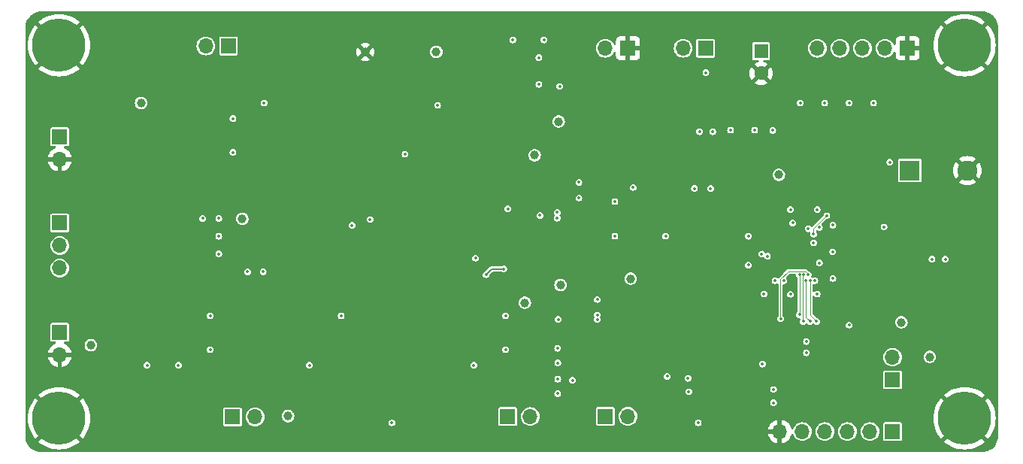
<source format=gbl>
G04 #@! TF.GenerationSoftware,KiCad,Pcbnew,8.0.8*
G04 #@! TF.CreationDate,2025-01-24T13:19:23-06:00*
G04 #@! TF.ProjectId,delay_pedal,64656c61-795f-4706-9564-616c2e6b6963,rev?*
G04 #@! TF.SameCoordinates,Original*
G04 #@! TF.FileFunction,Copper,L4,Bot*
G04 #@! TF.FilePolarity,Positive*
%FSLAX46Y46*%
G04 Gerber Fmt 4.6, Leading zero omitted, Abs format (unit mm)*
G04 Created by KiCad (PCBNEW 8.0.8) date 2025-01-24 13:19:23*
%MOMM*%
%LPD*%
G01*
G04 APERTURE LIST*
G04 #@! TA.AperFunction,ComponentPad*
%ADD10C,1.000000*%
G04 #@! TD*
G04 #@! TA.AperFunction,ComponentPad*
%ADD11C,6.000000*%
G04 #@! TD*
G04 #@! TA.AperFunction,ComponentPad*
%ADD12R,1.700000X1.700000*%
G04 #@! TD*
G04 #@! TA.AperFunction,ComponentPad*
%ADD13O,1.700000X1.700000*%
G04 #@! TD*
G04 #@! TA.AperFunction,ComponentPad*
%ADD14R,2.250000X2.250000*%
G04 #@! TD*
G04 #@! TA.AperFunction,ComponentPad*
%ADD15C,2.250000*%
G04 #@! TD*
G04 #@! TA.AperFunction,ComponentPad*
%ADD16R,1.600000X1.600000*%
G04 #@! TD*
G04 #@! TA.AperFunction,ComponentPad*
%ADD17C,1.600000*%
G04 #@! TD*
G04 #@! TA.AperFunction,ViaPad*
%ADD18C,0.250000*%
G04 #@! TD*
G04 #@! TA.AperFunction,ViaPad*
%ADD19C,0.350000*%
G04 #@! TD*
G04 #@! TA.AperFunction,Conductor*
%ADD20C,0.090000*%
G04 #@! TD*
G04 #@! TA.AperFunction,Conductor*
%ADD21C,0.200000*%
G04 #@! TD*
G04 APERTURE END LIST*
D10*
X119564214Y-98439214D03*
D11*
X98914214Y-78914214D03*
D10*
X155200000Y-87500000D03*
X155400000Y-105900000D03*
D12*
X99000000Y-89210000D03*
D13*
X99000000Y-91750000D03*
D10*
X197000000Y-114000000D03*
D12*
X171750000Y-79250000D03*
D13*
X169210000Y-79250000D03*
D12*
X192800000Y-122400000D03*
D13*
X190260000Y-122400000D03*
X187720000Y-122400000D03*
X185180000Y-122400000D03*
X182640000Y-122400000D03*
X180100000Y-122400000D03*
D14*
X194750000Y-93000000D03*
D15*
X201250000Y-93000000D03*
D10*
X108164214Y-85414214D03*
X133414214Y-79664214D03*
D12*
X99000000Y-111230000D03*
D13*
X99000000Y-113770000D03*
D10*
X141414214Y-79664214D03*
D12*
X118000000Y-79000000D03*
D13*
X115460000Y-79000000D03*
D11*
X200914214Y-120914214D03*
D12*
X99000000Y-98920000D03*
D13*
X99000000Y-101460000D03*
X99000000Y-104000000D03*
D12*
X192800000Y-116575000D03*
D13*
X192800000Y-114035000D03*
D16*
X178000000Y-79567621D03*
D17*
X178000000Y-82067621D03*
D10*
X152500000Y-91300000D03*
D11*
X98914214Y-120914214D03*
D12*
X194500000Y-79250000D03*
D13*
X191960000Y-79250000D03*
X189420000Y-79250000D03*
X186880000Y-79250000D03*
X184340000Y-79250000D03*
D12*
X118460000Y-120750000D03*
D13*
X121000000Y-120750000D03*
D10*
X180000000Y-93500000D03*
X193800000Y-110100000D03*
X151400000Y-107900000D03*
D12*
X160460000Y-120700000D03*
D13*
X163000000Y-120700000D03*
D10*
X163300000Y-105200000D03*
D11*
X200914214Y-78914214D03*
D10*
X124714214Y-120664214D03*
D12*
X149460000Y-120710000D03*
D13*
X152000000Y-120710000D03*
D12*
X163000000Y-79250000D03*
D13*
X160460000Y-79250000D03*
D10*
X102500000Y-112700000D03*
D18*
X150100000Y-105200000D03*
X149400000Y-107700000D03*
D19*
X181314214Y-102164214D03*
X174839214Y-103664214D03*
X114614214Y-86351714D03*
X187914214Y-108664214D03*
X187250000Y-89750000D03*
X105250000Y-101500000D03*
X107500000Y-95250000D03*
X148314214Y-78314214D03*
X143289214Y-85669214D03*
X184250000Y-89750000D03*
X181064214Y-105414214D03*
X152876714Y-81814214D03*
X144276714Y-113184214D03*
X174839214Y-100414214D03*
X177675000Y-117665000D03*
X111001714Y-113179214D03*
X174564214Y-89414214D03*
X186500000Y-82000000D03*
X144101714Y-102879214D03*
X125751714Y-113179214D03*
X178064214Y-101914214D03*
X172564214Y-90364214D03*
X184314214Y-95689214D03*
X123464214Y-87164214D03*
X141976714Y-113184214D03*
X187789214Y-102164214D03*
X155087500Y-119950000D03*
X184564214Y-102414214D03*
X117000000Y-115000000D03*
X118250000Y-110750000D03*
X161800000Y-118300000D03*
X151814214Y-78314214D03*
X181314214Y-95689214D03*
X152750000Y-108750000D03*
X184314214Y-108639214D03*
X134439214Y-102664214D03*
X190000000Y-99750000D03*
X197250000Y-104725000D03*
X165414214Y-94914214D03*
X201250000Y-108750000D03*
X115189214Y-102414214D03*
X125614214Y-87701714D03*
X123451714Y-112929214D03*
X171064214Y-90364214D03*
X110639214Y-114929214D03*
X170500000Y-96762500D03*
X135764214Y-86069214D03*
X173500000Y-82000000D03*
X198000000Y-87250000D03*
X159500000Y-114750000D03*
X126500000Y-98500000D03*
X167251714Y-96504214D03*
X131914214Y-100914214D03*
X180750000Y-114000000D03*
X132951714Y-114679214D03*
X159200000Y-94350000D03*
X142839214Y-87364214D03*
X142414214Y-102459214D03*
X178150000Y-116070000D03*
X115089214Y-100414214D03*
X133964214Y-101069214D03*
X156801714Y-113029214D03*
X129250000Y-120500000D03*
X177675000Y-119165000D03*
X144514214Y-101129214D03*
X157826714Y-107529214D03*
X109000000Y-120750000D03*
X155151714Y-110779214D03*
X123739214Y-85414214D03*
X155314214Y-81814214D03*
X163500000Y-87750000D03*
X168750000Y-105500000D03*
X163250000Y-114750000D03*
X183750000Y-82000000D03*
X187814214Y-105164214D03*
X106926714Y-114949214D03*
X167414214Y-117914214D03*
X181314214Y-108664214D03*
X198750000Y-104725000D03*
X169764214Y-119414214D03*
X125389214Y-114929214D03*
X143914214Y-114934214D03*
X156750000Y-118362500D03*
X133664214Y-121414214D03*
X155400000Y-107600000D03*
X169189214Y-121414214D03*
X159251714Y-97729214D03*
X195655000Y-104625000D03*
X159200000Y-96100000D03*
X179314214Y-90226714D03*
X187814214Y-99164214D03*
X178314214Y-108639214D03*
X144964214Y-87769214D03*
X180814214Y-99564214D03*
X155151714Y-111279214D03*
X174000000Y-122750000D03*
X148151714Y-102829214D03*
X174400000Y-96700000D03*
X178714214Y-102664214D03*
X181314214Y-106939214D03*
X184064214Y-105414214D03*
X159551714Y-109279214D03*
X178150000Y-114800000D03*
X167414214Y-116189214D03*
X172300000Y-95050000D03*
X169764214Y-116414214D03*
X182414214Y-85414214D03*
X187914214Y-110414214D03*
X190664214Y-85414214D03*
X192500000Y-92087500D03*
X185164214Y-85414214D03*
X186064214Y-102164214D03*
X181564214Y-98914214D03*
X183914214Y-101164214D03*
X187914214Y-85414214D03*
X183100000Y-113530000D03*
X184314214Y-106914214D03*
X181314214Y-97414214D03*
X184564214Y-99414214D03*
X197250000Y-103000000D03*
X159551714Y-107529214D03*
X176564214Y-103664214D03*
X186089214Y-99164214D03*
X167251714Y-100404214D03*
X180564214Y-105414214D03*
X198750000Y-103000000D03*
X159551714Y-109779214D03*
X191845000Y-99375000D03*
X170500000Y-95037500D03*
X177264214Y-88464214D03*
X179314214Y-88501714D03*
X184564214Y-103414214D03*
X186089214Y-105164214D03*
X178314214Y-106914214D03*
X179564214Y-105414214D03*
X183314214Y-99564214D03*
X184314214Y-97414214D03*
X178064214Y-102414214D03*
X176564214Y-100414214D03*
X155076714Y-113029214D03*
X163589214Y-94914214D03*
X155100000Y-114675000D03*
X155026714Y-98379214D03*
X155314214Y-83539214D03*
X152964214Y-83314214D03*
X155026714Y-97729214D03*
X155151714Y-109779214D03*
X161526714Y-96504214D03*
X161526714Y-100404214D03*
X157475000Y-96100000D03*
X157475000Y-94350000D03*
X169851714Y-117914214D03*
X141564214Y-85669214D03*
X130701714Y-109369214D03*
X115089214Y-98414214D03*
X150039214Y-78314214D03*
X118514214Y-90974214D03*
X127114214Y-114929214D03*
X153539214Y-78314214D03*
X145639214Y-114934214D03*
X145826714Y-102879214D03*
X122014214Y-85414214D03*
X115951714Y-109369214D03*
X136414214Y-121414214D03*
X137889214Y-91174214D03*
X171064214Y-88639214D03*
X149226714Y-109374214D03*
X133964214Y-98529214D03*
X174564214Y-88464214D03*
X152964214Y-80314214D03*
X149464214Y-97319214D03*
X112364214Y-114929214D03*
X131914214Y-99189214D03*
X171775000Y-82000000D03*
X170914214Y-121414214D03*
X172564214Y-88639214D03*
X153100000Y-98075000D03*
X116914214Y-98414214D03*
X116914214Y-102414214D03*
X121914214Y-104414214D03*
X118514214Y-87164214D03*
X115951714Y-113179214D03*
X120164214Y-104414214D03*
X108826714Y-114936714D03*
X116914214Y-100414214D03*
X182314214Y-104764214D03*
X182314214Y-109250000D03*
X180200000Y-109700000D03*
X183314214Y-104764214D03*
X179400000Y-119165000D03*
X183100000Y-112260000D03*
X179400000Y-117665000D03*
X182814214Y-104764214D03*
X182750000Y-110000000D03*
X184250000Y-110000000D03*
X183564214Y-105414214D03*
X183064214Y-105414214D03*
X183500000Y-110000000D03*
X185400000Y-98100000D03*
X183914214Y-100164214D03*
X149000000Y-104100000D03*
X147014214Y-104739214D03*
X155087500Y-118125000D03*
X156750000Y-116637500D03*
X155100000Y-116500000D03*
X149226714Y-113184214D03*
D20*
X182314214Y-109250000D02*
X182314214Y-104764214D01*
X180194214Y-105260954D02*
X181070954Y-104384214D01*
X183024214Y-104384214D02*
X183314214Y-104674214D01*
X180200000Y-109700000D02*
X180194214Y-109694214D01*
X181070954Y-104384214D02*
X183024214Y-104384214D01*
X183314214Y-104674214D02*
X183314214Y-104764214D01*
X180194214Y-109694214D02*
X180194214Y-105260954D01*
X182814214Y-104764214D02*
X182694214Y-104884214D01*
X182694214Y-104884214D02*
X182694214Y-109944214D01*
X182814214Y-104674214D02*
X182814214Y-104764214D01*
X182694214Y-109944214D02*
X182750000Y-110000000D01*
X183564214Y-109314214D02*
X184250000Y-110000000D01*
X183564214Y-105414214D02*
X183564214Y-109314214D01*
X183064214Y-105414214D02*
X183064214Y-109564214D01*
X183064214Y-109564214D02*
X183500000Y-110000000D01*
X183914214Y-99540954D02*
X185355168Y-98100000D01*
X183914214Y-100164214D02*
X183914214Y-99540954D01*
X185355168Y-98100000D02*
X185400000Y-98100000D01*
D21*
X147653428Y-104100000D02*
X149000000Y-104100000D01*
X147014214Y-104739214D02*
X147653428Y-104100000D01*
G04 #@! TA.AperFunction,Conductor*
G36*
X202918270Y-75114980D02*
G01*
X202974901Y-75118692D01*
X203140983Y-75129578D01*
X203157058Y-75131694D01*
X203371986Y-75174448D01*
X203387638Y-75178642D01*
X203595127Y-75249077D01*
X203595151Y-75249085D01*
X203610133Y-75255291D01*
X203806668Y-75352212D01*
X203820707Y-75360318D01*
X204002914Y-75482066D01*
X204015776Y-75491935D01*
X204087287Y-75554650D01*
X204180526Y-75636420D01*
X204191995Y-75647889D01*
X204336476Y-75812640D01*
X204346350Y-75825508D01*
X204468091Y-76007709D01*
X204476200Y-76021755D01*
X204573113Y-76218278D01*
X204573118Y-76218287D01*
X204579325Y-76233273D01*
X204649762Y-76440782D01*
X204653959Y-76456448D01*
X204696706Y-76671353D01*
X204698824Y-76687434D01*
X204711072Y-76874332D01*
X204713449Y-76910590D01*
X204713714Y-76918699D01*
X204713714Y-122910160D01*
X204713448Y-122918271D01*
X204698849Y-123140982D01*
X204696732Y-123157063D01*
X204653980Y-123371985D01*
X204649782Y-123387652D01*
X204579344Y-123595153D01*
X204573137Y-123610138D01*
X204476217Y-123806671D01*
X204468107Y-123820718D01*
X204346364Y-124002918D01*
X204336490Y-124015786D01*
X204192007Y-124180538D01*
X204180538Y-124192007D01*
X204015786Y-124336490D01*
X204002918Y-124346364D01*
X203820718Y-124468107D01*
X203806671Y-124476217D01*
X203610138Y-124573137D01*
X203595153Y-124579344D01*
X203387652Y-124649782D01*
X203371985Y-124653980D01*
X203157063Y-124696732D01*
X203140982Y-124698849D01*
X202918271Y-124713448D01*
X202910160Y-124713714D01*
X96918278Y-124713714D01*
X96910169Y-124713449D01*
X96687432Y-124698852D01*
X96671350Y-124696734D01*
X96456438Y-124653986D01*
X96440772Y-124649789D01*
X96233265Y-124579352D01*
X96218279Y-124573145D01*
X96021742Y-124476225D01*
X96007695Y-124468115D01*
X95825491Y-124346372D01*
X95812623Y-124336498D01*
X95647869Y-124192014D01*
X95636400Y-124180545D01*
X95526037Y-124054703D01*
X95491908Y-124015786D01*
X95482041Y-124002927D01*
X95446314Y-123949459D01*
X95360293Y-123820720D01*
X95352185Y-123806677D01*
X95314684Y-123730634D01*
X95255265Y-123610145D01*
X95249059Y-123595162D01*
X95249056Y-123595153D01*
X95178615Y-123387646D01*
X95174421Y-123371995D01*
X95131667Y-123157062D01*
X95129551Y-123140984D01*
X95123411Y-123047322D01*
X95114980Y-122918697D01*
X95114714Y-122910586D01*
X95114714Y-120914213D01*
X95409411Y-120914213D01*
X95409411Y-120914214D01*
X95428611Y-121280567D01*
X95485998Y-121642898D01*
X95485998Y-121642900D01*
X95580950Y-121997265D01*
X95712418Y-122339749D01*
X95878968Y-122666620D01*
X96078767Y-122974284D01*
X96267511Y-123207362D01*
X97619961Y-121854911D01*
X97693802Y-121956544D01*
X97871884Y-122134626D01*
X97973514Y-122208465D01*
X96621064Y-123560915D01*
X96854143Y-123749660D01*
X97161807Y-123949459D01*
X97488678Y-124116009D01*
X97831162Y-124247477D01*
X98185528Y-124342429D01*
X98547860Y-124399816D01*
X98914213Y-124419017D01*
X98914215Y-124419017D01*
X99280567Y-124399816D01*
X99642898Y-124342429D01*
X99642900Y-124342429D01*
X99997265Y-124247477D01*
X100339749Y-124116009D01*
X100666620Y-123949459D01*
X100974278Y-123749664D01*
X101207362Y-123560915D01*
X99854912Y-122208465D01*
X99956544Y-122134626D01*
X100134626Y-121956544D01*
X100208465Y-121854912D01*
X101560915Y-123207362D01*
X101749664Y-122974278D01*
X101949459Y-122666620D01*
X102116009Y-122339749D01*
X102188848Y-122149999D01*
X178769364Y-122149999D01*
X178769364Y-122150000D01*
X179666988Y-122150000D01*
X179634075Y-122207007D01*
X179600000Y-122334174D01*
X179600000Y-122465826D01*
X179634075Y-122592993D01*
X179666988Y-122650000D01*
X178769364Y-122650000D01*
X178826567Y-122863486D01*
X178826570Y-122863492D01*
X178926399Y-123077578D01*
X179061894Y-123271082D01*
X179228917Y-123438105D01*
X179422421Y-123573600D01*
X179636507Y-123673429D01*
X179636516Y-123673433D01*
X179850000Y-123730634D01*
X179850000Y-122833012D01*
X179907007Y-122865925D01*
X180034174Y-122900000D01*
X180165826Y-122900000D01*
X180292993Y-122865925D01*
X180350000Y-122833012D01*
X180350000Y-123730633D01*
X180563483Y-123673433D01*
X180563492Y-123673429D01*
X180777578Y-123573600D01*
X180971082Y-123438105D01*
X181138105Y-123271082D01*
X181273600Y-123077578D01*
X181373429Y-122863492D01*
X181373433Y-122863483D01*
X181406158Y-122741350D01*
X181442522Y-122681690D01*
X181505369Y-122651160D01*
X181574745Y-122659454D01*
X181628623Y-122703939D01*
X181644593Y-122737447D01*
X181664768Y-122803954D01*
X181762315Y-122986450D01*
X181762317Y-122986452D01*
X181893589Y-123146410D01*
X181990209Y-123225702D01*
X182053550Y-123277685D01*
X182236046Y-123375232D01*
X182434066Y-123435300D01*
X182434065Y-123435300D01*
X182452529Y-123437118D01*
X182640000Y-123455583D01*
X182845934Y-123435300D01*
X183043954Y-123375232D01*
X183226450Y-123277685D01*
X183386410Y-123146410D01*
X183517685Y-122986450D01*
X183615232Y-122803954D01*
X183675300Y-122605934D01*
X183695583Y-122400000D01*
X184124417Y-122400000D01*
X184144699Y-122605932D01*
X184144700Y-122605934D01*
X184204768Y-122803954D01*
X184302315Y-122986450D01*
X184302317Y-122986452D01*
X184433589Y-123146410D01*
X184530209Y-123225702D01*
X184593550Y-123277685D01*
X184776046Y-123375232D01*
X184974066Y-123435300D01*
X184974065Y-123435300D01*
X184992529Y-123437118D01*
X185180000Y-123455583D01*
X185385934Y-123435300D01*
X185583954Y-123375232D01*
X185766450Y-123277685D01*
X185926410Y-123146410D01*
X186057685Y-122986450D01*
X186155232Y-122803954D01*
X186215300Y-122605934D01*
X186235583Y-122400000D01*
X186664417Y-122400000D01*
X186684699Y-122605932D01*
X186684700Y-122605934D01*
X186744768Y-122803954D01*
X186842315Y-122986450D01*
X186842317Y-122986452D01*
X186973589Y-123146410D01*
X187070209Y-123225702D01*
X187133550Y-123277685D01*
X187316046Y-123375232D01*
X187514066Y-123435300D01*
X187514065Y-123435300D01*
X187532529Y-123437118D01*
X187720000Y-123455583D01*
X187925934Y-123435300D01*
X188123954Y-123375232D01*
X188306450Y-123277685D01*
X188466410Y-123146410D01*
X188597685Y-122986450D01*
X188695232Y-122803954D01*
X188755300Y-122605934D01*
X188775583Y-122400000D01*
X189204417Y-122400000D01*
X189224699Y-122605932D01*
X189224700Y-122605934D01*
X189284768Y-122803954D01*
X189382315Y-122986450D01*
X189382317Y-122986452D01*
X189513589Y-123146410D01*
X189610209Y-123225702D01*
X189673550Y-123277685D01*
X189856046Y-123375232D01*
X190054066Y-123435300D01*
X190054065Y-123435300D01*
X190072529Y-123437118D01*
X190260000Y-123455583D01*
X190465934Y-123435300D01*
X190663954Y-123375232D01*
X190846450Y-123277685D01*
X191006410Y-123146410D01*
X191137685Y-122986450D01*
X191235232Y-122803954D01*
X191295300Y-122605934D01*
X191315583Y-122400000D01*
X191295300Y-122194066D01*
X191235232Y-121996046D01*
X191137685Y-121813550D01*
X191081060Y-121744552D01*
X191006410Y-121653589D01*
X190857876Y-121531692D01*
X190856115Y-121530247D01*
X191749500Y-121530247D01*
X191749500Y-123269752D01*
X191761131Y-123328229D01*
X191761132Y-123328230D01*
X191805447Y-123394552D01*
X191871769Y-123438867D01*
X191871770Y-123438868D01*
X191930247Y-123450499D01*
X191930250Y-123450500D01*
X191930252Y-123450500D01*
X193669750Y-123450500D01*
X193669751Y-123450499D01*
X193684568Y-123447552D01*
X193728229Y-123438868D01*
X193728229Y-123438867D01*
X193728231Y-123438867D01*
X193794552Y-123394552D01*
X193838867Y-123328231D01*
X193838867Y-123328229D01*
X193838868Y-123328229D01*
X193848922Y-123277682D01*
X193850500Y-123269748D01*
X193850500Y-121530252D01*
X193850500Y-121530249D01*
X193850499Y-121530247D01*
X193838868Y-121471770D01*
X193838867Y-121471769D01*
X193794552Y-121405447D01*
X193728230Y-121361132D01*
X193728229Y-121361131D01*
X193669752Y-121349500D01*
X193669748Y-121349500D01*
X191930252Y-121349500D01*
X191930247Y-121349500D01*
X191871770Y-121361131D01*
X191871769Y-121361132D01*
X191805447Y-121405447D01*
X191761132Y-121471769D01*
X191761131Y-121471770D01*
X191749500Y-121530247D01*
X190856115Y-121530247D01*
X190846450Y-121522315D01*
X190663954Y-121424768D01*
X190465934Y-121364700D01*
X190465932Y-121364699D01*
X190465934Y-121364699D01*
X190260000Y-121344417D01*
X190054067Y-121364699D01*
X189856043Y-121424769D01*
X189768114Y-121471769D01*
X189673550Y-121522315D01*
X189673548Y-121522316D01*
X189673547Y-121522317D01*
X189513589Y-121653589D01*
X189382317Y-121813547D01*
X189284769Y-121996043D01*
X189224699Y-122194067D01*
X189204417Y-122400000D01*
X188775583Y-122400000D01*
X188755300Y-122194066D01*
X188695232Y-121996046D01*
X188597685Y-121813550D01*
X188541060Y-121744552D01*
X188466410Y-121653589D01*
X188317876Y-121531692D01*
X188306450Y-121522315D01*
X188123954Y-121424768D01*
X187925934Y-121364700D01*
X187925932Y-121364699D01*
X187925934Y-121364699D01*
X187720000Y-121344417D01*
X187514067Y-121364699D01*
X187316043Y-121424769D01*
X187228114Y-121471769D01*
X187133550Y-121522315D01*
X187133548Y-121522316D01*
X187133547Y-121522317D01*
X186973589Y-121653589D01*
X186842317Y-121813547D01*
X186744769Y-121996043D01*
X186684699Y-122194067D01*
X186664417Y-122400000D01*
X186235583Y-122400000D01*
X186215300Y-122194066D01*
X186155232Y-121996046D01*
X186057685Y-121813550D01*
X186001060Y-121744552D01*
X185926410Y-121653589D01*
X185777876Y-121531692D01*
X185766450Y-121522315D01*
X185583954Y-121424768D01*
X185385934Y-121364700D01*
X185385932Y-121364699D01*
X185385934Y-121364699D01*
X185180000Y-121344417D01*
X184974067Y-121364699D01*
X184776043Y-121424769D01*
X184688114Y-121471769D01*
X184593550Y-121522315D01*
X184593548Y-121522316D01*
X184593547Y-121522317D01*
X184433589Y-121653589D01*
X184302317Y-121813547D01*
X184204769Y-121996043D01*
X184144699Y-122194067D01*
X184124417Y-122400000D01*
X183695583Y-122400000D01*
X183675300Y-122194066D01*
X183615232Y-121996046D01*
X183517685Y-121813550D01*
X183461060Y-121744552D01*
X183386410Y-121653589D01*
X183237876Y-121531692D01*
X183226450Y-121522315D01*
X183043954Y-121424768D01*
X182845934Y-121364700D01*
X182845932Y-121364699D01*
X182845934Y-121364699D01*
X182640000Y-121344417D01*
X182434067Y-121364699D01*
X182236043Y-121424769D01*
X182148114Y-121471769D01*
X182053550Y-121522315D01*
X182053548Y-121522316D01*
X182053547Y-121522317D01*
X181893589Y-121653589D01*
X181762317Y-121813547D01*
X181664767Y-121996046D01*
X181644593Y-122062552D01*
X181606296Y-122120990D01*
X181542483Y-122149447D01*
X181473416Y-122138886D01*
X181421023Y-122092661D01*
X181406158Y-122058649D01*
X181373433Y-121936516D01*
X181373429Y-121936507D01*
X181273600Y-121722422D01*
X181273599Y-121722420D01*
X181138113Y-121528926D01*
X181138108Y-121528920D01*
X180971082Y-121361894D01*
X180777578Y-121226399D01*
X180563492Y-121126570D01*
X180563486Y-121126567D01*
X180350000Y-121069364D01*
X180350000Y-121966988D01*
X180292993Y-121934075D01*
X180165826Y-121900000D01*
X180034174Y-121900000D01*
X179907007Y-121934075D01*
X179850000Y-121966988D01*
X179850000Y-121069364D01*
X179849999Y-121069364D01*
X179636513Y-121126567D01*
X179636507Y-121126570D01*
X179422422Y-121226399D01*
X179422420Y-121226400D01*
X179228926Y-121361886D01*
X179228920Y-121361891D01*
X179061891Y-121528920D01*
X179061886Y-121528926D01*
X178926400Y-121722420D01*
X178926399Y-121722422D01*
X178826570Y-121936507D01*
X178826567Y-121936513D01*
X178769364Y-122149999D01*
X102188848Y-122149999D01*
X102247477Y-121997265D01*
X102342429Y-121642900D01*
X102342429Y-121642898D01*
X102399816Y-121280567D01*
X102419017Y-120914214D01*
X102419017Y-120914213D01*
X102399816Y-120547860D01*
X102342429Y-120185529D01*
X102342429Y-120185527D01*
X102260629Y-119880247D01*
X117409500Y-119880247D01*
X117409500Y-121619752D01*
X117421131Y-121678229D01*
X117421132Y-121678230D01*
X117465447Y-121744552D01*
X117531769Y-121788867D01*
X117531770Y-121788868D01*
X117590247Y-121800499D01*
X117590250Y-121800500D01*
X117590252Y-121800500D01*
X119329750Y-121800500D01*
X119329751Y-121800499D01*
X119344568Y-121797552D01*
X119388229Y-121788868D01*
X119388229Y-121788867D01*
X119388231Y-121788867D01*
X119454552Y-121744552D01*
X119498867Y-121678231D01*
X119498867Y-121678229D01*
X119498868Y-121678229D01*
X119510499Y-121619752D01*
X119510500Y-121619750D01*
X119510500Y-120750000D01*
X119944417Y-120750000D01*
X119964699Y-120955932D01*
X119964700Y-120955934D01*
X120024768Y-121153954D01*
X120122315Y-121336450D01*
X120133025Y-121349500D01*
X120253589Y-121496410D01*
X120296580Y-121531691D01*
X120413550Y-121627685D01*
X120596046Y-121725232D01*
X120794066Y-121785300D01*
X120794065Y-121785300D01*
X120812529Y-121787118D01*
X121000000Y-121805583D01*
X121205934Y-121785300D01*
X121403954Y-121725232D01*
X121586450Y-121627685D01*
X121746410Y-121496410D01*
X121813869Y-121414210D01*
X136034033Y-121414210D01*
X136034033Y-121414217D01*
X136052638Y-121531691D01*
X136052638Y-121531692D01*
X136052639Y-121531695D01*
X136052640Y-121531696D01*
X136101826Y-121628230D01*
X136106642Y-121637680D01*
X136106645Y-121637684D01*
X136190743Y-121721782D01*
X136190747Y-121721785D01*
X136190749Y-121721787D01*
X136296732Y-121775788D01*
X136296734Y-121775788D01*
X136296736Y-121775789D01*
X136414211Y-121794395D01*
X136414214Y-121794395D01*
X136414217Y-121794395D01*
X136531691Y-121775789D01*
X136531692Y-121775789D01*
X136531693Y-121775788D01*
X136531696Y-121775788D01*
X136637679Y-121721787D01*
X136721787Y-121637679D01*
X136775788Y-121531696D01*
X136776017Y-121530249D01*
X136794395Y-121414217D01*
X136794395Y-121414210D01*
X136775789Y-121296736D01*
X136775789Y-121296735D01*
X136775788Y-121296733D01*
X136775788Y-121296732D01*
X136721787Y-121190749D01*
X136721785Y-121190747D01*
X136721782Y-121190743D01*
X136637684Y-121106645D01*
X136637680Y-121106642D01*
X136637679Y-121106641D01*
X136531696Y-121052640D01*
X136531694Y-121052639D01*
X136531691Y-121052638D01*
X136414217Y-121034033D01*
X136414211Y-121034033D01*
X136296736Y-121052638D01*
X136296735Y-121052638D01*
X136190747Y-121106642D01*
X136190743Y-121106645D01*
X136106645Y-121190743D01*
X136106642Y-121190747D01*
X136052638Y-121296735D01*
X136052638Y-121296736D01*
X136034033Y-121414210D01*
X121813869Y-121414210D01*
X121877685Y-121336450D01*
X121975232Y-121153954D01*
X122035300Y-120955934D01*
X122055583Y-120750000D01*
X122047134Y-120664214D01*
X124008569Y-120664214D01*
X124029073Y-120833083D01*
X124029074Y-120833088D01*
X124089396Y-120992145D01*
X124142697Y-121069364D01*
X124186031Y-121132143D01*
X124252184Y-121190749D01*
X124313364Y-121244950D01*
X124463987Y-121324003D01*
X124463989Y-121324004D01*
X124629158Y-121364714D01*
X124799270Y-121364714D01*
X124964439Y-121324004D01*
X125047200Y-121280567D01*
X125115063Y-121244950D01*
X125115064Y-121244948D01*
X125115066Y-121244948D01*
X125242397Y-121132143D01*
X125339032Y-120992144D01*
X125399354Y-120833086D01*
X125419859Y-120664214D01*
X125399354Y-120495342D01*
X125398870Y-120494067D01*
X125339031Y-120336282D01*
X125304690Y-120286532D01*
X125242397Y-120196285D01*
X125115066Y-120083480D01*
X125115063Y-120083477D01*
X124964440Y-120004424D01*
X124799270Y-119963714D01*
X124629158Y-119963714D01*
X124463987Y-120004424D01*
X124313364Y-120083477D01*
X124186030Y-120196286D01*
X124089396Y-120336282D01*
X124029074Y-120495339D01*
X124029073Y-120495344D01*
X124008569Y-120664214D01*
X122047134Y-120664214D01*
X122035300Y-120544066D01*
X121975232Y-120346046D01*
X121877685Y-120163550D01*
X121805532Y-120075631D01*
X121746410Y-120003589D01*
X121596121Y-119880252D01*
X121586450Y-119872315D01*
X121526456Y-119840247D01*
X148409500Y-119840247D01*
X148409500Y-121579752D01*
X148421131Y-121638229D01*
X148421132Y-121638230D01*
X148465447Y-121704552D01*
X148531769Y-121748867D01*
X148531770Y-121748868D01*
X148590247Y-121760499D01*
X148590250Y-121760500D01*
X148590252Y-121760500D01*
X150329750Y-121760500D01*
X150329751Y-121760499D01*
X150344568Y-121757552D01*
X150388229Y-121748868D01*
X150388229Y-121748867D01*
X150388231Y-121748867D01*
X150454552Y-121704552D01*
X150498867Y-121638231D01*
X150498867Y-121638229D01*
X150498868Y-121638229D01*
X150510499Y-121579752D01*
X150510500Y-121579750D01*
X150510500Y-120710000D01*
X150944417Y-120710000D01*
X150964699Y-120915932D01*
X150987818Y-120992144D01*
X151024768Y-121113954D01*
X151122315Y-121296450D01*
X151122549Y-121296735D01*
X151253589Y-121456410D01*
X151343561Y-121530247D01*
X151413550Y-121587685D01*
X151596046Y-121685232D01*
X151794066Y-121745300D01*
X151794065Y-121745300D01*
X151812529Y-121747118D01*
X152000000Y-121765583D01*
X152205934Y-121745300D01*
X152403954Y-121685232D01*
X152586450Y-121587685D01*
X152746410Y-121456410D01*
X152877685Y-121296450D01*
X152975232Y-121113954D01*
X153035300Y-120915934D01*
X153055583Y-120710000D01*
X153035300Y-120504066D01*
X152975232Y-120306046D01*
X152877685Y-120123550D01*
X152825702Y-120060209D01*
X152746410Y-119963589D01*
X152596121Y-119840252D01*
X152586450Y-119832315D01*
X152582581Y-119830247D01*
X159409500Y-119830247D01*
X159409500Y-121569752D01*
X159421131Y-121628229D01*
X159421132Y-121628230D01*
X159465447Y-121694552D01*
X159531769Y-121738867D01*
X159531770Y-121738868D01*
X159590247Y-121750499D01*
X159590250Y-121750500D01*
X159590252Y-121750500D01*
X161329750Y-121750500D01*
X161329751Y-121750499D01*
X161344568Y-121747552D01*
X161388229Y-121738868D01*
X161388229Y-121738867D01*
X161388231Y-121738867D01*
X161454552Y-121694552D01*
X161498867Y-121628231D01*
X161498867Y-121628229D01*
X161498868Y-121628229D01*
X161510499Y-121569752D01*
X161510500Y-121569750D01*
X161510500Y-120700000D01*
X161944417Y-120700000D01*
X161964699Y-120905932D01*
X161994734Y-121004944D01*
X162024768Y-121103954D01*
X162122315Y-121286450D01*
X162153134Y-121324003D01*
X162253589Y-121446410D01*
X162346081Y-121522315D01*
X162413550Y-121577685D01*
X162596046Y-121675232D01*
X162794066Y-121735300D01*
X162794065Y-121735300D01*
X162812529Y-121737118D01*
X163000000Y-121755583D01*
X163205934Y-121735300D01*
X163403954Y-121675232D01*
X163586450Y-121577685D01*
X163746410Y-121446410D01*
X163772836Y-121414210D01*
X170534033Y-121414210D01*
X170534033Y-121414217D01*
X170552638Y-121531691D01*
X170552638Y-121531692D01*
X170552639Y-121531695D01*
X170552640Y-121531696D01*
X170601826Y-121628230D01*
X170606642Y-121637680D01*
X170606645Y-121637684D01*
X170690743Y-121721782D01*
X170690747Y-121721785D01*
X170690749Y-121721787D01*
X170796732Y-121775788D01*
X170796734Y-121775788D01*
X170796736Y-121775789D01*
X170914211Y-121794395D01*
X170914214Y-121794395D01*
X170914217Y-121794395D01*
X171031691Y-121775789D01*
X171031692Y-121775789D01*
X171031693Y-121775788D01*
X171031696Y-121775788D01*
X171137679Y-121721787D01*
X171221787Y-121637679D01*
X171275788Y-121531696D01*
X171276017Y-121530249D01*
X171294395Y-121414217D01*
X171294395Y-121414210D01*
X171275789Y-121296736D01*
X171275789Y-121296735D01*
X171275788Y-121296733D01*
X171275788Y-121296732D01*
X171221787Y-121190749D01*
X171221785Y-121190747D01*
X171221782Y-121190743D01*
X171137684Y-121106645D01*
X171137680Y-121106642D01*
X171137679Y-121106641D01*
X171031696Y-121052640D01*
X171031694Y-121052639D01*
X171031691Y-121052638D01*
X170914217Y-121034033D01*
X170914211Y-121034033D01*
X170796736Y-121052638D01*
X170796735Y-121052638D01*
X170690747Y-121106642D01*
X170690743Y-121106645D01*
X170606645Y-121190743D01*
X170606642Y-121190747D01*
X170552638Y-121296735D01*
X170552638Y-121296736D01*
X170534033Y-121414210D01*
X163772836Y-121414210D01*
X163877685Y-121286450D01*
X163975232Y-121103954D01*
X164032789Y-120914213D01*
X197409411Y-120914213D01*
X197409411Y-120914214D01*
X197428611Y-121280567D01*
X197485998Y-121642898D01*
X197485998Y-121642900D01*
X197580950Y-121997265D01*
X197712418Y-122339749D01*
X197878968Y-122666620D01*
X198078767Y-122974284D01*
X198267511Y-123207362D01*
X199619961Y-121854911D01*
X199693802Y-121956544D01*
X199871884Y-122134626D01*
X199973514Y-122208465D01*
X198621064Y-123560915D01*
X198854143Y-123749660D01*
X199161807Y-123949459D01*
X199488678Y-124116009D01*
X199831162Y-124247477D01*
X200185528Y-124342429D01*
X200547860Y-124399816D01*
X200914213Y-124419017D01*
X200914215Y-124419017D01*
X201280567Y-124399816D01*
X201642898Y-124342429D01*
X201642900Y-124342429D01*
X201997265Y-124247477D01*
X202339749Y-124116009D01*
X202666620Y-123949459D01*
X202974278Y-123749664D01*
X203207362Y-123560915D01*
X201854912Y-122208465D01*
X201956544Y-122134626D01*
X202134626Y-121956544D01*
X202208465Y-121854912D01*
X203560915Y-123207362D01*
X203749664Y-122974278D01*
X203949459Y-122666620D01*
X204116009Y-122339749D01*
X204247477Y-121997265D01*
X204342429Y-121642900D01*
X204342429Y-121642898D01*
X204399816Y-121280567D01*
X204419017Y-120914214D01*
X204419017Y-120914213D01*
X204399816Y-120547860D01*
X204342429Y-120185529D01*
X204342429Y-120185527D01*
X204247477Y-119831162D01*
X204116009Y-119488678D01*
X203949459Y-119161808D01*
X203749660Y-118854143D01*
X203560915Y-118621064D01*
X202208465Y-119973514D01*
X202134626Y-119871884D01*
X201956544Y-119693802D01*
X201854911Y-119619961D01*
X203207362Y-118267511D01*
X202974284Y-118078767D01*
X202666620Y-117878968D01*
X202339749Y-117712418D01*
X201997265Y-117580950D01*
X201642899Y-117485998D01*
X201280567Y-117428611D01*
X200914215Y-117409411D01*
X200914213Y-117409411D01*
X200547860Y-117428611D01*
X200185529Y-117485998D01*
X200185527Y-117485998D01*
X199831162Y-117580950D01*
X199488678Y-117712418D01*
X199161808Y-117878968D01*
X198854138Y-118078771D01*
X198621064Y-118267509D01*
X198621063Y-118267510D01*
X199973515Y-119619962D01*
X199871884Y-119693802D01*
X199693802Y-119871884D01*
X199619962Y-119973515D01*
X198267510Y-118621063D01*
X198267509Y-118621064D01*
X198078771Y-118854138D01*
X197878968Y-119161808D01*
X197712418Y-119488678D01*
X197580950Y-119831162D01*
X197485998Y-120185527D01*
X197485998Y-120185529D01*
X197428611Y-120547860D01*
X197409411Y-120914213D01*
X164032789Y-120914213D01*
X164035300Y-120905934D01*
X164055583Y-120700000D01*
X164035300Y-120494066D01*
X163975232Y-120296046D01*
X163877685Y-120113550D01*
X163825702Y-120050209D01*
X163746410Y-119953589D01*
X163608300Y-119840247D01*
X163586450Y-119822315D01*
X163403954Y-119724768D01*
X163205934Y-119664700D01*
X163205932Y-119664699D01*
X163205934Y-119664699D01*
X163000000Y-119644417D01*
X162794067Y-119664699D01*
X162596043Y-119724769D01*
X162489406Y-119781769D01*
X162413550Y-119822315D01*
X162413548Y-119822316D01*
X162413547Y-119822317D01*
X162253589Y-119953589D01*
X162122317Y-120113547D01*
X162122315Y-120113550D01*
X162116970Y-120123550D01*
X162024769Y-120296043D01*
X162024768Y-120296045D01*
X162024768Y-120296046D01*
X162021735Y-120306046D01*
X161964699Y-120494067D01*
X161944417Y-120700000D01*
X161510500Y-120700000D01*
X161510500Y-119830249D01*
X161510499Y-119830247D01*
X161498868Y-119771770D01*
X161498867Y-119771769D01*
X161454552Y-119705447D01*
X161388230Y-119661132D01*
X161388229Y-119661131D01*
X161329752Y-119649500D01*
X161329748Y-119649500D01*
X159590252Y-119649500D01*
X159590247Y-119649500D01*
X159531770Y-119661131D01*
X159531769Y-119661132D01*
X159465447Y-119705447D01*
X159421132Y-119771769D01*
X159421131Y-119771770D01*
X159409500Y-119830247D01*
X152582581Y-119830247D01*
X152403954Y-119734768D01*
X152205934Y-119674700D01*
X152205932Y-119674699D01*
X152205934Y-119674699D01*
X152000000Y-119654417D01*
X151794067Y-119674699D01*
X151596043Y-119734769D01*
X151521212Y-119774768D01*
X151413550Y-119832315D01*
X151413548Y-119832316D01*
X151413547Y-119832317D01*
X151253589Y-119963589D01*
X151122317Y-120123547D01*
X151122315Y-120123550D01*
X151089187Y-120185527D01*
X151024769Y-120306043D01*
X150964699Y-120504067D01*
X150944417Y-120710000D01*
X150510500Y-120710000D01*
X150510500Y-119840249D01*
X150510499Y-119840247D01*
X150498868Y-119781770D01*
X150498867Y-119781769D01*
X150454552Y-119715447D01*
X150388230Y-119671132D01*
X150388229Y-119671131D01*
X150329752Y-119659500D01*
X150329748Y-119659500D01*
X148590252Y-119659500D01*
X148590247Y-119659500D01*
X148531770Y-119671131D01*
X148531769Y-119671132D01*
X148465447Y-119715447D01*
X148421132Y-119781769D01*
X148421131Y-119781770D01*
X148409500Y-119840247D01*
X121526456Y-119840247D01*
X121403954Y-119774768D01*
X121205934Y-119714700D01*
X121205932Y-119714699D01*
X121205934Y-119714699D01*
X121000000Y-119694417D01*
X120794067Y-119714699D01*
X120659736Y-119755448D01*
X120605933Y-119771769D01*
X120596043Y-119774769D01*
X120507089Y-119822317D01*
X120413550Y-119872315D01*
X120413548Y-119872316D01*
X120413547Y-119872317D01*
X120253589Y-120003589D01*
X120122317Y-120163547D01*
X120024769Y-120346043D01*
X119964699Y-120544067D01*
X119944417Y-120750000D01*
X119510500Y-120750000D01*
X119510500Y-119880249D01*
X119510499Y-119880247D01*
X119498868Y-119821770D01*
X119498867Y-119821769D01*
X119454552Y-119755447D01*
X119388230Y-119711132D01*
X119388229Y-119711131D01*
X119329752Y-119699500D01*
X119329748Y-119699500D01*
X117590252Y-119699500D01*
X117590247Y-119699500D01*
X117531770Y-119711131D01*
X117531769Y-119711132D01*
X117465447Y-119755447D01*
X117421132Y-119821769D01*
X117421131Y-119821770D01*
X117409500Y-119880247D01*
X102260629Y-119880247D01*
X102247477Y-119831162D01*
X102116009Y-119488678D01*
X101951083Y-119164996D01*
X179019819Y-119164996D01*
X179019819Y-119165003D01*
X179038424Y-119282477D01*
X179038424Y-119282478D01*
X179092428Y-119388466D01*
X179092431Y-119388470D01*
X179176529Y-119472568D01*
X179176533Y-119472571D01*
X179176535Y-119472573D01*
X179282518Y-119526574D01*
X179282520Y-119526574D01*
X179282522Y-119526575D01*
X179399997Y-119545181D01*
X179400000Y-119545181D01*
X179400003Y-119545181D01*
X179517477Y-119526575D01*
X179517478Y-119526575D01*
X179517479Y-119526574D01*
X179517482Y-119526574D01*
X179623465Y-119472573D01*
X179707573Y-119388465D01*
X179761574Y-119282482D01*
X179780181Y-119165000D01*
X179780181Y-119164996D01*
X179761575Y-119047522D01*
X179761575Y-119047521D01*
X179761574Y-119047519D01*
X179761574Y-119047518D01*
X179707573Y-118941535D01*
X179707571Y-118941533D01*
X179707568Y-118941529D01*
X179623470Y-118857431D01*
X179623466Y-118857428D01*
X179623465Y-118857427D01*
X179517482Y-118803426D01*
X179517480Y-118803425D01*
X179517477Y-118803424D01*
X179400003Y-118784819D01*
X179399997Y-118784819D01*
X179282522Y-118803424D01*
X179282521Y-118803424D01*
X179176533Y-118857428D01*
X179176529Y-118857431D01*
X179092431Y-118941529D01*
X179092428Y-118941533D01*
X179038424Y-119047521D01*
X179038424Y-119047522D01*
X179019819Y-119164996D01*
X101951083Y-119164996D01*
X101949459Y-119161808D01*
X101749660Y-118854143D01*
X101560915Y-118621064D01*
X100208465Y-119973514D01*
X100134626Y-119871884D01*
X99956544Y-119693802D01*
X99854911Y-119619961D01*
X101207362Y-118267511D01*
X101031372Y-118124996D01*
X154707319Y-118124996D01*
X154707319Y-118125003D01*
X154725924Y-118242477D01*
X154725924Y-118242478D01*
X154725925Y-118242481D01*
X154725926Y-118242482D01*
X154738678Y-118267510D01*
X154779928Y-118348466D01*
X154779931Y-118348470D01*
X154864029Y-118432568D01*
X154864033Y-118432571D01*
X154864035Y-118432573D01*
X154970018Y-118486574D01*
X154970020Y-118486574D01*
X154970022Y-118486575D01*
X155087497Y-118505181D01*
X155087500Y-118505181D01*
X155087503Y-118505181D01*
X155204977Y-118486575D01*
X155204978Y-118486575D01*
X155204979Y-118486574D01*
X155204982Y-118486574D01*
X155310965Y-118432573D01*
X155395073Y-118348465D01*
X155449074Y-118242482D01*
X155452353Y-118221782D01*
X155467681Y-118125003D01*
X155467681Y-118124996D01*
X155449075Y-118007522D01*
X155449075Y-118007521D01*
X155449074Y-118007519D01*
X155449074Y-118007518D01*
X155401531Y-117914210D01*
X169471533Y-117914210D01*
X169471533Y-117914217D01*
X169490138Y-118031691D01*
X169490138Y-118031692D01*
X169490139Y-118031695D01*
X169490140Y-118031696D01*
X169537682Y-118125003D01*
X169544142Y-118137680D01*
X169544145Y-118137684D01*
X169628243Y-118221782D01*
X169628247Y-118221785D01*
X169628249Y-118221787D01*
X169734232Y-118275788D01*
X169734234Y-118275788D01*
X169734236Y-118275789D01*
X169851711Y-118294395D01*
X169851714Y-118294395D01*
X169851717Y-118294395D01*
X169969191Y-118275789D01*
X169969192Y-118275789D01*
X169969193Y-118275788D01*
X169969196Y-118275788D01*
X170075179Y-118221787D01*
X170159287Y-118137679D01*
X170213288Y-118031696D01*
X170217117Y-118007521D01*
X170231895Y-117914217D01*
X170231895Y-117914210D01*
X170213289Y-117796736D01*
X170213289Y-117796735D01*
X170213288Y-117796733D01*
X170213288Y-117796732D01*
X170159287Y-117690749D01*
X170159285Y-117690747D01*
X170159282Y-117690743D01*
X170133535Y-117664996D01*
X179019819Y-117664996D01*
X179019819Y-117665003D01*
X179038424Y-117782477D01*
X179038424Y-117782478D01*
X179038425Y-117782481D01*
X179038426Y-117782482D01*
X179056233Y-117817431D01*
X179092428Y-117888466D01*
X179092431Y-117888470D01*
X179176529Y-117972568D01*
X179176533Y-117972571D01*
X179176535Y-117972573D01*
X179282518Y-118026574D01*
X179282520Y-118026574D01*
X179282522Y-118026575D01*
X179399997Y-118045181D01*
X179400000Y-118045181D01*
X179400003Y-118045181D01*
X179517477Y-118026575D01*
X179517478Y-118026575D01*
X179517479Y-118026574D01*
X179517482Y-118026574D01*
X179623465Y-117972573D01*
X179707573Y-117888465D01*
X179761574Y-117782482D01*
X179764592Y-117763426D01*
X179780181Y-117665003D01*
X179780181Y-117664996D01*
X179761575Y-117547522D01*
X179761575Y-117547521D01*
X179761574Y-117547519D01*
X179761574Y-117547518D01*
X179707573Y-117441535D01*
X179707571Y-117441533D01*
X179707568Y-117441529D01*
X179623470Y-117357431D01*
X179623466Y-117357428D01*
X179623465Y-117357427D01*
X179517482Y-117303426D01*
X179517480Y-117303425D01*
X179517477Y-117303424D01*
X179400003Y-117284819D01*
X179399997Y-117284819D01*
X179282522Y-117303424D01*
X179282521Y-117303424D01*
X179176533Y-117357428D01*
X179176529Y-117357431D01*
X179092431Y-117441529D01*
X179092428Y-117441533D01*
X179038424Y-117547521D01*
X179038424Y-117547522D01*
X179019819Y-117664996D01*
X170133535Y-117664996D01*
X170075184Y-117606645D01*
X170075180Y-117606642D01*
X170075179Y-117606641D01*
X169969196Y-117552640D01*
X169969194Y-117552639D01*
X169969191Y-117552638D01*
X169851717Y-117534033D01*
X169851711Y-117534033D01*
X169734236Y-117552638D01*
X169734235Y-117552638D01*
X169628247Y-117606642D01*
X169628243Y-117606645D01*
X169544145Y-117690743D01*
X169544142Y-117690747D01*
X169490138Y-117796735D01*
X169490138Y-117796736D01*
X169471533Y-117914210D01*
X155401531Y-117914210D01*
X155395073Y-117901535D01*
X155395071Y-117901533D01*
X155395068Y-117901529D01*
X155310970Y-117817431D01*
X155310966Y-117817428D01*
X155310965Y-117817427D01*
X155204982Y-117763426D01*
X155204980Y-117763425D01*
X155204977Y-117763424D01*
X155087503Y-117744819D01*
X155087497Y-117744819D01*
X154970022Y-117763424D01*
X154970021Y-117763424D01*
X154864033Y-117817428D01*
X154864029Y-117817431D01*
X154779931Y-117901529D01*
X154779928Y-117901533D01*
X154725924Y-118007521D01*
X154725924Y-118007522D01*
X154707319Y-118124996D01*
X101031372Y-118124996D01*
X100974284Y-118078767D01*
X100666620Y-117878968D01*
X100339749Y-117712418D01*
X99997265Y-117580950D01*
X99642899Y-117485998D01*
X99280567Y-117428611D01*
X98914215Y-117409411D01*
X98914213Y-117409411D01*
X98547860Y-117428611D01*
X98185529Y-117485998D01*
X98185527Y-117485998D01*
X97831162Y-117580950D01*
X97488678Y-117712418D01*
X97161808Y-117878968D01*
X96854138Y-118078771D01*
X96621064Y-118267509D01*
X96621063Y-118267510D01*
X97973515Y-119619962D01*
X97871884Y-119693802D01*
X97693802Y-119871884D01*
X97619962Y-119973515D01*
X96267510Y-118621063D01*
X96267509Y-118621064D01*
X96078771Y-118854138D01*
X95878968Y-119161808D01*
X95712418Y-119488678D01*
X95580950Y-119831162D01*
X95485998Y-120185527D01*
X95485998Y-120185529D01*
X95428611Y-120547860D01*
X95409411Y-120914213D01*
X95114714Y-120914213D01*
X95114714Y-116499996D01*
X154719819Y-116499996D01*
X154719819Y-116500003D01*
X154738424Y-116617477D01*
X154738424Y-116617478D01*
X154738425Y-116617481D01*
X154738426Y-116617482D01*
X154791572Y-116721787D01*
X154792428Y-116723466D01*
X154792431Y-116723470D01*
X154876529Y-116807568D01*
X154876533Y-116807571D01*
X154876535Y-116807573D01*
X154982518Y-116861574D01*
X154982520Y-116861574D01*
X154982522Y-116861575D01*
X155099997Y-116880181D01*
X155100000Y-116880181D01*
X155100003Y-116880181D01*
X155217477Y-116861575D01*
X155217478Y-116861575D01*
X155217479Y-116861574D01*
X155217482Y-116861574D01*
X155323465Y-116807573D01*
X155407573Y-116723465D01*
X155451376Y-116637496D01*
X156369819Y-116637496D01*
X156369819Y-116637503D01*
X156388424Y-116754977D01*
X156388424Y-116754978D01*
X156388425Y-116754981D01*
X156388426Y-116754982D01*
X156415222Y-116807573D01*
X156442428Y-116860966D01*
X156442431Y-116860970D01*
X156526529Y-116945068D01*
X156526533Y-116945071D01*
X156526535Y-116945073D01*
X156632518Y-116999074D01*
X156632520Y-116999074D01*
X156632522Y-116999075D01*
X156749997Y-117017681D01*
X156750000Y-117017681D01*
X156750003Y-117017681D01*
X156867477Y-116999075D01*
X156867478Y-116999075D01*
X156867479Y-116999074D01*
X156867482Y-116999074D01*
X156973465Y-116945073D01*
X157057573Y-116860965D01*
X157111574Y-116754982D01*
X157116566Y-116723465D01*
X157130181Y-116637503D01*
X157130181Y-116637496D01*
X157111575Y-116520022D01*
X157111575Y-116520021D01*
X157111574Y-116520019D01*
X157111574Y-116520018D01*
X157057573Y-116414035D01*
X157057571Y-116414033D01*
X157057568Y-116414029D01*
X156973470Y-116329931D01*
X156973466Y-116329928D01*
X156973465Y-116329927D01*
X156867482Y-116275926D01*
X156867480Y-116275925D01*
X156867477Y-116275924D01*
X156750003Y-116257319D01*
X156749997Y-116257319D01*
X156632522Y-116275924D01*
X156632521Y-116275924D01*
X156526533Y-116329928D01*
X156526529Y-116329931D01*
X156442431Y-116414029D01*
X156442428Y-116414033D01*
X156388424Y-116520021D01*
X156388424Y-116520022D01*
X156369819Y-116637496D01*
X155451376Y-116637496D01*
X155461574Y-116617482D01*
X155480181Y-116500000D01*
X155480181Y-116499996D01*
X155461575Y-116382522D01*
X155461575Y-116382521D01*
X155461574Y-116382519D01*
X155461574Y-116382518D01*
X155407573Y-116276535D01*
X155407571Y-116276533D01*
X155407568Y-116276529D01*
X155323470Y-116192431D01*
X155323466Y-116192428D01*
X155323465Y-116192427D01*
X155317151Y-116189210D01*
X167034033Y-116189210D01*
X167034033Y-116189217D01*
X167052638Y-116306691D01*
X167052638Y-116306692D01*
X167052639Y-116306695D01*
X167052640Y-116306696D01*
X167091275Y-116382522D01*
X167106642Y-116412680D01*
X167106645Y-116412684D01*
X167190743Y-116496782D01*
X167190747Y-116496785D01*
X167190749Y-116496787D01*
X167296732Y-116550788D01*
X167296734Y-116550788D01*
X167296736Y-116550789D01*
X167414211Y-116569395D01*
X167414214Y-116569395D01*
X167414217Y-116569395D01*
X167531691Y-116550789D01*
X167531692Y-116550789D01*
X167531693Y-116550788D01*
X167531696Y-116550788D01*
X167637679Y-116496787D01*
X167720256Y-116414210D01*
X169384033Y-116414210D01*
X169384033Y-116414217D01*
X169402638Y-116531691D01*
X169402638Y-116531692D01*
X169402639Y-116531695D01*
X169402640Y-116531696D01*
X169456551Y-116637503D01*
X169456642Y-116637680D01*
X169456645Y-116637684D01*
X169540743Y-116721782D01*
X169540747Y-116721785D01*
X169540749Y-116721787D01*
X169646732Y-116775788D01*
X169646734Y-116775788D01*
X169646736Y-116775789D01*
X169764211Y-116794395D01*
X169764214Y-116794395D01*
X169764217Y-116794395D01*
X169881691Y-116775789D01*
X169881692Y-116775789D01*
X169881693Y-116775788D01*
X169881696Y-116775788D01*
X169987679Y-116721787D01*
X170071787Y-116637679D01*
X170125788Y-116531696D01*
X170131317Y-116496787D01*
X170144395Y-116414217D01*
X170144395Y-116414210D01*
X170125789Y-116296736D01*
X170125789Y-116296735D01*
X170125788Y-116296733D01*
X170125788Y-116296732D01*
X170071787Y-116190749D01*
X170071785Y-116190747D01*
X170071782Y-116190743D01*
X169987684Y-116106645D01*
X169987680Y-116106642D01*
X169987679Y-116106641D01*
X169881696Y-116052640D01*
X169881694Y-116052639D01*
X169881691Y-116052638D01*
X169764217Y-116034033D01*
X169764211Y-116034033D01*
X169646736Y-116052638D01*
X169646735Y-116052638D01*
X169540747Y-116106642D01*
X169540743Y-116106645D01*
X169456645Y-116190743D01*
X169456642Y-116190747D01*
X169402638Y-116296735D01*
X169402638Y-116296736D01*
X169384033Y-116414210D01*
X167720256Y-116414210D01*
X167721787Y-116412679D01*
X167775788Y-116306696D01*
X167775789Y-116306691D01*
X167794395Y-116189217D01*
X167794395Y-116189210D01*
X167775789Y-116071736D01*
X167775789Y-116071735D01*
X167775788Y-116071733D01*
X167775788Y-116071732D01*
X167721787Y-115965749D01*
X167721785Y-115965747D01*
X167721782Y-115965743D01*
X167637684Y-115881645D01*
X167637680Y-115881642D01*
X167637679Y-115881641D01*
X167531696Y-115827640D01*
X167531694Y-115827639D01*
X167531691Y-115827638D01*
X167414217Y-115809033D01*
X167414211Y-115809033D01*
X167296736Y-115827638D01*
X167296735Y-115827638D01*
X167190747Y-115881642D01*
X167190743Y-115881645D01*
X167106645Y-115965743D01*
X167106642Y-115965747D01*
X167052638Y-116071735D01*
X167052638Y-116071736D01*
X167034033Y-116189210D01*
X155317151Y-116189210D01*
X155217482Y-116138426D01*
X155217480Y-116138425D01*
X155217477Y-116138424D01*
X155100003Y-116119819D01*
X155099997Y-116119819D01*
X154982522Y-116138424D01*
X154982521Y-116138424D01*
X154876533Y-116192428D01*
X154876529Y-116192431D01*
X154792431Y-116276529D01*
X154792428Y-116276533D01*
X154738424Y-116382521D01*
X154738424Y-116382522D01*
X154719819Y-116499996D01*
X95114714Y-116499996D01*
X95114714Y-115705247D01*
X191749500Y-115705247D01*
X191749500Y-117444752D01*
X191761131Y-117503229D01*
X191761132Y-117503230D01*
X191805447Y-117569552D01*
X191871769Y-117613867D01*
X191871770Y-117613868D01*
X191930247Y-117625499D01*
X191930250Y-117625500D01*
X191930252Y-117625500D01*
X193669750Y-117625500D01*
X193669751Y-117625499D01*
X193684568Y-117622552D01*
X193728229Y-117613868D01*
X193728229Y-117613867D01*
X193728231Y-117613867D01*
X193794552Y-117569552D01*
X193838867Y-117503231D01*
X193838867Y-117503229D01*
X193838868Y-117503229D01*
X193850499Y-117444752D01*
X193850500Y-117444750D01*
X193850500Y-115705249D01*
X193850499Y-115705247D01*
X193838868Y-115646770D01*
X193838867Y-115646769D01*
X193794552Y-115580447D01*
X193728230Y-115536132D01*
X193728229Y-115536131D01*
X193669752Y-115524500D01*
X193669748Y-115524500D01*
X191930252Y-115524500D01*
X191930247Y-115524500D01*
X191871770Y-115536131D01*
X191871769Y-115536132D01*
X191805447Y-115580447D01*
X191761132Y-115646769D01*
X191761131Y-115646770D01*
X191749500Y-115705247D01*
X95114714Y-115705247D01*
X95114714Y-113519999D01*
X97669364Y-113519999D01*
X97669364Y-113520000D01*
X98566988Y-113520000D01*
X98534075Y-113577007D01*
X98500000Y-113704174D01*
X98500000Y-113835826D01*
X98534075Y-113962993D01*
X98566988Y-114020000D01*
X97669364Y-114020000D01*
X97726567Y-114233486D01*
X97726570Y-114233492D01*
X97826399Y-114447578D01*
X97961894Y-114641082D01*
X98128917Y-114808105D01*
X98322421Y-114943600D01*
X98536507Y-115043429D01*
X98536516Y-115043433D01*
X98750000Y-115100634D01*
X98750000Y-114203012D01*
X98807007Y-114235925D01*
X98934174Y-114270000D01*
X99065826Y-114270000D01*
X99192993Y-114235925D01*
X99250000Y-114203012D01*
X99250000Y-115100633D01*
X99463483Y-115043433D01*
X99463492Y-115043429D01*
X99677578Y-114943600D01*
X99687418Y-114936710D01*
X108446533Y-114936710D01*
X108446533Y-114936717D01*
X108465138Y-115054191D01*
X108465138Y-115054192D01*
X108465139Y-115054195D01*
X108465140Y-115054196D01*
X108517867Y-115157679D01*
X108519142Y-115160180D01*
X108519145Y-115160184D01*
X108603243Y-115244282D01*
X108603247Y-115244285D01*
X108603249Y-115244287D01*
X108709232Y-115298288D01*
X108709234Y-115298288D01*
X108709236Y-115298289D01*
X108826711Y-115316895D01*
X108826714Y-115316895D01*
X108826717Y-115316895D01*
X108944191Y-115298289D01*
X108944192Y-115298289D01*
X108944193Y-115298288D01*
X108944196Y-115298288D01*
X109050179Y-115244287D01*
X109134287Y-115160179D01*
X109188288Y-115054196D01*
X109189476Y-115046696D01*
X109206895Y-114936717D01*
X109206895Y-114936710D01*
X109205707Y-114929210D01*
X111984033Y-114929210D01*
X111984033Y-114929217D01*
X112002638Y-115046691D01*
X112002638Y-115046692D01*
X112002639Y-115046695D01*
X112002640Y-115046696D01*
X112033658Y-115107573D01*
X112056642Y-115152680D01*
X112056645Y-115152684D01*
X112140743Y-115236782D01*
X112140747Y-115236785D01*
X112140749Y-115236787D01*
X112246732Y-115290788D01*
X112246734Y-115290788D01*
X112246736Y-115290789D01*
X112364211Y-115309395D01*
X112364214Y-115309395D01*
X112364217Y-115309395D01*
X112481691Y-115290789D01*
X112481692Y-115290789D01*
X112481693Y-115290788D01*
X112481696Y-115290788D01*
X112587679Y-115236787D01*
X112671787Y-115152679D01*
X112725788Y-115046696D01*
X112726305Y-115043433D01*
X112744395Y-114929217D01*
X112744395Y-114929210D01*
X126734033Y-114929210D01*
X126734033Y-114929217D01*
X126752638Y-115046691D01*
X126752638Y-115046692D01*
X126752639Y-115046695D01*
X126752640Y-115046696D01*
X126783658Y-115107573D01*
X126806642Y-115152680D01*
X126806645Y-115152684D01*
X126890743Y-115236782D01*
X126890747Y-115236785D01*
X126890749Y-115236787D01*
X126996732Y-115290788D01*
X126996734Y-115290788D01*
X126996736Y-115290789D01*
X127114211Y-115309395D01*
X127114214Y-115309395D01*
X127114217Y-115309395D01*
X127231691Y-115290789D01*
X127231692Y-115290789D01*
X127231693Y-115290788D01*
X127231696Y-115290788D01*
X127337679Y-115236787D01*
X127421787Y-115152679D01*
X127475788Y-115046696D01*
X127476305Y-115043433D01*
X127493604Y-114934210D01*
X145259033Y-114934210D01*
X145259033Y-114934217D01*
X145277638Y-115051691D01*
X145277638Y-115051692D01*
X145277639Y-115051695D01*
X145277640Y-115051696D01*
X145329093Y-115152679D01*
X145331642Y-115157680D01*
X145331645Y-115157684D01*
X145415743Y-115241782D01*
X145415747Y-115241785D01*
X145415749Y-115241787D01*
X145521732Y-115295788D01*
X145521734Y-115295788D01*
X145521736Y-115295789D01*
X145639211Y-115314395D01*
X145639214Y-115314395D01*
X145639217Y-115314395D01*
X145756691Y-115295789D01*
X145756692Y-115295789D01*
X145756693Y-115295788D01*
X145756696Y-115295788D01*
X145862679Y-115241787D01*
X145946787Y-115157679D01*
X146000788Y-115051696D01*
X146002097Y-115043433D01*
X146019395Y-114934217D01*
X146019395Y-114934210D01*
X146000789Y-114816736D01*
X146000789Y-114816735D01*
X146000788Y-114816733D01*
X146000788Y-114816732D01*
X145946787Y-114710749D01*
X145946785Y-114710747D01*
X145946782Y-114710743D01*
X145911035Y-114674996D01*
X154719819Y-114674996D01*
X154719819Y-114675003D01*
X154738424Y-114792477D01*
X154738424Y-114792478D01*
X154738425Y-114792481D01*
X154738426Y-114792482D01*
X154748236Y-114811736D01*
X154792428Y-114898466D01*
X154792431Y-114898470D01*
X154876529Y-114982568D01*
X154876533Y-114982571D01*
X154876535Y-114982573D01*
X154982518Y-115036574D01*
X154982520Y-115036574D01*
X154982522Y-115036575D01*
X155099997Y-115055181D01*
X155100000Y-115055181D01*
X155100003Y-115055181D01*
X155217477Y-115036575D01*
X155217478Y-115036575D01*
X155217479Y-115036574D01*
X155217482Y-115036574D01*
X155323465Y-114982573D01*
X155407573Y-114898465D01*
X155457745Y-114799996D01*
X177769819Y-114799996D01*
X177769819Y-114800003D01*
X177788424Y-114917477D01*
X177788424Y-114917478D01*
X177788425Y-114917481D01*
X177788426Y-114917482D01*
X177835684Y-115010232D01*
X177842428Y-115023466D01*
X177842431Y-115023470D01*
X177926529Y-115107568D01*
X177926533Y-115107571D01*
X177926535Y-115107573D01*
X178032518Y-115161574D01*
X178032520Y-115161574D01*
X178032522Y-115161575D01*
X178149997Y-115180181D01*
X178150000Y-115180181D01*
X178150003Y-115180181D01*
X178267477Y-115161575D01*
X178267478Y-115161575D01*
X178267479Y-115161574D01*
X178267482Y-115161574D01*
X178373465Y-115107573D01*
X178457573Y-115023465D01*
X178511574Y-114917482D01*
X178514586Y-114898465D01*
X178530181Y-114800003D01*
X178530181Y-114799996D01*
X178511575Y-114682522D01*
X178511575Y-114682521D01*
X178511574Y-114682519D01*
X178511574Y-114682518D01*
X178457573Y-114576535D01*
X178457571Y-114576533D01*
X178457568Y-114576529D01*
X178373470Y-114492431D01*
X178373466Y-114492428D01*
X178373465Y-114492427D01*
X178267482Y-114438426D01*
X178267480Y-114438425D01*
X178267477Y-114438424D01*
X178150003Y-114419819D01*
X178149997Y-114419819D01*
X178032522Y-114438424D01*
X178032521Y-114438424D01*
X177926533Y-114492428D01*
X177926529Y-114492431D01*
X177842431Y-114576529D01*
X177842428Y-114576533D01*
X177788424Y-114682521D01*
X177788424Y-114682522D01*
X177769819Y-114799996D01*
X155457745Y-114799996D01*
X155461574Y-114792482D01*
X155474123Y-114713249D01*
X155480181Y-114675003D01*
X155480181Y-114674996D01*
X155461575Y-114557522D01*
X155461575Y-114557521D01*
X155461574Y-114557519D01*
X155461574Y-114557518D01*
X155407573Y-114451535D01*
X155407571Y-114451533D01*
X155407568Y-114451529D01*
X155323470Y-114367431D01*
X155323466Y-114367428D01*
X155323465Y-114367427D01*
X155217482Y-114313426D01*
X155217480Y-114313425D01*
X155217477Y-114313424D01*
X155100003Y-114294819D01*
X155099997Y-114294819D01*
X154982522Y-114313424D01*
X154982521Y-114313424D01*
X154876533Y-114367428D01*
X154876529Y-114367431D01*
X154792431Y-114451529D01*
X154792428Y-114451533D01*
X154738424Y-114557521D01*
X154738424Y-114557522D01*
X154719819Y-114674996D01*
X145911035Y-114674996D01*
X145862684Y-114626645D01*
X145862680Y-114626642D01*
X145862679Y-114626641D01*
X145756696Y-114572640D01*
X145756694Y-114572639D01*
X145756691Y-114572638D01*
X145639217Y-114554033D01*
X145639211Y-114554033D01*
X145521736Y-114572638D01*
X145521735Y-114572638D01*
X145415747Y-114626642D01*
X145415743Y-114626645D01*
X145331645Y-114710743D01*
X145331642Y-114710747D01*
X145277638Y-114816735D01*
X145277638Y-114816736D01*
X145259033Y-114934210D01*
X127493604Y-114934210D01*
X127494395Y-114929217D01*
X127494395Y-114929210D01*
X127475789Y-114811736D01*
X127475789Y-114811735D01*
X127475788Y-114811733D01*
X127475788Y-114811732D01*
X127421787Y-114705749D01*
X127421785Y-114705747D01*
X127421782Y-114705743D01*
X127337684Y-114621645D01*
X127337680Y-114621642D01*
X127337679Y-114621641D01*
X127231696Y-114567640D01*
X127231694Y-114567639D01*
X127231691Y-114567638D01*
X127114217Y-114549033D01*
X127114211Y-114549033D01*
X126996736Y-114567638D01*
X126996735Y-114567638D01*
X126890747Y-114621642D01*
X126890743Y-114621645D01*
X126806645Y-114705743D01*
X126806642Y-114705747D01*
X126752638Y-114811735D01*
X126752638Y-114811736D01*
X126734033Y-114929210D01*
X112744395Y-114929210D01*
X112725789Y-114811736D01*
X112725789Y-114811735D01*
X112725788Y-114811733D01*
X112725788Y-114811732D01*
X112671787Y-114705749D01*
X112671785Y-114705747D01*
X112671782Y-114705743D01*
X112587684Y-114621645D01*
X112587680Y-114621642D01*
X112587679Y-114621641D01*
X112481696Y-114567640D01*
X112481694Y-114567639D01*
X112481691Y-114567638D01*
X112364217Y-114549033D01*
X112364211Y-114549033D01*
X112246736Y-114567638D01*
X112246735Y-114567638D01*
X112140747Y-114621642D01*
X112140743Y-114621645D01*
X112056645Y-114705743D01*
X112056642Y-114705747D01*
X112002638Y-114811735D01*
X112002638Y-114811736D01*
X111984033Y-114929210D01*
X109205707Y-114929210D01*
X109188289Y-114819236D01*
X109188289Y-114819235D01*
X109188288Y-114819233D01*
X109188288Y-114819232D01*
X109134287Y-114713249D01*
X109134285Y-114713247D01*
X109134282Y-114713243D01*
X109050184Y-114629145D01*
X109050180Y-114629142D01*
X109050179Y-114629141D01*
X108944196Y-114575140D01*
X108944194Y-114575139D01*
X108944191Y-114575138D01*
X108826717Y-114556533D01*
X108826711Y-114556533D01*
X108709236Y-114575138D01*
X108709235Y-114575138D01*
X108603247Y-114629142D01*
X108603243Y-114629145D01*
X108519145Y-114713243D01*
X108519142Y-114713247D01*
X108465138Y-114819235D01*
X108465138Y-114819236D01*
X108446533Y-114936710D01*
X99687418Y-114936710D01*
X99871082Y-114808105D01*
X100038105Y-114641082D01*
X100173600Y-114447578D01*
X100273429Y-114233492D01*
X100273432Y-114233486D01*
X100326617Y-114035000D01*
X191744417Y-114035000D01*
X191764699Y-114240932D01*
X191786689Y-114313424D01*
X191824768Y-114438954D01*
X191922315Y-114621450D01*
X191953779Y-114659789D01*
X192053589Y-114781410D01*
X192099680Y-114819235D01*
X192213550Y-114912685D01*
X192396046Y-115010232D01*
X192594066Y-115070300D01*
X192594065Y-115070300D01*
X192612529Y-115072118D01*
X192800000Y-115090583D01*
X193005934Y-115070300D01*
X193203954Y-115010232D01*
X193386450Y-114912685D01*
X193546410Y-114781410D01*
X193677685Y-114621450D01*
X193775232Y-114438954D01*
X193835300Y-114240934D01*
X193855583Y-114035000D01*
X193852136Y-114000000D01*
X196294355Y-114000000D01*
X196314859Y-114168869D01*
X196314860Y-114168874D01*
X196375182Y-114327931D01*
X196437475Y-114418177D01*
X196471817Y-114467929D01*
X196572946Y-114557521D01*
X196599150Y-114580736D01*
X196691386Y-114629145D01*
X196749775Y-114659790D01*
X196914944Y-114700500D01*
X197085056Y-114700500D01*
X197250225Y-114659790D01*
X197329692Y-114618081D01*
X197400849Y-114580736D01*
X197400850Y-114580734D01*
X197400852Y-114580734D01*
X197528183Y-114467929D01*
X197624818Y-114327930D01*
X197685140Y-114168872D01*
X197705645Y-114000000D01*
X197685140Y-113831128D01*
X197684358Y-113829067D01*
X197624817Y-113672068D01*
X197559200Y-113577007D01*
X197528183Y-113532071D01*
X197400852Y-113419266D01*
X197400849Y-113419263D01*
X197250226Y-113340210D01*
X197085056Y-113299500D01*
X196914944Y-113299500D01*
X196749773Y-113340210D01*
X196599150Y-113419263D01*
X196471816Y-113532072D01*
X196375182Y-113672068D01*
X196314860Y-113831125D01*
X196314859Y-113831130D01*
X196294355Y-114000000D01*
X193852136Y-114000000D01*
X193835300Y-113829066D01*
X193775232Y-113631046D01*
X193677685Y-113448550D01*
X193604841Y-113359789D01*
X193546410Y-113288589D01*
X193386452Y-113157317D01*
X193386453Y-113157317D01*
X193386450Y-113157315D01*
X193203954Y-113059768D01*
X193005934Y-112999700D01*
X193005932Y-112999699D01*
X193005934Y-112999699D01*
X192800000Y-112979417D01*
X192594067Y-112999699D01*
X192396043Y-113059769D01*
X192334955Y-113092422D01*
X192213550Y-113157315D01*
X192213548Y-113157316D01*
X192213547Y-113157317D01*
X192053589Y-113288589D01*
X191922317Y-113448547D01*
X191922315Y-113448550D01*
X191901878Y-113486785D01*
X191824769Y-113631043D01*
X191764699Y-113829067D01*
X191744417Y-114035000D01*
X100326617Y-114035000D01*
X100330636Y-114020000D01*
X99433012Y-114020000D01*
X99465925Y-113962993D01*
X99500000Y-113835826D01*
X99500000Y-113704174D01*
X99465925Y-113577007D01*
X99433012Y-113520000D01*
X100330636Y-113520000D01*
X100330635Y-113519999D01*
X100273432Y-113306513D01*
X100273429Y-113306507D01*
X100173600Y-113092422D01*
X100173599Y-113092420D01*
X100038113Y-112898926D01*
X100038108Y-112898920D01*
X99871082Y-112731894D01*
X99825533Y-112700000D01*
X101794355Y-112700000D01*
X101814859Y-112868869D01*
X101814860Y-112868874D01*
X101875182Y-113027931D01*
X101919698Y-113092422D01*
X101971817Y-113167929D01*
X102067486Y-113252684D01*
X102099150Y-113280736D01*
X102249773Y-113359789D01*
X102249775Y-113359790D01*
X102414944Y-113400500D01*
X102585056Y-113400500D01*
X102750225Y-113359790D01*
X102851697Y-113306533D01*
X102900849Y-113280736D01*
X102900850Y-113280734D01*
X102900852Y-113280734D01*
X103015449Y-113179210D01*
X115571533Y-113179210D01*
X115571533Y-113179217D01*
X115590138Y-113296691D01*
X115590138Y-113296692D01*
X115590139Y-113296695D01*
X115590140Y-113296696D01*
X115638082Y-113390788D01*
X115644142Y-113402680D01*
X115644145Y-113402684D01*
X115728243Y-113486782D01*
X115728247Y-113486785D01*
X115728249Y-113486787D01*
X115834232Y-113540788D01*
X115834234Y-113540788D01*
X115834236Y-113540789D01*
X115951711Y-113559395D01*
X115951714Y-113559395D01*
X115951717Y-113559395D01*
X116069191Y-113540789D01*
X116069192Y-113540789D01*
X116069193Y-113540788D01*
X116069196Y-113540788D01*
X116175179Y-113486787D01*
X116259287Y-113402679D01*
X116313288Y-113296696D01*
X116320259Y-113252684D01*
X116331104Y-113184210D01*
X148846533Y-113184210D01*
X148846533Y-113184217D01*
X148865138Y-113301691D01*
X148865138Y-113301692D01*
X148865139Y-113301695D01*
X148865140Y-113301696D01*
X148916593Y-113402679D01*
X148919142Y-113407680D01*
X148919145Y-113407684D01*
X149003243Y-113491782D01*
X149003247Y-113491785D01*
X149003249Y-113491787D01*
X149109232Y-113545788D01*
X149109234Y-113545788D01*
X149109236Y-113545789D01*
X149226711Y-113564395D01*
X149226714Y-113564395D01*
X149226717Y-113564395D01*
X149344191Y-113545789D01*
X149344192Y-113545789D01*
X149344193Y-113545788D01*
X149344196Y-113545788D01*
X149375190Y-113529996D01*
X182719819Y-113529996D01*
X182719819Y-113530003D01*
X182738424Y-113647477D01*
X182738424Y-113647478D01*
X182792428Y-113753466D01*
X182792431Y-113753470D01*
X182876529Y-113837568D01*
X182876533Y-113837571D01*
X182876535Y-113837573D01*
X182982518Y-113891574D01*
X182982520Y-113891574D01*
X182982522Y-113891575D01*
X183099997Y-113910181D01*
X183100000Y-113910181D01*
X183100003Y-113910181D01*
X183217477Y-113891575D01*
X183217478Y-113891575D01*
X183217479Y-113891574D01*
X183217482Y-113891574D01*
X183323465Y-113837573D01*
X183407573Y-113753465D01*
X183461574Y-113647482D01*
X183472736Y-113577007D01*
X183480181Y-113530003D01*
X183480181Y-113529996D01*
X183461575Y-113412522D01*
X183461575Y-113412521D01*
X183461574Y-113412519D01*
X183461574Y-113412518D01*
X183407573Y-113306535D01*
X183407571Y-113306533D01*
X183407568Y-113306529D01*
X183323470Y-113222431D01*
X183323466Y-113222428D01*
X183323465Y-113222427D01*
X183217482Y-113168426D01*
X183217480Y-113168425D01*
X183217477Y-113168424D01*
X183100003Y-113149819D01*
X183099997Y-113149819D01*
X182982522Y-113168424D01*
X182982521Y-113168424D01*
X182876533Y-113222428D01*
X182876529Y-113222431D01*
X182792431Y-113306529D01*
X182792428Y-113306533D01*
X182738424Y-113412521D01*
X182738424Y-113412522D01*
X182719819Y-113529996D01*
X149375190Y-113529996D01*
X149450179Y-113491787D01*
X149534287Y-113407679D01*
X149588288Y-113301696D01*
X149596051Y-113252684D01*
X149606895Y-113184217D01*
X149606895Y-113184210D01*
X149588289Y-113066736D01*
X149588289Y-113066735D01*
X149588288Y-113066733D01*
X149588288Y-113066732D01*
X149569170Y-113029210D01*
X154696533Y-113029210D01*
X154696533Y-113029217D01*
X154715138Y-113146691D01*
X154715138Y-113146692D01*
X154715139Y-113146695D01*
X154715140Y-113146696D01*
X154753727Y-113222428D01*
X154769142Y-113252680D01*
X154769145Y-113252684D01*
X154853243Y-113336782D01*
X154853247Y-113336785D01*
X154853249Y-113336787D01*
X154959232Y-113390788D01*
X154959234Y-113390788D01*
X154959236Y-113390789D01*
X155076711Y-113409395D01*
X155076714Y-113409395D01*
X155076717Y-113409395D01*
X155194191Y-113390789D01*
X155194192Y-113390789D01*
X155194193Y-113390788D01*
X155194196Y-113390788D01*
X155300179Y-113336787D01*
X155384287Y-113252679D01*
X155438288Y-113146696D01*
X155446884Y-113092422D01*
X155456895Y-113029217D01*
X155456895Y-113029210D01*
X155438289Y-112911736D01*
X155438289Y-112911735D01*
X155438288Y-112911733D01*
X155438288Y-112911732D01*
X155384287Y-112805749D01*
X155384285Y-112805747D01*
X155384282Y-112805743D01*
X155300184Y-112721645D01*
X155300180Y-112721642D01*
X155300179Y-112721641D01*
X155194196Y-112667640D01*
X155194194Y-112667639D01*
X155194191Y-112667638D01*
X155076717Y-112649033D01*
X155076711Y-112649033D01*
X154959236Y-112667638D01*
X154959235Y-112667638D01*
X154853247Y-112721642D01*
X154853243Y-112721645D01*
X154769145Y-112805743D01*
X154769142Y-112805747D01*
X154715138Y-112911735D01*
X154715138Y-112911736D01*
X154696533Y-113029210D01*
X149569170Y-113029210D01*
X149534287Y-112960749D01*
X149534285Y-112960747D01*
X149534282Y-112960743D01*
X149450184Y-112876645D01*
X149450180Y-112876642D01*
X149450179Y-112876641D01*
X149344196Y-112822640D01*
X149344194Y-112822639D01*
X149344191Y-112822638D01*
X149226717Y-112804033D01*
X149226711Y-112804033D01*
X149109236Y-112822638D01*
X149109235Y-112822638D01*
X149003247Y-112876642D01*
X149003243Y-112876645D01*
X148919145Y-112960743D01*
X148919142Y-112960747D01*
X148865138Y-113066735D01*
X148865138Y-113066736D01*
X148846533Y-113184210D01*
X116331104Y-113184210D01*
X116331895Y-113179217D01*
X116331895Y-113179210D01*
X116313289Y-113061736D01*
X116313289Y-113061735D01*
X116313288Y-113061733D01*
X116313288Y-113061732D01*
X116259287Y-112955749D01*
X116259285Y-112955747D01*
X116259282Y-112955743D01*
X116175184Y-112871645D01*
X116175180Y-112871642D01*
X116175179Y-112871641D01*
X116069196Y-112817640D01*
X116069194Y-112817639D01*
X116069191Y-112817638D01*
X115951717Y-112799033D01*
X115951711Y-112799033D01*
X115834236Y-112817638D01*
X115834235Y-112817638D01*
X115728247Y-112871642D01*
X115728243Y-112871645D01*
X115644145Y-112955743D01*
X115644142Y-112955747D01*
X115590138Y-113061735D01*
X115590138Y-113061736D01*
X115571533Y-113179210D01*
X103015449Y-113179210D01*
X103028183Y-113167929D01*
X103124818Y-113027930D01*
X103185140Y-112868872D01*
X103205645Y-112700000D01*
X103185140Y-112531128D01*
X103124818Y-112372070D01*
X103047458Y-112259996D01*
X182719819Y-112259996D01*
X182719819Y-112260003D01*
X182738424Y-112377477D01*
X182738424Y-112377478D01*
X182792428Y-112483466D01*
X182792431Y-112483470D01*
X182876529Y-112567568D01*
X182876533Y-112567571D01*
X182876535Y-112567573D01*
X182982518Y-112621574D01*
X182982520Y-112621574D01*
X182982522Y-112621575D01*
X183099997Y-112640181D01*
X183100000Y-112640181D01*
X183100003Y-112640181D01*
X183217477Y-112621575D01*
X183217478Y-112621575D01*
X183217479Y-112621574D01*
X183217482Y-112621574D01*
X183323465Y-112567573D01*
X183407573Y-112483465D01*
X183461574Y-112377482D01*
X183462431Y-112372070D01*
X183480181Y-112260003D01*
X183480181Y-112259996D01*
X183461575Y-112142522D01*
X183461575Y-112142521D01*
X183461574Y-112142519D01*
X183461574Y-112142518D01*
X183407573Y-112036535D01*
X183407571Y-112036533D01*
X183407568Y-112036529D01*
X183323470Y-111952431D01*
X183323466Y-111952428D01*
X183323465Y-111952427D01*
X183217482Y-111898426D01*
X183217480Y-111898425D01*
X183217477Y-111898424D01*
X183100003Y-111879819D01*
X183099997Y-111879819D01*
X182982522Y-111898424D01*
X182982521Y-111898424D01*
X182876533Y-111952428D01*
X182876529Y-111952431D01*
X182792431Y-112036529D01*
X182792428Y-112036533D01*
X182738424Y-112142521D01*
X182738424Y-112142522D01*
X182719819Y-112259996D01*
X103047458Y-112259996D01*
X103028183Y-112232071D01*
X102900852Y-112119266D01*
X102900849Y-112119263D01*
X102750226Y-112040210D01*
X102585056Y-111999500D01*
X102414944Y-111999500D01*
X102249773Y-112040210D01*
X102099150Y-112119263D01*
X101971816Y-112232072D01*
X101875182Y-112372068D01*
X101814860Y-112531125D01*
X101814859Y-112531130D01*
X101794355Y-112700000D01*
X99825533Y-112700000D01*
X99677578Y-112596399D01*
X99507052Y-112516882D01*
X99454613Y-112470710D01*
X99435461Y-112403516D01*
X99455677Y-112336635D01*
X99508842Y-112291300D01*
X99559457Y-112280500D01*
X99869750Y-112280500D01*
X99869751Y-112280499D01*
X99884568Y-112277552D01*
X99928229Y-112268868D01*
X99928229Y-112268867D01*
X99928231Y-112268867D01*
X99994552Y-112224552D01*
X100038867Y-112158231D01*
X100038867Y-112158229D01*
X100038868Y-112158229D01*
X100050499Y-112099752D01*
X100050500Y-112099750D01*
X100050500Y-110414210D01*
X187534033Y-110414210D01*
X187534033Y-110414217D01*
X187552638Y-110531691D01*
X187552638Y-110531692D01*
X187606642Y-110637680D01*
X187606645Y-110637684D01*
X187690743Y-110721782D01*
X187690747Y-110721785D01*
X187690749Y-110721787D01*
X187796732Y-110775788D01*
X187796734Y-110775788D01*
X187796736Y-110775789D01*
X187914211Y-110794395D01*
X187914214Y-110794395D01*
X187914217Y-110794395D01*
X188031691Y-110775789D01*
X188031692Y-110775789D01*
X188031693Y-110775788D01*
X188031696Y-110775788D01*
X188137679Y-110721787D01*
X188221787Y-110637679D01*
X188275788Y-110531696D01*
X188275789Y-110531691D01*
X188294395Y-110414217D01*
X188294395Y-110414210D01*
X188275789Y-110296736D01*
X188275789Y-110296735D01*
X188275788Y-110296733D01*
X188275788Y-110296732D01*
X188221787Y-110190749D01*
X188221785Y-110190747D01*
X188221782Y-110190743D01*
X188137684Y-110106645D01*
X188137680Y-110106642D01*
X188137679Y-110106641D01*
X188124645Y-110100000D01*
X193094355Y-110100000D01*
X193114859Y-110268869D01*
X193114860Y-110268874D01*
X193175182Y-110427931D01*
X193237475Y-110518177D01*
X193271817Y-110567929D01*
X193377505Y-110661560D01*
X193399150Y-110680736D01*
X193549773Y-110759789D01*
X193549775Y-110759790D01*
X193714944Y-110800500D01*
X193885056Y-110800500D01*
X194050225Y-110759790D01*
X194129692Y-110718081D01*
X194200849Y-110680736D01*
X194200850Y-110680734D01*
X194200852Y-110680734D01*
X194328183Y-110567929D01*
X194424818Y-110427930D01*
X194485140Y-110268872D01*
X194505645Y-110100000D01*
X194485140Y-109931128D01*
X194424818Y-109772070D01*
X194423560Y-109770248D01*
X194375071Y-109700000D01*
X194328183Y-109632071D01*
X194200852Y-109519266D01*
X194200849Y-109519263D01*
X194050226Y-109440210D01*
X193885056Y-109399500D01*
X193714944Y-109399500D01*
X193549773Y-109440210D01*
X193399150Y-109519263D01*
X193271816Y-109632072D01*
X193175182Y-109772068D01*
X193114860Y-109931125D01*
X193114859Y-109931130D01*
X193094355Y-110100000D01*
X188124645Y-110100000D01*
X188031696Y-110052640D01*
X188031694Y-110052639D01*
X188031691Y-110052638D01*
X187914217Y-110034033D01*
X187914211Y-110034033D01*
X187796736Y-110052638D01*
X187796735Y-110052638D01*
X187690747Y-110106642D01*
X187690743Y-110106645D01*
X187606645Y-110190743D01*
X187606642Y-110190747D01*
X187552638Y-110296735D01*
X187552638Y-110296736D01*
X187534033Y-110414210D01*
X100050500Y-110414210D01*
X100050500Y-110360249D01*
X100050499Y-110360247D01*
X100038868Y-110301770D01*
X100038867Y-110301769D01*
X99994552Y-110235447D01*
X99928230Y-110191132D01*
X99928229Y-110191131D01*
X99869752Y-110179500D01*
X99869748Y-110179500D01*
X98130252Y-110179500D01*
X98130247Y-110179500D01*
X98071770Y-110191131D01*
X98071769Y-110191132D01*
X98005447Y-110235447D01*
X97961132Y-110301769D01*
X97961131Y-110301770D01*
X97949500Y-110360247D01*
X97949500Y-112099752D01*
X97961131Y-112158229D01*
X97961132Y-112158230D01*
X98005447Y-112224552D01*
X98071769Y-112268867D01*
X98071770Y-112268868D01*
X98130247Y-112280499D01*
X98130250Y-112280500D01*
X98440543Y-112280500D01*
X98507582Y-112300185D01*
X98553337Y-112352989D01*
X98563281Y-112422147D01*
X98534256Y-112485703D01*
X98492948Y-112516882D01*
X98322422Y-112596399D01*
X98322420Y-112596400D01*
X98128926Y-112731886D01*
X98128920Y-112731891D01*
X97961891Y-112898920D01*
X97961886Y-112898926D01*
X97826400Y-113092420D01*
X97826399Y-113092422D01*
X97726570Y-113306507D01*
X97726567Y-113306513D01*
X97669364Y-113519999D01*
X95114714Y-113519999D01*
X95114714Y-109779210D01*
X154771533Y-109779210D01*
X154771533Y-109779217D01*
X154790138Y-109896691D01*
X154790138Y-109896692D01*
X154790139Y-109896695D01*
X154790140Y-109896696D01*
X154807682Y-109931125D01*
X154844142Y-110002680D01*
X154844145Y-110002684D01*
X154928243Y-110086782D01*
X154928247Y-110086785D01*
X154928249Y-110086787D01*
X155034232Y-110140788D01*
X155034234Y-110140788D01*
X155034236Y-110140789D01*
X155151711Y-110159395D01*
X155151714Y-110159395D01*
X155151717Y-110159395D01*
X155269191Y-110140789D01*
X155269192Y-110140789D01*
X155269193Y-110140788D01*
X155269196Y-110140788D01*
X155375179Y-110086787D01*
X155459287Y-110002679D01*
X155513288Y-109896696D01*
X155531895Y-109779214D01*
X155531895Y-109779210D01*
X155513289Y-109661736D01*
X155513289Y-109661735D01*
X155513288Y-109661733D01*
X155513288Y-109661732D01*
X155459287Y-109555749D01*
X155459285Y-109555747D01*
X155459282Y-109555743D01*
X155375184Y-109471645D01*
X155375180Y-109471642D01*
X155375179Y-109471641D01*
X155269196Y-109417640D01*
X155269194Y-109417639D01*
X155269191Y-109417638D01*
X155151717Y-109399033D01*
X155151711Y-109399033D01*
X155034236Y-109417638D01*
X155034235Y-109417638D01*
X154928247Y-109471642D01*
X154928243Y-109471645D01*
X154844145Y-109555743D01*
X154844142Y-109555747D01*
X154790138Y-109661735D01*
X154790138Y-109661736D01*
X154771533Y-109779210D01*
X95114714Y-109779210D01*
X95114714Y-109369210D01*
X115571533Y-109369210D01*
X115571533Y-109369217D01*
X115590138Y-109486691D01*
X115590138Y-109486692D01*
X115590139Y-109486695D01*
X115590140Y-109486696D01*
X115642767Y-109589983D01*
X115644142Y-109592680D01*
X115644145Y-109592684D01*
X115728243Y-109676782D01*
X115728247Y-109676785D01*
X115728249Y-109676787D01*
X115834232Y-109730788D01*
X115834234Y-109730788D01*
X115834236Y-109730789D01*
X115951711Y-109749395D01*
X115951714Y-109749395D01*
X115951717Y-109749395D01*
X116069191Y-109730789D01*
X116069192Y-109730789D01*
X116069193Y-109730788D01*
X116069196Y-109730788D01*
X116175179Y-109676787D01*
X116259287Y-109592679D01*
X116313288Y-109486696D01*
X116313289Y-109486691D01*
X116331895Y-109369217D01*
X116331895Y-109369210D01*
X130321533Y-109369210D01*
X130321533Y-109369217D01*
X130340138Y-109486691D01*
X130340138Y-109486692D01*
X130340139Y-109486695D01*
X130340140Y-109486696D01*
X130392767Y-109589983D01*
X130394142Y-109592680D01*
X130394145Y-109592684D01*
X130478243Y-109676782D01*
X130478247Y-109676785D01*
X130478249Y-109676787D01*
X130584232Y-109730788D01*
X130584234Y-109730788D01*
X130584236Y-109730789D01*
X130701711Y-109749395D01*
X130701714Y-109749395D01*
X130701717Y-109749395D01*
X130819191Y-109730789D01*
X130819192Y-109730789D01*
X130819193Y-109730788D01*
X130819196Y-109730788D01*
X130925179Y-109676787D01*
X131009287Y-109592679D01*
X131063288Y-109486696D01*
X131063289Y-109486691D01*
X131081104Y-109374210D01*
X148846533Y-109374210D01*
X148846533Y-109374217D01*
X148865138Y-109491691D01*
X148865138Y-109491692D01*
X148865139Y-109491695D01*
X148865140Y-109491696D01*
X148916593Y-109592679D01*
X148919142Y-109597680D01*
X148919145Y-109597684D01*
X149003243Y-109681782D01*
X149003247Y-109681785D01*
X149003249Y-109681787D01*
X149109232Y-109735788D01*
X149109234Y-109735788D01*
X149109236Y-109735789D01*
X149226711Y-109754395D01*
X149226714Y-109754395D01*
X149226717Y-109754395D01*
X149344191Y-109735789D01*
X149344192Y-109735789D01*
X149344193Y-109735788D01*
X149344196Y-109735788D01*
X149450179Y-109681787D01*
X149534287Y-109597679D01*
X149588288Y-109491696D01*
X149591175Y-109473470D01*
X149606895Y-109374217D01*
X149606895Y-109374210D01*
X149591849Y-109279210D01*
X159171533Y-109279210D01*
X159171533Y-109279217D01*
X159190138Y-109396691D01*
X159190139Y-109396695D01*
X159228978Y-109472920D01*
X159241874Y-109541589D01*
X159228978Y-109585508D01*
X159190139Y-109661732D01*
X159190138Y-109661736D01*
X159171533Y-109779210D01*
X159171533Y-109779217D01*
X159190138Y-109896691D01*
X159190138Y-109896692D01*
X159190139Y-109896695D01*
X159190140Y-109896696D01*
X159207682Y-109931125D01*
X159244142Y-110002680D01*
X159244145Y-110002684D01*
X159328243Y-110086782D01*
X159328247Y-110086785D01*
X159328249Y-110086787D01*
X159434232Y-110140788D01*
X159434234Y-110140788D01*
X159434236Y-110140789D01*
X159551711Y-110159395D01*
X159551714Y-110159395D01*
X159551717Y-110159395D01*
X159669191Y-110140789D01*
X159669192Y-110140789D01*
X159669193Y-110140788D01*
X159669196Y-110140788D01*
X159775179Y-110086787D01*
X159859287Y-110002679D01*
X159913288Y-109896696D01*
X159931895Y-109779214D01*
X159931895Y-109779210D01*
X159913289Y-109661736D01*
X159913287Y-109661730D01*
X159894102Y-109624077D01*
X159874449Y-109585507D01*
X159861553Y-109516840D01*
X159874450Y-109472919D01*
X159913288Y-109396696D01*
X159915351Y-109383671D01*
X159931895Y-109279217D01*
X159931895Y-109279210D01*
X159913289Y-109161736D01*
X159913289Y-109161735D01*
X159913288Y-109161733D01*
X159913288Y-109161732D01*
X159859287Y-109055749D01*
X159859285Y-109055747D01*
X159859282Y-109055743D01*
X159775184Y-108971645D01*
X159775180Y-108971642D01*
X159775179Y-108971641D01*
X159669196Y-108917640D01*
X159669194Y-108917639D01*
X159669191Y-108917638D01*
X159551717Y-108899033D01*
X159551711Y-108899033D01*
X159434236Y-108917638D01*
X159434235Y-108917638D01*
X159328247Y-108971642D01*
X159328243Y-108971645D01*
X159244145Y-109055743D01*
X159244142Y-109055747D01*
X159190138Y-109161735D01*
X159190138Y-109161736D01*
X159171533Y-109279210D01*
X149591849Y-109279210D01*
X149588289Y-109256736D01*
X149588289Y-109256735D01*
X149588288Y-109256733D01*
X149588288Y-109256732D01*
X149534287Y-109150749D01*
X149534285Y-109150747D01*
X149534282Y-109150743D01*
X149450184Y-109066645D01*
X149450180Y-109066642D01*
X149450179Y-109066641D01*
X149344196Y-109012640D01*
X149344194Y-109012639D01*
X149344191Y-109012638D01*
X149226717Y-108994033D01*
X149226711Y-108994033D01*
X149109236Y-109012638D01*
X149109235Y-109012638D01*
X149003247Y-109066642D01*
X149003243Y-109066645D01*
X148919145Y-109150743D01*
X148919142Y-109150747D01*
X148865138Y-109256735D01*
X148865138Y-109256736D01*
X148846533Y-109374210D01*
X131081104Y-109374210D01*
X131081895Y-109369217D01*
X131081895Y-109369210D01*
X131063289Y-109251736D01*
X131063289Y-109251735D01*
X131063288Y-109251733D01*
X131063288Y-109251732D01*
X131009287Y-109145749D01*
X131009285Y-109145747D01*
X131009282Y-109145743D01*
X130925184Y-109061645D01*
X130925180Y-109061642D01*
X130925179Y-109061641D01*
X130819196Y-109007640D01*
X130819194Y-109007639D01*
X130819191Y-109007638D01*
X130701717Y-108989033D01*
X130701711Y-108989033D01*
X130584236Y-109007638D01*
X130584235Y-109007638D01*
X130478247Y-109061642D01*
X130478243Y-109061645D01*
X130394145Y-109145743D01*
X130394142Y-109145747D01*
X130340138Y-109251735D01*
X130340138Y-109251736D01*
X130321533Y-109369210D01*
X116331895Y-109369210D01*
X116313289Y-109251736D01*
X116313289Y-109251735D01*
X116313288Y-109251733D01*
X116313288Y-109251732D01*
X116259287Y-109145749D01*
X116259285Y-109145747D01*
X116259282Y-109145743D01*
X116175184Y-109061645D01*
X116175180Y-109061642D01*
X116175179Y-109061641D01*
X116069196Y-109007640D01*
X116069194Y-109007639D01*
X116069191Y-109007638D01*
X115951717Y-108989033D01*
X115951711Y-108989033D01*
X115834236Y-109007638D01*
X115834235Y-109007638D01*
X115728247Y-109061642D01*
X115728243Y-109061645D01*
X115644145Y-109145743D01*
X115644142Y-109145747D01*
X115590138Y-109251735D01*
X115590138Y-109251736D01*
X115571533Y-109369210D01*
X95114714Y-109369210D01*
X95114714Y-107900000D01*
X150694355Y-107900000D01*
X150714859Y-108068869D01*
X150714860Y-108068874D01*
X150775182Y-108227931D01*
X150837475Y-108318177D01*
X150871817Y-108367929D01*
X150977505Y-108461560D01*
X150999150Y-108480736D01*
X151149773Y-108559789D01*
X151149775Y-108559790D01*
X151314944Y-108600500D01*
X151485056Y-108600500D01*
X151650225Y-108559790D01*
X151729692Y-108518081D01*
X151800849Y-108480736D01*
X151800850Y-108480734D01*
X151800852Y-108480734D01*
X151928183Y-108367929D01*
X152024818Y-108227930D01*
X152085140Y-108068872D01*
X152105645Y-107900000D01*
X152085140Y-107731128D01*
X152024818Y-107572070D01*
X151995234Y-107529210D01*
X159171533Y-107529210D01*
X159171533Y-107529217D01*
X159190138Y-107646691D01*
X159190138Y-107646692D01*
X159190139Y-107646695D01*
X159190140Y-107646696D01*
X159233161Y-107731130D01*
X159244142Y-107752680D01*
X159244145Y-107752684D01*
X159328243Y-107836782D01*
X159328247Y-107836785D01*
X159328249Y-107836787D01*
X159434232Y-107890788D01*
X159434234Y-107890788D01*
X159434236Y-107890789D01*
X159551711Y-107909395D01*
X159551714Y-107909395D01*
X159551717Y-107909395D01*
X159669191Y-107890789D01*
X159669192Y-107890789D01*
X159669193Y-107890788D01*
X159669196Y-107890788D01*
X159775179Y-107836787D01*
X159859287Y-107752679D01*
X159913288Y-107646696D01*
X159913289Y-107646691D01*
X159931895Y-107529217D01*
X159931895Y-107529210D01*
X159913289Y-107411736D01*
X159913289Y-107411735D01*
X159913288Y-107411733D01*
X159913288Y-107411732D01*
X159859287Y-107305749D01*
X159859285Y-107305747D01*
X159859282Y-107305743D01*
X159775184Y-107221645D01*
X159775180Y-107221642D01*
X159775179Y-107221641D01*
X159669196Y-107167640D01*
X159669194Y-107167639D01*
X159669191Y-107167638D01*
X159551717Y-107149033D01*
X159551711Y-107149033D01*
X159434236Y-107167638D01*
X159434235Y-107167638D01*
X159328247Y-107221642D01*
X159328243Y-107221645D01*
X159244145Y-107305743D01*
X159244142Y-107305747D01*
X159190138Y-107411735D01*
X159190138Y-107411736D01*
X159171533Y-107529210D01*
X151995234Y-107529210D01*
X151928183Y-107432071D01*
X151800852Y-107319266D01*
X151800849Y-107319263D01*
X151650226Y-107240210D01*
X151485056Y-107199500D01*
X151314944Y-107199500D01*
X151149773Y-107240210D01*
X150999150Y-107319263D01*
X150871816Y-107432072D01*
X150775182Y-107572068D01*
X150714860Y-107731125D01*
X150714859Y-107731130D01*
X150694355Y-107900000D01*
X95114714Y-107900000D01*
X95114714Y-106914210D01*
X177934033Y-106914210D01*
X177934033Y-106914217D01*
X177952638Y-107031691D01*
X177952638Y-107031692D01*
X177952639Y-107031695D01*
X177952640Y-107031696D01*
X178001363Y-107127321D01*
X178006642Y-107137680D01*
X178006645Y-107137684D01*
X178090743Y-107221782D01*
X178090747Y-107221785D01*
X178090749Y-107221787D01*
X178196732Y-107275788D01*
X178196734Y-107275788D01*
X178196736Y-107275789D01*
X178314211Y-107294395D01*
X178314214Y-107294395D01*
X178314217Y-107294395D01*
X178431691Y-107275789D01*
X178431692Y-107275789D01*
X178431693Y-107275788D01*
X178431696Y-107275788D01*
X178537679Y-107221787D01*
X178621787Y-107137679D01*
X178675788Y-107031696D01*
X178690435Y-106939217D01*
X178694395Y-106914217D01*
X178694395Y-106914210D01*
X178675789Y-106796736D01*
X178675789Y-106796735D01*
X178675788Y-106796733D01*
X178675788Y-106796732D01*
X178621787Y-106690749D01*
X178621785Y-106690747D01*
X178621782Y-106690743D01*
X178537684Y-106606645D01*
X178537680Y-106606642D01*
X178537679Y-106606641D01*
X178431696Y-106552640D01*
X178431694Y-106552639D01*
X178431691Y-106552638D01*
X178314217Y-106534033D01*
X178314211Y-106534033D01*
X178196736Y-106552638D01*
X178196735Y-106552638D01*
X178090747Y-106606642D01*
X178090743Y-106606645D01*
X178006645Y-106690743D01*
X178006642Y-106690747D01*
X177952638Y-106796735D01*
X177952638Y-106796736D01*
X177934033Y-106914210D01*
X95114714Y-106914210D01*
X95114714Y-105900000D01*
X154694355Y-105900000D01*
X154714859Y-106068869D01*
X154714860Y-106068874D01*
X154775182Y-106227931D01*
X154837475Y-106318177D01*
X154871817Y-106367929D01*
X154977505Y-106461560D01*
X154999150Y-106480736D01*
X155136148Y-106552638D01*
X155149775Y-106559790D01*
X155314944Y-106600500D01*
X155485056Y-106600500D01*
X155650225Y-106559790D01*
X155729692Y-106518081D01*
X155800849Y-106480736D01*
X155800850Y-106480734D01*
X155800852Y-106480734D01*
X155928183Y-106367929D01*
X156024818Y-106227930D01*
X156085140Y-106068872D01*
X156105645Y-105900000D01*
X156085140Y-105731128D01*
X156081597Y-105721787D01*
X156024817Y-105572068D01*
X155955597Y-105471787D01*
X155928183Y-105432071D01*
X155800852Y-105319266D01*
X155800849Y-105319263D01*
X155650226Y-105240210D01*
X155487085Y-105200000D01*
X162594355Y-105200000D01*
X162614859Y-105368869D01*
X162614860Y-105368874D01*
X162675182Y-105527931D01*
X162737475Y-105618177D01*
X162771817Y-105667929D01*
X162843686Y-105731599D01*
X162899150Y-105780736D01*
X163049773Y-105859789D01*
X163049775Y-105859790D01*
X163214944Y-105900500D01*
X163385056Y-105900500D01*
X163550225Y-105859790D01*
X163629692Y-105818081D01*
X163700849Y-105780736D01*
X163700850Y-105780734D01*
X163700852Y-105780734D01*
X163828183Y-105667929D01*
X163924818Y-105527930D01*
X163967946Y-105414210D01*
X179184033Y-105414210D01*
X179184033Y-105414217D01*
X179202638Y-105531691D01*
X179202638Y-105531692D01*
X179202639Y-105531695D01*
X179202640Y-105531696D01*
X179209110Y-105544395D01*
X179256642Y-105637680D01*
X179256645Y-105637684D01*
X179340743Y-105721782D01*
X179340747Y-105721785D01*
X179340749Y-105721787D01*
X179446732Y-105775788D01*
X179446734Y-105775788D01*
X179446736Y-105775789D01*
X179564211Y-105794395D01*
X179564214Y-105794395D01*
X179564217Y-105794395D01*
X179681691Y-105775789D01*
X179681691Y-105775788D01*
X179681696Y-105775788D01*
X179768423Y-105731598D01*
X179837088Y-105718703D01*
X179901828Y-105744979D01*
X179942086Y-105802085D01*
X179948714Y-105842084D01*
X179948714Y-109368885D01*
X179929029Y-109435924D01*
X179912395Y-109456566D01*
X179892431Y-109476529D01*
X179892428Y-109476533D01*
X179838424Y-109582521D01*
X179838424Y-109582522D01*
X179819819Y-109699996D01*
X179819819Y-109700003D01*
X179838424Y-109817477D01*
X179838424Y-109817478D01*
X179838425Y-109817481D01*
X179838426Y-109817482D01*
X179878785Y-109896692D01*
X179892428Y-109923466D01*
X179892431Y-109923470D01*
X179976529Y-110007568D01*
X179976533Y-110007571D01*
X179976535Y-110007573D01*
X180082518Y-110061574D01*
X180082520Y-110061574D01*
X180082522Y-110061575D01*
X180199997Y-110080181D01*
X180200000Y-110080181D01*
X180200003Y-110080181D01*
X180317477Y-110061575D01*
X180317478Y-110061575D01*
X180317479Y-110061574D01*
X180317482Y-110061574D01*
X180423465Y-110007573D01*
X180507573Y-109923465D01*
X180561574Y-109817482D01*
X180562684Y-109810476D01*
X180580181Y-109700003D01*
X180580181Y-109699996D01*
X180561575Y-109582522D01*
X180561575Y-109582521D01*
X180561574Y-109582519D01*
X180561574Y-109582518D01*
X180507573Y-109476535D01*
X180507571Y-109476533D01*
X180507568Y-109476529D01*
X180476033Y-109444994D01*
X180442548Y-109383671D01*
X180439714Y-109357313D01*
X180439714Y-106939210D01*
X180934033Y-106939210D01*
X180934033Y-106939217D01*
X180952638Y-107056691D01*
X180952638Y-107056692D01*
X180952639Y-107056695D01*
X180952640Y-107056696D01*
X180998347Y-107146402D01*
X181006642Y-107162680D01*
X181006645Y-107162684D01*
X181090743Y-107246782D01*
X181090747Y-107246785D01*
X181090749Y-107246787D01*
X181196732Y-107300788D01*
X181196734Y-107300788D01*
X181196736Y-107300789D01*
X181314211Y-107319395D01*
X181314214Y-107319395D01*
X181314217Y-107319395D01*
X181431691Y-107300789D01*
X181431692Y-107300789D01*
X181431693Y-107300788D01*
X181431696Y-107300788D01*
X181537679Y-107246787D01*
X181621787Y-107162679D01*
X181675788Y-107056696D01*
X181679748Y-107031692D01*
X181694395Y-106939217D01*
X181694395Y-106939210D01*
X181675789Y-106821736D01*
X181675789Y-106821735D01*
X181675788Y-106821733D01*
X181675788Y-106821732D01*
X181621787Y-106715749D01*
X181621785Y-106715747D01*
X181621782Y-106715743D01*
X181537684Y-106631645D01*
X181537680Y-106631642D01*
X181537679Y-106631641D01*
X181431696Y-106577640D01*
X181431694Y-106577639D01*
X181431691Y-106577638D01*
X181314217Y-106559033D01*
X181314211Y-106559033D01*
X181196736Y-106577638D01*
X181196735Y-106577638D01*
X181090747Y-106631642D01*
X181090743Y-106631645D01*
X181006645Y-106715743D01*
X181006642Y-106715747D01*
X180952638Y-106821735D01*
X180952638Y-106821736D01*
X180934033Y-106939210D01*
X180439714Y-106939210D01*
X180439714Y-105918395D01*
X180459399Y-105851356D01*
X180512203Y-105805601D01*
X180554646Y-105796367D01*
X180554576Y-105795922D01*
X180562366Y-105794688D01*
X180563714Y-105794395D01*
X180564217Y-105794395D01*
X180681691Y-105775789D01*
X180681692Y-105775789D01*
X180681693Y-105775788D01*
X180681696Y-105775788D01*
X180787679Y-105721787D01*
X180871787Y-105637679D01*
X180925788Y-105531696D01*
X180925789Y-105531691D01*
X180944395Y-105414217D01*
X180944395Y-105414210D01*
X180925789Y-105296736D01*
X180925789Y-105296735D01*
X180925788Y-105296733D01*
X180925788Y-105296732D01*
X180871787Y-105190749D01*
X180871785Y-105190747D01*
X180871783Y-105190744D01*
X180829379Y-105148341D01*
X180795893Y-105087018D01*
X180800877Y-105017327D01*
X180829376Y-104972980D01*
X181136324Y-104666033D01*
X181197647Y-104632548D01*
X181224005Y-104629714D01*
X181810150Y-104629714D01*
X181877189Y-104649399D01*
X181922944Y-104702203D01*
X181930457Y-104754455D01*
X181934033Y-104754455D01*
X181934033Y-104764217D01*
X181952638Y-104881691D01*
X181952638Y-104881692D01*
X181952639Y-104881695D01*
X181952640Y-104881696D01*
X182006641Y-104987679D01*
X182032395Y-105013433D01*
X182065880Y-105074754D01*
X182068714Y-105101114D01*
X182068714Y-108913099D01*
X182049029Y-108980138D01*
X182032395Y-109000780D01*
X182006645Y-109026529D01*
X182006642Y-109026533D01*
X181952638Y-109132521D01*
X181952638Y-109132522D01*
X181934033Y-109249996D01*
X181934033Y-109250003D01*
X181952638Y-109367477D01*
X181952638Y-109367478D01*
X181952639Y-109367481D01*
X181952640Y-109367482D01*
X182006363Y-109472920D01*
X182006642Y-109473466D01*
X182006645Y-109473470D01*
X182090743Y-109557568D01*
X182090747Y-109557571D01*
X182090749Y-109557573D01*
X182196732Y-109611574D01*
X182196734Y-109611574D01*
X182196736Y-109611575D01*
X182314211Y-109630181D01*
X182314649Y-109630181D01*
X182315162Y-109630331D01*
X182323852Y-109631708D01*
X182323674Y-109632831D01*
X182381688Y-109649866D01*
X182427443Y-109702670D01*
X182437387Y-109771828D01*
X182425135Y-109810471D01*
X182402123Y-109855635D01*
X182388424Y-109882521D01*
X182388424Y-109882522D01*
X182369819Y-109999996D01*
X182369819Y-110000003D01*
X182388424Y-110117477D01*
X182388424Y-110117478D01*
X182388425Y-110117481D01*
X182388426Y-110117482D01*
X182438225Y-110215219D01*
X182442428Y-110223466D01*
X182442431Y-110223470D01*
X182526529Y-110307568D01*
X182526533Y-110307571D01*
X182526535Y-110307573D01*
X182632518Y-110361574D01*
X182632520Y-110361574D01*
X182632522Y-110361575D01*
X182749997Y-110380181D01*
X182750000Y-110380181D01*
X182750003Y-110380181D01*
X182867477Y-110361575D01*
X182867478Y-110361575D01*
X182867479Y-110361574D01*
X182867482Y-110361574D01*
X182973465Y-110307573D01*
X182984306Y-110296732D01*
X183037319Y-110243720D01*
X183098642Y-110210235D01*
X183168334Y-110215219D01*
X183212681Y-110243720D01*
X183276529Y-110307568D01*
X183276533Y-110307571D01*
X183276535Y-110307573D01*
X183382518Y-110361574D01*
X183382520Y-110361574D01*
X183382522Y-110361575D01*
X183499997Y-110380181D01*
X183500000Y-110380181D01*
X183500003Y-110380181D01*
X183617477Y-110361575D01*
X183617478Y-110361575D01*
X183617479Y-110361574D01*
X183617482Y-110361574D01*
X183723465Y-110307573D01*
X183734306Y-110296732D01*
X183787319Y-110243720D01*
X183848642Y-110210235D01*
X183918334Y-110215219D01*
X183962681Y-110243720D01*
X184026529Y-110307568D01*
X184026533Y-110307571D01*
X184026535Y-110307573D01*
X184132518Y-110361574D01*
X184132520Y-110361574D01*
X184132522Y-110361575D01*
X184249997Y-110380181D01*
X184250000Y-110380181D01*
X184250003Y-110380181D01*
X184367477Y-110361575D01*
X184367478Y-110361575D01*
X184367479Y-110361574D01*
X184367482Y-110361574D01*
X184473465Y-110307573D01*
X184557573Y-110223465D01*
X184611574Y-110117482D01*
X184611575Y-110117477D01*
X184630181Y-110000003D01*
X184630181Y-109999996D01*
X184611575Y-109882522D01*
X184611575Y-109882521D01*
X184611574Y-109882519D01*
X184611574Y-109882518D01*
X184557573Y-109776535D01*
X184557571Y-109776533D01*
X184557568Y-109776529D01*
X184473470Y-109692431D01*
X184473466Y-109692428D01*
X184473465Y-109692427D01*
X184367482Y-109638426D01*
X184367481Y-109638425D01*
X184367478Y-109638424D01*
X184250593Y-109619912D01*
X184187458Y-109589983D01*
X184182310Y-109585120D01*
X183846033Y-109248843D01*
X183812548Y-109187520D01*
X183809714Y-109161162D01*
X183809714Y-107240115D01*
X183829399Y-107173076D01*
X183882203Y-107127321D01*
X183951361Y-107117377D01*
X184014917Y-107146402D01*
X184021395Y-107152434D01*
X184090743Y-107221782D01*
X184090747Y-107221785D01*
X184090749Y-107221787D01*
X184196732Y-107275788D01*
X184196734Y-107275788D01*
X184196736Y-107275789D01*
X184314211Y-107294395D01*
X184314214Y-107294395D01*
X184314217Y-107294395D01*
X184431691Y-107275789D01*
X184431692Y-107275789D01*
X184431693Y-107275788D01*
X184431696Y-107275788D01*
X184537679Y-107221787D01*
X184621787Y-107137679D01*
X184675788Y-107031696D01*
X184690435Y-106939217D01*
X184694395Y-106914217D01*
X184694395Y-106914210D01*
X184675789Y-106796736D01*
X184675789Y-106796735D01*
X184675788Y-106796733D01*
X184675788Y-106796732D01*
X184621787Y-106690749D01*
X184621785Y-106690747D01*
X184621782Y-106690743D01*
X184537684Y-106606645D01*
X184537680Y-106606642D01*
X184537679Y-106606641D01*
X184431696Y-106552640D01*
X184431694Y-106552639D01*
X184431691Y-106552638D01*
X184314217Y-106534033D01*
X184314211Y-106534033D01*
X184196736Y-106552638D01*
X184196735Y-106552638D01*
X184090747Y-106606642D01*
X184090743Y-106606645D01*
X184021395Y-106675994D01*
X183960072Y-106709479D01*
X183890380Y-106704495D01*
X183834447Y-106662623D01*
X183810030Y-106597159D01*
X183809714Y-106588313D01*
X183809714Y-105899271D01*
X183829399Y-105832232D01*
X183882203Y-105786477D01*
X183951361Y-105776533D01*
X183953044Y-105776787D01*
X184014221Y-105786477D01*
X184064212Y-105794395D01*
X184064214Y-105794395D01*
X184064217Y-105794395D01*
X184181691Y-105775789D01*
X184181692Y-105775789D01*
X184181693Y-105775788D01*
X184181696Y-105775788D01*
X184287679Y-105721787D01*
X184371787Y-105637679D01*
X184425788Y-105531696D01*
X184425789Y-105531691D01*
X184444395Y-105414217D01*
X184444395Y-105414210D01*
X184425789Y-105296736D01*
X184425789Y-105296735D01*
X184425788Y-105296733D01*
X184425788Y-105296732D01*
X184371787Y-105190749D01*
X184371785Y-105190747D01*
X184371782Y-105190743D01*
X184345249Y-105164210D01*
X185709033Y-105164210D01*
X185709033Y-105164217D01*
X185727638Y-105281691D01*
X185727638Y-105281692D01*
X185727639Y-105281695D01*
X185727640Y-105281696D01*
X185772059Y-105368874D01*
X185781642Y-105387680D01*
X185781645Y-105387684D01*
X185865743Y-105471782D01*
X185865747Y-105471785D01*
X185865749Y-105471787D01*
X185971732Y-105525788D01*
X185971734Y-105525788D01*
X185971736Y-105525789D01*
X186089211Y-105544395D01*
X186089214Y-105544395D01*
X186089217Y-105544395D01*
X186206691Y-105525789D01*
X186206692Y-105525789D01*
X186206693Y-105525788D01*
X186206696Y-105525788D01*
X186312679Y-105471787D01*
X186396787Y-105387679D01*
X186450788Y-105281696D01*
X186457359Y-105240210D01*
X186469395Y-105164217D01*
X186469395Y-105164210D01*
X186450789Y-105046736D01*
X186450789Y-105046735D01*
X186450788Y-105046733D01*
X186450788Y-105046732D01*
X186396787Y-104940749D01*
X186396785Y-104940747D01*
X186396782Y-104940743D01*
X186312684Y-104856645D01*
X186312680Y-104856642D01*
X186312679Y-104856641D01*
X186206696Y-104802640D01*
X186206694Y-104802639D01*
X186206691Y-104802638D01*
X186089217Y-104784033D01*
X186089211Y-104784033D01*
X185971736Y-104802638D01*
X185971735Y-104802638D01*
X185865747Y-104856642D01*
X185865743Y-104856645D01*
X185781645Y-104940743D01*
X185781642Y-104940747D01*
X185727638Y-105046735D01*
X185727638Y-105046736D01*
X185709033Y-105164210D01*
X184345249Y-105164210D01*
X184287684Y-105106645D01*
X184287680Y-105106642D01*
X184287679Y-105106641D01*
X184181696Y-105052640D01*
X184181694Y-105052639D01*
X184181691Y-105052638D01*
X184064217Y-105034033D01*
X184064211Y-105034033D01*
X183946736Y-105052638D01*
X183946732Y-105052639D01*
X183870508Y-105091478D01*
X183801839Y-105104374D01*
X183757921Y-105091478D01*
X183718339Y-105071311D01*
X183667545Y-105023337D01*
X183650750Y-104955516D01*
X183664150Y-104904536D01*
X183675788Y-104881696D01*
X183679748Y-104856692D01*
X183694395Y-104764217D01*
X183694395Y-104764210D01*
X183675789Y-104646736D01*
X183675789Y-104646735D01*
X183675788Y-104646733D01*
X183675788Y-104646732D01*
X183621787Y-104540749D01*
X183621785Y-104540747D01*
X183621782Y-104540743D01*
X183537684Y-104456645D01*
X183537681Y-104456643D01*
X183537679Y-104456641D01*
X183431696Y-104402640D01*
X183431695Y-104402639D01*
X183431692Y-104402638D01*
X183421744Y-104401063D01*
X183358609Y-104371133D01*
X183353461Y-104366271D01*
X183163276Y-104176086D01*
X183073050Y-104138715D01*
X183073048Y-104138714D01*
X183073047Y-104138714D01*
X183073045Y-104138714D01*
X181134229Y-104138714D01*
X181134221Y-104138713D01*
X181119787Y-104138713D01*
X181022121Y-104138713D01*
X181022119Y-104138713D01*
X181022117Y-104138714D01*
X180958317Y-104165140D01*
X180958317Y-104165141D01*
X180945103Y-104170615D01*
X180931888Y-104176089D01*
X180890501Y-104217477D01*
X180862829Y-104245149D01*
X180862828Y-104245150D01*
X180458579Y-104649399D01*
X180037708Y-105070269D01*
X179982189Y-105125788D01*
X179920866Y-105159273D01*
X179851174Y-105154289D01*
X179806827Y-105125788D01*
X179787684Y-105106645D01*
X179787680Y-105106642D01*
X179787679Y-105106641D01*
X179681696Y-105052640D01*
X179681694Y-105052639D01*
X179681691Y-105052638D01*
X179564217Y-105034033D01*
X179564211Y-105034033D01*
X179446736Y-105052638D01*
X179446735Y-105052638D01*
X179340747Y-105106642D01*
X179340743Y-105106645D01*
X179256645Y-105190743D01*
X179256642Y-105190747D01*
X179202638Y-105296735D01*
X179202638Y-105296736D01*
X179184033Y-105414210D01*
X163967946Y-105414210D01*
X163985140Y-105368872D01*
X164005645Y-105200000D01*
X163985140Y-105031128D01*
X163978428Y-105013431D01*
X163959181Y-104962679D01*
X163924818Y-104872070D01*
X163914203Y-104856692D01*
X163890476Y-104822318D01*
X163828183Y-104732071D01*
X163721636Y-104637679D01*
X163700849Y-104619263D01*
X163550226Y-104540210D01*
X163385056Y-104499500D01*
X163214944Y-104499500D01*
X163049773Y-104540210D01*
X162899150Y-104619263D01*
X162771816Y-104732072D01*
X162675182Y-104872068D01*
X162614860Y-105031125D01*
X162614859Y-105031130D01*
X162594355Y-105200000D01*
X155487085Y-105200000D01*
X155485056Y-105199500D01*
X155314944Y-105199500D01*
X155149773Y-105240210D01*
X154999150Y-105319263D01*
X154871816Y-105432072D01*
X154775182Y-105572068D01*
X154714860Y-105731125D01*
X154714859Y-105731130D01*
X154694355Y-105900000D01*
X95114714Y-105900000D01*
X95114714Y-104000000D01*
X97944417Y-104000000D01*
X97964699Y-104205932D01*
X97976596Y-104245150D01*
X98024768Y-104403954D01*
X98122315Y-104586450D01*
X98151273Y-104621736D01*
X98253589Y-104746410D01*
X98299434Y-104784033D01*
X98413550Y-104877685D01*
X98596046Y-104975232D01*
X98794066Y-105035300D01*
X98794065Y-105035300D01*
X98812529Y-105037118D01*
X99000000Y-105055583D01*
X99205934Y-105035300D01*
X99403954Y-104975232D01*
X99586450Y-104877685D01*
X99746410Y-104746410D01*
X99877685Y-104586450D01*
X99969750Y-104414210D01*
X119784033Y-104414210D01*
X119784033Y-104414217D01*
X119802638Y-104531691D01*
X119802638Y-104531692D01*
X119802639Y-104531695D01*
X119802640Y-104531696D01*
X119848517Y-104621735D01*
X119856642Y-104637680D01*
X119856645Y-104637684D01*
X119940743Y-104721782D01*
X119940747Y-104721785D01*
X119940749Y-104721787D01*
X120046732Y-104775788D01*
X120046734Y-104775788D01*
X120046736Y-104775789D01*
X120164211Y-104794395D01*
X120164214Y-104794395D01*
X120164217Y-104794395D01*
X120281691Y-104775789D01*
X120281692Y-104775789D01*
X120281693Y-104775788D01*
X120281696Y-104775788D01*
X120387679Y-104721787D01*
X120471787Y-104637679D01*
X120525788Y-104531696D01*
X120528315Y-104515743D01*
X120544395Y-104414217D01*
X120544395Y-104414210D01*
X121534033Y-104414210D01*
X121534033Y-104414217D01*
X121552638Y-104531691D01*
X121552638Y-104531692D01*
X121552639Y-104531695D01*
X121552640Y-104531696D01*
X121598517Y-104621735D01*
X121606642Y-104637680D01*
X121606645Y-104637684D01*
X121690743Y-104721782D01*
X121690747Y-104721785D01*
X121690749Y-104721787D01*
X121796732Y-104775788D01*
X121796734Y-104775788D01*
X121796736Y-104775789D01*
X121914211Y-104794395D01*
X121914214Y-104794395D01*
X121914217Y-104794395D01*
X122031691Y-104775789D01*
X122031692Y-104775789D01*
X122031693Y-104775788D01*
X122031696Y-104775788D01*
X122103484Y-104739210D01*
X146634033Y-104739210D01*
X146634033Y-104739217D01*
X146652638Y-104856691D01*
X146652638Y-104856692D01*
X146652639Y-104856695D01*
X146652640Y-104856696D01*
X146702991Y-104955516D01*
X146706642Y-104962680D01*
X146706645Y-104962684D01*
X146790743Y-105046782D01*
X146790747Y-105046785D01*
X146790749Y-105046787D01*
X146896732Y-105100788D01*
X146896734Y-105100788D01*
X146896736Y-105100789D01*
X147014211Y-105119395D01*
X147014214Y-105119395D01*
X147014217Y-105119395D01*
X147131691Y-105100789D01*
X147131692Y-105100789D01*
X147131693Y-105100788D01*
X147131696Y-105100788D01*
X147237679Y-105046787D01*
X147321787Y-104962679D01*
X147375788Y-104856696D01*
X147379663Y-104832227D01*
X147409589Y-104769094D01*
X147414419Y-104763978D01*
X147741581Y-104436816D01*
X147802903Y-104403334D01*
X147829261Y-104400500D01*
X148732885Y-104400500D01*
X148789176Y-104414014D01*
X148882518Y-104461574D01*
X148882520Y-104461574D01*
X148882522Y-104461575D01*
X148999997Y-104480181D01*
X149000000Y-104480181D01*
X149000003Y-104480181D01*
X149117477Y-104461575D01*
X149117478Y-104461575D01*
X149117479Y-104461574D01*
X149117482Y-104461574D01*
X149223465Y-104407573D01*
X149307573Y-104323465D01*
X149361574Y-104217482D01*
X149363403Y-104205934D01*
X149380181Y-104100003D01*
X149380181Y-104099996D01*
X149361575Y-103982522D01*
X149361575Y-103982521D01*
X149361574Y-103982519D01*
X149361574Y-103982518D01*
X149307573Y-103876535D01*
X149307571Y-103876533D01*
X149307568Y-103876529D01*
X149223470Y-103792431D01*
X149223466Y-103792428D01*
X149223465Y-103792427D01*
X149117482Y-103738426D01*
X149117480Y-103738425D01*
X149117477Y-103738424D01*
X149000003Y-103719819D01*
X148999997Y-103719819D01*
X148882522Y-103738424D01*
X148882521Y-103738424D01*
X148851455Y-103754253D01*
X148789176Y-103785985D01*
X148732885Y-103799500D01*
X147613866Y-103799500D01*
X147575652Y-103809739D01*
X147537437Y-103819979D01*
X147537432Y-103819982D01*
X147468923Y-103859535D01*
X147468915Y-103859541D01*
X146989483Y-104338972D01*
X146928160Y-104372457D01*
X146921206Y-104373763D01*
X146911298Y-104375332D01*
X146896731Y-104377640D01*
X146863130Y-104394761D01*
X146790749Y-104431641D01*
X146790748Y-104431642D01*
X146790743Y-104431645D01*
X146706645Y-104515743D01*
X146706642Y-104515747D01*
X146652638Y-104621735D01*
X146652638Y-104621736D01*
X146634033Y-104739210D01*
X122103484Y-104739210D01*
X122137679Y-104721787D01*
X122221787Y-104637679D01*
X122275788Y-104531696D01*
X122278315Y-104515743D01*
X122294395Y-104414217D01*
X122294395Y-104414210D01*
X122275789Y-104296736D01*
X122275789Y-104296735D01*
X122275788Y-104296733D01*
X122275788Y-104296732D01*
X122221787Y-104190749D01*
X122221785Y-104190747D01*
X122221782Y-104190743D01*
X122137684Y-104106645D01*
X122137680Y-104106642D01*
X122137679Y-104106641D01*
X122031696Y-104052640D01*
X122031694Y-104052639D01*
X122031691Y-104052638D01*
X121914217Y-104034033D01*
X121914211Y-104034033D01*
X121796736Y-104052638D01*
X121796735Y-104052638D01*
X121690747Y-104106642D01*
X121690743Y-104106645D01*
X121606645Y-104190743D01*
X121606642Y-104190747D01*
X121552638Y-104296735D01*
X121552638Y-104296736D01*
X121534033Y-104414210D01*
X120544395Y-104414210D01*
X120525789Y-104296736D01*
X120525789Y-104296735D01*
X120525788Y-104296733D01*
X120525788Y-104296732D01*
X120471787Y-104190749D01*
X120471785Y-104190747D01*
X120471782Y-104190743D01*
X120387684Y-104106645D01*
X120387680Y-104106642D01*
X120387679Y-104106641D01*
X120281696Y-104052640D01*
X120281694Y-104052639D01*
X120281691Y-104052638D01*
X120164217Y-104034033D01*
X120164211Y-104034033D01*
X120046736Y-104052638D01*
X120046735Y-104052638D01*
X119940747Y-104106642D01*
X119940743Y-104106645D01*
X119856645Y-104190743D01*
X119856642Y-104190747D01*
X119802638Y-104296735D01*
X119802638Y-104296736D01*
X119784033Y-104414210D01*
X99969750Y-104414210D01*
X99975232Y-104403954D01*
X100035300Y-104205934D01*
X100055583Y-104000000D01*
X100035300Y-103794066D01*
X99995909Y-103664210D01*
X176184033Y-103664210D01*
X176184033Y-103664217D01*
X176202638Y-103781691D01*
X176202638Y-103781692D01*
X176202639Y-103781695D01*
X176202640Y-103781696D01*
X176242303Y-103859540D01*
X176256642Y-103887680D01*
X176256645Y-103887684D01*
X176340743Y-103971782D01*
X176340747Y-103971785D01*
X176340749Y-103971787D01*
X176446732Y-104025788D01*
X176446734Y-104025788D01*
X176446736Y-104025789D01*
X176564211Y-104044395D01*
X176564214Y-104044395D01*
X176564217Y-104044395D01*
X176681691Y-104025789D01*
X176681692Y-104025789D01*
X176681693Y-104025788D01*
X176681696Y-104025788D01*
X176787679Y-103971787D01*
X176871787Y-103887679D01*
X176925788Y-103781696D01*
X176932641Y-103738426D01*
X176944395Y-103664217D01*
X176944395Y-103664210D01*
X176925789Y-103546736D01*
X176925789Y-103546735D01*
X176925788Y-103546733D01*
X176925788Y-103546732D01*
X176871787Y-103440749D01*
X176871785Y-103440747D01*
X176871782Y-103440743D01*
X176845249Y-103414210D01*
X184184033Y-103414210D01*
X184184033Y-103414217D01*
X184202638Y-103531691D01*
X184202638Y-103531692D01*
X184202639Y-103531695D01*
X184202640Y-103531696D01*
X184235426Y-103596043D01*
X184256642Y-103637680D01*
X184256645Y-103637684D01*
X184340743Y-103721782D01*
X184340747Y-103721785D01*
X184340749Y-103721787D01*
X184446732Y-103775788D01*
X184446734Y-103775788D01*
X184446736Y-103775789D01*
X184564211Y-103794395D01*
X184564214Y-103794395D01*
X184564217Y-103794395D01*
X184681691Y-103775789D01*
X184681692Y-103775789D01*
X184681693Y-103775788D01*
X184681696Y-103775788D01*
X184787679Y-103721787D01*
X184871787Y-103637679D01*
X184925788Y-103531696D01*
X184925789Y-103531691D01*
X184944395Y-103414217D01*
X184944395Y-103414210D01*
X184925789Y-103296736D01*
X184925789Y-103296735D01*
X184925788Y-103296733D01*
X184925788Y-103296732D01*
X184871787Y-103190749D01*
X184871785Y-103190747D01*
X184871782Y-103190743D01*
X184787684Y-103106645D01*
X184787680Y-103106642D01*
X184787679Y-103106641D01*
X184681696Y-103052640D01*
X184681694Y-103052639D01*
X184681691Y-103052638D01*
X184564217Y-103034033D01*
X184564211Y-103034033D01*
X184446736Y-103052638D01*
X184446735Y-103052638D01*
X184340747Y-103106642D01*
X184340743Y-103106645D01*
X184256645Y-103190743D01*
X184256642Y-103190747D01*
X184202638Y-103296735D01*
X184202638Y-103296736D01*
X184184033Y-103414210D01*
X176845249Y-103414210D01*
X176787684Y-103356645D01*
X176787680Y-103356642D01*
X176787679Y-103356641D01*
X176681696Y-103302640D01*
X176681694Y-103302639D01*
X176681691Y-103302638D01*
X176564217Y-103284033D01*
X176564211Y-103284033D01*
X176446736Y-103302638D01*
X176446735Y-103302638D01*
X176340747Y-103356642D01*
X176340743Y-103356645D01*
X176256645Y-103440743D01*
X176256642Y-103440747D01*
X176202638Y-103546735D01*
X176202638Y-103546736D01*
X176184033Y-103664210D01*
X99995909Y-103664210D01*
X99975232Y-103596046D01*
X99877685Y-103413550D01*
X99825702Y-103350209D01*
X99746410Y-103253589D01*
X99586452Y-103122317D01*
X99586453Y-103122317D01*
X99586450Y-103122315D01*
X99403954Y-103024768D01*
X99205934Y-102964700D01*
X99205932Y-102964699D01*
X99205934Y-102964699D01*
X99000000Y-102944417D01*
X98794067Y-102964699D01*
X98596043Y-103024769D01*
X98485898Y-103083643D01*
X98413550Y-103122315D01*
X98413548Y-103122316D01*
X98413547Y-103122317D01*
X98253589Y-103253589D01*
X98122317Y-103413547D01*
X98122315Y-103413550D01*
X98107780Y-103440743D01*
X98024769Y-103596043D01*
X97964699Y-103794067D01*
X97944417Y-104000000D01*
X95114714Y-104000000D01*
X95114714Y-102879210D01*
X145446533Y-102879210D01*
X145446533Y-102879217D01*
X145465138Y-102996691D01*
X145465138Y-102996692D01*
X145465139Y-102996695D01*
X145465140Y-102996696D01*
X145479443Y-103024768D01*
X145519142Y-103102680D01*
X145519145Y-103102684D01*
X145603243Y-103186782D01*
X145603247Y-103186785D01*
X145603249Y-103186787D01*
X145709232Y-103240788D01*
X145709234Y-103240788D01*
X145709236Y-103240789D01*
X145826711Y-103259395D01*
X145826714Y-103259395D01*
X145826717Y-103259395D01*
X145944191Y-103240789D01*
X145944192Y-103240789D01*
X145944193Y-103240788D01*
X145944196Y-103240788D01*
X146050179Y-103186787D01*
X146134287Y-103102679D01*
X146188288Y-102996696D01*
X146192233Y-102971787D01*
X146206895Y-102879217D01*
X146206895Y-102879210D01*
X146188289Y-102761736D01*
X146188289Y-102761735D01*
X146188288Y-102761733D01*
X146188288Y-102761732D01*
X146134287Y-102655749D01*
X146134285Y-102655747D01*
X146134282Y-102655743D01*
X146050184Y-102571645D01*
X146050180Y-102571642D01*
X146050179Y-102571641D01*
X145944196Y-102517640D01*
X145944194Y-102517639D01*
X145944191Y-102517638D01*
X145826717Y-102499033D01*
X145826711Y-102499033D01*
X145709236Y-102517638D01*
X145709235Y-102517638D01*
X145603247Y-102571642D01*
X145603243Y-102571645D01*
X145519145Y-102655743D01*
X145519142Y-102655747D01*
X145465138Y-102761735D01*
X145465138Y-102761736D01*
X145446533Y-102879210D01*
X95114714Y-102879210D01*
X95114714Y-101460000D01*
X97944417Y-101460000D01*
X97964699Y-101665932D01*
X97964700Y-101665934D01*
X98024768Y-101863954D01*
X98122315Y-102046450D01*
X98127395Y-102052640D01*
X98253589Y-102206410D01*
X98345321Y-102281691D01*
X98413550Y-102337685D01*
X98596046Y-102435232D01*
X98794066Y-102495300D01*
X98794065Y-102495300D01*
X98812529Y-102497118D01*
X99000000Y-102515583D01*
X99205934Y-102495300D01*
X99403954Y-102435232D01*
X99443283Y-102414210D01*
X116534033Y-102414210D01*
X116534033Y-102414217D01*
X116552638Y-102531691D01*
X116552638Y-102531692D01*
X116552639Y-102531695D01*
X116552640Y-102531696D01*
X116572993Y-102571642D01*
X116606642Y-102637680D01*
X116606645Y-102637684D01*
X116690743Y-102721782D01*
X116690747Y-102721785D01*
X116690749Y-102721787D01*
X116796732Y-102775788D01*
X116796734Y-102775788D01*
X116796736Y-102775789D01*
X116914211Y-102794395D01*
X116914214Y-102794395D01*
X116914217Y-102794395D01*
X117031691Y-102775789D01*
X117031692Y-102775789D01*
X117031693Y-102775788D01*
X117031696Y-102775788D01*
X117137679Y-102721787D01*
X117221787Y-102637679D01*
X117275788Y-102531696D01*
X117278340Y-102515582D01*
X117294395Y-102414217D01*
X117294395Y-102414210D01*
X177684033Y-102414210D01*
X177684033Y-102414217D01*
X177702638Y-102531691D01*
X177702638Y-102531692D01*
X177702639Y-102531695D01*
X177702640Y-102531696D01*
X177722993Y-102571642D01*
X177756642Y-102637680D01*
X177756645Y-102637684D01*
X177840743Y-102721782D01*
X177840747Y-102721785D01*
X177840749Y-102721787D01*
X177946732Y-102775788D01*
X177946734Y-102775788D01*
X177946736Y-102775789D01*
X178064211Y-102794395D01*
X178064214Y-102794395D01*
X178064217Y-102794395D01*
X178181691Y-102775789D01*
X178181691Y-102775788D01*
X178181696Y-102775788D01*
X178204534Y-102764151D01*
X178273199Y-102751255D01*
X178337940Y-102777530D01*
X178371310Y-102818339D01*
X178406641Y-102887679D01*
X178406643Y-102887681D01*
X178406645Y-102887684D01*
X178490743Y-102971782D01*
X178490747Y-102971785D01*
X178490749Y-102971787D01*
X178596732Y-103025788D01*
X178596734Y-103025788D01*
X178596736Y-103025789D01*
X178714211Y-103044395D01*
X178714214Y-103044395D01*
X178714217Y-103044395D01*
X178831691Y-103025789D01*
X178831692Y-103025789D01*
X178831693Y-103025788D01*
X178831696Y-103025788D01*
X178882316Y-102999996D01*
X196869819Y-102999996D01*
X196869819Y-103000003D01*
X196888424Y-103117477D01*
X196888424Y-103117478D01*
X196888425Y-103117481D01*
X196888426Y-103117482D01*
X196925757Y-103190749D01*
X196942428Y-103223466D01*
X196942431Y-103223470D01*
X197026529Y-103307568D01*
X197026533Y-103307571D01*
X197026535Y-103307573D01*
X197132518Y-103361574D01*
X197132520Y-103361574D01*
X197132522Y-103361575D01*
X197249997Y-103380181D01*
X197250000Y-103380181D01*
X197250003Y-103380181D01*
X197367477Y-103361575D01*
X197367478Y-103361575D01*
X197367479Y-103361574D01*
X197367482Y-103361574D01*
X197473465Y-103307573D01*
X197557573Y-103223465D01*
X197611574Y-103117482D01*
X197611575Y-103117477D01*
X197630181Y-103000003D01*
X197630181Y-102999996D01*
X198369819Y-102999996D01*
X198369819Y-103000003D01*
X198388424Y-103117477D01*
X198388424Y-103117478D01*
X198388425Y-103117481D01*
X198388426Y-103117482D01*
X198425757Y-103190749D01*
X198442428Y-103223466D01*
X198442431Y-103223470D01*
X198526529Y-103307568D01*
X198526533Y-103307571D01*
X198526535Y-103307573D01*
X198632518Y-103361574D01*
X198632520Y-103361574D01*
X198632522Y-103361575D01*
X198749997Y-103380181D01*
X198750000Y-103380181D01*
X198750003Y-103380181D01*
X198867477Y-103361575D01*
X198867478Y-103361575D01*
X198867479Y-103361574D01*
X198867482Y-103361574D01*
X198973465Y-103307573D01*
X199057573Y-103223465D01*
X199111574Y-103117482D01*
X199111575Y-103117477D01*
X199130181Y-103000003D01*
X199130181Y-102999996D01*
X199111575Y-102882522D01*
X199111575Y-102882521D01*
X199111574Y-102882519D01*
X199111574Y-102882518D01*
X199057573Y-102776535D01*
X199057571Y-102776533D01*
X199057568Y-102776529D01*
X198973470Y-102692431D01*
X198973466Y-102692428D01*
X198973465Y-102692427D01*
X198867482Y-102638426D01*
X198867480Y-102638425D01*
X198867477Y-102638424D01*
X198750003Y-102619819D01*
X198749997Y-102619819D01*
X198632522Y-102638424D01*
X198632521Y-102638424D01*
X198526533Y-102692428D01*
X198526529Y-102692431D01*
X198442431Y-102776529D01*
X198442428Y-102776533D01*
X198388424Y-102882521D01*
X198388424Y-102882522D01*
X198369819Y-102999996D01*
X197630181Y-102999996D01*
X197611575Y-102882522D01*
X197611575Y-102882521D01*
X197611574Y-102882519D01*
X197611574Y-102882518D01*
X197557573Y-102776535D01*
X197557571Y-102776533D01*
X197557568Y-102776529D01*
X197473470Y-102692431D01*
X197473466Y-102692428D01*
X197473465Y-102692427D01*
X197367482Y-102638426D01*
X197367480Y-102638425D01*
X197367477Y-102638424D01*
X197250003Y-102619819D01*
X197249997Y-102619819D01*
X197132522Y-102638424D01*
X197132521Y-102638424D01*
X197026533Y-102692428D01*
X197026529Y-102692431D01*
X196942431Y-102776529D01*
X196942428Y-102776533D01*
X196888424Y-102882521D01*
X196888424Y-102882522D01*
X196869819Y-102999996D01*
X178882316Y-102999996D01*
X178937679Y-102971787D01*
X179021787Y-102887679D01*
X179075788Y-102781696D01*
X179076448Y-102777530D01*
X179094395Y-102664217D01*
X179094395Y-102664210D01*
X179075789Y-102546736D01*
X179075789Y-102546735D01*
X179075788Y-102546733D01*
X179075788Y-102546732D01*
X179021787Y-102440749D01*
X179021785Y-102440747D01*
X179021782Y-102440743D01*
X178937684Y-102356645D01*
X178937680Y-102356642D01*
X178937679Y-102356641D01*
X178831696Y-102302640D01*
X178831694Y-102302639D01*
X178831691Y-102302638D01*
X178714217Y-102284033D01*
X178714211Y-102284033D01*
X178596736Y-102302638D01*
X178596731Y-102302640D01*
X178573892Y-102314277D01*
X178505223Y-102327172D01*
X178440483Y-102300894D01*
X178407115Y-102260085D01*
X178371787Y-102190749D01*
X178371784Y-102190746D01*
X178371782Y-102190743D01*
X178345249Y-102164210D01*
X185684033Y-102164210D01*
X185684033Y-102164217D01*
X185702638Y-102281691D01*
X185702638Y-102281692D01*
X185702639Y-102281695D01*
X185702640Y-102281696D01*
X185740828Y-102356645D01*
X185756642Y-102387680D01*
X185756645Y-102387684D01*
X185840743Y-102471782D01*
X185840747Y-102471785D01*
X185840749Y-102471787D01*
X185946732Y-102525788D01*
X185946734Y-102525788D01*
X185946736Y-102525789D01*
X186064211Y-102544395D01*
X186064214Y-102544395D01*
X186064217Y-102544395D01*
X186181691Y-102525789D01*
X186181692Y-102525789D01*
X186181693Y-102525788D01*
X186181696Y-102525788D01*
X186287679Y-102471787D01*
X186371787Y-102387679D01*
X186425788Y-102281696D01*
X186437712Y-102206410D01*
X186444395Y-102164217D01*
X186444395Y-102164210D01*
X186425789Y-102046736D01*
X186425789Y-102046735D01*
X186425788Y-102046733D01*
X186425788Y-102046732D01*
X186371787Y-101940749D01*
X186371785Y-101940747D01*
X186371782Y-101940743D01*
X186287684Y-101856645D01*
X186287680Y-101856642D01*
X186287679Y-101856641D01*
X186181696Y-101802640D01*
X186181694Y-101802639D01*
X186181691Y-101802638D01*
X186064217Y-101784033D01*
X186064211Y-101784033D01*
X185946736Y-101802638D01*
X185946735Y-101802638D01*
X185840747Y-101856642D01*
X185840743Y-101856645D01*
X185756645Y-101940743D01*
X185756642Y-101940747D01*
X185702638Y-102046735D01*
X185702638Y-102046736D01*
X185684033Y-102164210D01*
X178345249Y-102164210D01*
X178287684Y-102106645D01*
X178287680Y-102106642D01*
X178287679Y-102106641D01*
X178181696Y-102052640D01*
X178181694Y-102052639D01*
X178181691Y-102052638D01*
X178064217Y-102034033D01*
X178064211Y-102034033D01*
X177946736Y-102052638D01*
X177946735Y-102052638D01*
X177840747Y-102106642D01*
X177840743Y-102106645D01*
X177756645Y-102190743D01*
X177756642Y-102190747D01*
X177702638Y-102296735D01*
X177702638Y-102296736D01*
X177684033Y-102414210D01*
X117294395Y-102414210D01*
X117275789Y-102296736D01*
X117275789Y-102296735D01*
X117275788Y-102296733D01*
X117275788Y-102296732D01*
X117221787Y-102190749D01*
X117221785Y-102190747D01*
X117221782Y-102190743D01*
X117137684Y-102106645D01*
X117137680Y-102106642D01*
X117137679Y-102106641D01*
X117031696Y-102052640D01*
X117031694Y-102052639D01*
X117031691Y-102052638D01*
X116914217Y-102034033D01*
X116914211Y-102034033D01*
X116796736Y-102052638D01*
X116796735Y-102052638D01*
X116690747Y-102106642D01*
X116690743Y-102106645D01*
X116606645Y-102190743D01*
X116606642Y-102190747D01*
X116552638Y-102296735D01*
X116552638Y-102296736D01*
X116534033Y-102414210D01*
X99443283Y-102414210D01*
X99586450Y-102337685D01*
X99746410Y-102206410D01*
X99877685Y-102046450D01*
X99975232Y-101863954D01*
X100035300Y-101665934D01*
X100055583Y-101460000D01*
X100035300Y-101254066D01*
X100008043Y-101164210D01*
X183534033Y-101164210D01*
X183534033Y-101164217D01*
X183552638Y-101281691D01*
X183552638Y-101281692D01*
X183606642Y-101387680D01*
X183606645Y-101387684D01*
X183690743Y-101471782D01*
X183690747Y-101471785D01*
X183690749Y-101471787D01*
X183796732Y-101525788D01*
X183796734Y-101525788D01*
X183796736Y-101525789D01*
X183914211Y-101544395D01*
X183914214Y-101544395D01*
X183914217Y-101544395D01*
X184031691Y-101525789D01*
X184031692Y-101525789D01*
X184031693Y-101525788D01*
X184031696Y-101525788D01*
X184137679Y-101471787D01*
X184221787Y-101387679D01*
X184275788Y-101281696D01*
X184294395Y-101164214D01*
X184294395Y-101164210D01*
X184275789Y-101046736D01*
X184275789Y-101046735D01*
X184275788Y-101046733D01*
X184275788Y-101046732D01*
X184221787Y-100940749D01*
X184221785Y-100940747D01*
X184221782Y-100940743D01*
X184137684Y-100856645D01*
X184137680Y-100856642D01*
X184137679Y-100856641D01*
X184031696Y-100802640D01*
X184031694Y-100802639D01*
X184031691Y-100802638D01*
X183930974Y-100786687D01*
X183914526Y-100778890D01*
X183897454Y-100786687D01*
X183796735Y-100802638D01*
X183690747Y-100856642D01*
X183690743Y-100856645D01*
X183606645Y-100940743D01*
X183606642Y-100940747D01*
X183552638Y-101046735D01*
X183552638Y-101046736D01*
X183534033Y-101164210D01*
X100008043Y-101164210D01*
X99975232Y-101056046D01*
X99877685Y-100873550D01*
X99797455Y-100775789D01*
X99746410Y-100713589D01*
X99586452Y-100582317D01*
X99586453Y-100582317D01*
X99586450Y-100582315D01*
X99403954Y-100484768D01*
X99205934Y-100424700D01*
X99205932Y-100424699D01*
X99205934Y-100424699D01*
X99099434Y-100414210D01*
X116534033Y-100414210D01*
X116534033Y-100414217D01*
X116552638Y-100531691D01*
X116552638Y-100531692D01*
X116552639Y-100531695D01*
X116552640Y-100531696D01*
X116601548Y-100627684D01*
X116606642Y-100637680D01*
X116606645Y-100637684D01*
X116690743Y-100721782D01*
X116690747Y-100721785D01*
X116690749Y-100721787D01*
X116796732Y-100775788D01*
X116796734Y-100775788D01*
X116796736Y-100775789D01*
X116914211Y-100794395D01*
X116914214Y-100794395D01*
X116914217Y-100794395D01*
X117031691Y-100775789D01*
X117031692Y-100775789D01*
X117031693Y-100775788D01*
X117031696Y-100775788D01*
X117137679Y-100721787D01*
X117221787Y-100637679D01*
X117275788Y-100531696D01*
X117277372Y-100521696D01*
X117294395Y-100414217D01*
X117294395Y-100414210D01*
X117292811Y-100404210D01*
X161146533Y-100404210D01*
X161146533Y-100404217D01*
X161165138Y-100521691D01*
X161165138Y-100521692D01*
X161165139Y-100521695D01*
X161165140Y-100521696D01*
X161175353Y-100541741D01*
X161219142Y-100627680D01*
X161219145Y-100627684D01*
X161303243Y-100711782D01*
X161303247Y-100711785D01*
X161303249Y-100711787D01*
X161409232Y-100765788D01*
X161409234Y-100765788D01*
X161409236Y-100765789D01*
X161526711Y-100784395D01*
X161526714Y-100784395D01*
X161526717Y-100784395D01*
X161644191Y-100765789D01*
X161644192Y-100765789D01*
X161644193Y-100765788D01*
X161644196Y-100765788D01*
X161750179Y-100711787D01*
X161834287Y-100627679D01*
X161888288Y-100521696D01*
X161896193Y-100471785D01*
X161906895Y-100404217D01*
X161906895Y-100404210D01*
X166871533Y-100404210D01*
X166871533Y-100404217D01*
X166890138Y-100521691D01*
X166890138Y-100521692D01*
X166890139Y-100521695D01*
X166890140Y-100521696D01*
X166900353Y-100541741D01*
X166944142Y-100627680D01*
X166944145Y-100627684D01*
X167028243Y-100711782D01*
X167028247Y-100711785D01*
X167028249Y-100711787D01*
X167134232Y-100765788D01*
X167134234Y-100765788D01*
X167134236Y-100765789D01*
X167251711Y-100784395D01*
X167251714Y-100784395D01*
X167251717Y-100784395D01*
X167369191Y-100765789D01*
X167369192Y-100765789D01*
X167369193Y-100765788D01*
X167369196Y-100765788D01*
X167475179Y-100711787D01*
X167559287Y-100627679D01*
X167613288Y-100521696D01*
X167621193Y-100471785D01*
X167630312Y-100414210D01*
X176184033Y-100414210D01*
X176184033Y-100414217D01*
X176202638Y-100531691D01*
X176202638Y-100531692D01*
X176202639Y-100531695D01*
X176202640Y-100531696D01*
X176251548Y-100627684D01*
X176256642Y-100637680D01*
X176256645Y-100637684D01*
X176340743Y-100721782D01*
X176340747Y-100721785D01*
X176340749Y-100721787D01*
X176446732Y-100775788D01*
X176446734Y-100775788D01*
X176446736Y-100775789D01*
X176564211Y-100794395D01*
X176564214Y-100794395D01*
X176564217Y-100794395D01*
X176681691Y-100775789D01*
X176681692Y-100775789D01*
X176681693Y-100775788D01*
X176681696Y-100775788D01*
X176787679Y-100721787D01*
X176871787Y-100637679D01*
X176925788Y-100531696D01*
X176927372Y-100521696D01*
X176944395Y-100414217D01*
X176944395Y-100414210D01*
X176925789Y-100296736D01*
X176925789Y-100296735D01*
X176925788Y-100296733D01*
X176925788Y-100296732D01*
X176871787Y-100190749D01*
X176871785Y-100190747D01*
X176871782Y-100190743D01*
X176787684Y-100106645D01*
X176787680Y-100106642D01*
X176787679Y-100106641D01*
X176681696Y-100052640D01*
X176681694Y-100052639D01*
X176681691Y-100052638D01*
X176564217Y-100034033D01*
X176564211Y-100034033D01*
X176446736Y-100052638D01*
X176446735Y-100052638D01*
X176340747Y-100106642D01*
X176340743Y-100106645D01*
X176256645Y-100190743D01*
X176256642Y-100190747D01*
X176202638Y-100296735D01*
X176202638Y-100296736D01*
X176184033Y-100414210D01*
X167630312Y-100414210D01*
X167631895Y-100404217D01*
X167631895Y-100404210D01*
X167613289Y-100286736D01*
X167613289Y-100286735D01*
X167613288Y-100286733D01*
X167613288Y-100286732D01*
X167559287Y-100180749D01*
X167559285Y-100180747D01*
X167559282Y-100180743D01*
X167475184Y-100096645D01*
X167475180Y-100096642D01*
X167475179Y-100096641D01*
X167369196Y-100042640D01*
X167369194Y-100042639D01*
X167369191Y-100042638D01*
X167251717Y-100024033D01*
X167251711Y-100024033D01*
X167134236Y-100042638D01*
X167134235Y-100042638D01*
X167028247Y-100096642D01*
X167028243Y-100096645D01*
X166944145Y-100180743D01*
X166944142Y-100180747D01*
X166890138Y-100286735D01*
X166890138Y-100286736D01*
X166871533Y-100404210D01*
X161906895Y-100404210D01*
X161888289Y-100286736D01*
X161888289Y-100286735D01*
X161888288Y-100286733D01*
X161888288Y-100286732D01*
X161834287Y-100180749D01*
X161834285Y-100180747D01*
X161834282Y-100180743D01*
X161750184Y-100096645D01*
X161750180Y-100096642D01*
X161750179Y-100096641D01*
X161644196Y-100042640D01*
X161644194Y-100042639D01*
X161644191Y-100042638D01*
X161526717Y-100024033D01*
X161526711Y-100024033D01*
X161409236Y-100042638D01*
X161409235Y-100042638D01*
X161303247Y-100096642D01*
X161303243Y-100096645D01*
X161219145Y-100180743D01*
X161219142Y-100180747D01*
X161165138Y-100286735D01*
X161165138Y-100286736D01*
X161146533Y-100404210D01*
X117292811Y-100404210D01*
X117275789Y-100296736D01*
X117275789Y-100296735D01*
X117275788Y-100296733D01*
X117275788Y-100296732D01*
X117221787Y-100190749D01*
X117221785Y-100190747D01*
X117221782Y-100190743D01*
X117137684Y-100106645D01*
X117137680Y-100106642D01*
X117137679Y-100106641D01*
X117031696Y-100052640D01*
X117031694Y-100052639D01*
X117031691Y-100052638D01*
X116914217Y-100034033D01*
X116914211Y-100034033D01*
X116796736Y-100052638D01*
X116796735Y-100052638D01*
X116690747Y-100106642D01*
X116690743Y-100106645D01*
X116606645Y-100190743D01*
X116606642Y-100190747D01*
X116552638Y-100296735D01*
X116552638Y-100296736D01*
X116534033Y-100414210D01*
X99099434Y-100414210D01*
X99000000Y-100404417D01*
X98794067Y-100424699D01*
X98596043Y-100484769D01*
X98489458Y-100541741D01*
X98413550Y-100582315D01*
X98413548Y-100582316D01*
X98413547Y-100582317D01*
X98253589Y-100713589D01*
X98122317Y-100873547D01*
X98024769Y-101056043D01*
X97964699Y-101254067D01*
X97944417Y-101460000D01*
X95114714Y-101460000D01*
X95114714Y-98050247D01*
X97949500Y-98050247D01*
X97949500Y-99789752D01*
X97961131Y-99848229D01*
X97961132Y-99848230D01*
X98005447Y-99914552D01*
X98071769Y-99958867D01*
X98071770Y-99958868D01*
X98130247Y-99970499D01*
X98130250Y-99970500D01*
X98130252Y-99970500D01*
X99869750Y-99970500D01*
X99869751Y-99970499D01*
X99884568Y-99967552D01*
X99928229Y-99958868D01*
X99928229Y-99958867D01*
X99928231Y-99958867D01*
X99994552Y-99914552D01*
X100038867Y-99848231D01*
X100038867Y-99848229D01*
X100038868Y-99848229D01*
X100050499Y-99789752D01*
X100050500Y-99789750D01*
X100050500Y-99189210D01*
X131534033Y-99189210D01*
X131534033Y-99189217D01*
X131552638Y-99306691D01*
X131552638Y-99306692D01*
X131552639Y-99306695D01*
X131552640Y-99306696D01*
X131601143Y-99401889D01*
X131606642Y-99412680D01*
X131606645Y-99412684D01*
X131690743Y-99496782D01*
X131690747Y-99496785D01*
X131690749Y-99496787D01*
X131796732Y-99550788D01*
X131796734Y-99550788D01*
X131796736Y-99550789D01*
X131914211Y-99569395D01*
X131914214Y-99569395D01*
X131914217Y-99569395D01*
X131946954Y-99564210D01*
X182934033Y-99564210D01*
X182934033Y-99564217D01*
X182952638Y-99681691D01*
X182952638Y-99681692D01*
X182952639Y-99681695D01*
X182952640Y-99681696D01*
X183000582Y-99775788D01*
X183006642Y-99787680D01*
X183006645Y-99787684D01*
X183090743Y-99871782D01*
X183090747Y-99871785D01*
X183090749Y-99871787D01*
X183196732Y-99925788D01*
X183196734Y-99925788D01*
X183196736Y-99925789D01*
X183314211Y-99944395D01*
X183314214Y-99944395D01*
X183314216Y-99944395D01*
X183360317Y-99937093D01*
X183406831Y-99929726D01*
X183476123Y-99938680D01*
X183529575Y-99983676D01*
X183550215Y-100050428D01*
X183548701Y-100071596D01*
X183534033Y-100164210D01*
X183534033Y-100164217D01*
X183552638Y-100281691D01*
X183552638Y-100281692D01*
X183552639Y-100281695D01*
X183552640Y-100281696D01*
X183555207Y-100286735D01*
X183606642Y-100387680D01*
X183606645Y-100387684D01*
X183690743Y-100471782D01*
X183690747Y-100471785D01*
X183690749Y-100471787D01*
X183796732Y-100525788D01*
X183796733Y-100525788D01*
X183796735Y-100525789D01*
X183897454Y-100541741D01*
X183913900Y-100549537D01*
X183930974Y-100541741D01*
X184031691Y-100525789D01*
X184031692Y-100525789D01*
X184031693Y-100525788D01*
X184031696Y-100525788D01*
X184137679Y-100471787D01*
X184221787Y-100387679D01*
X184275788Y-100281696D01*
X184275789Y-100281691D01*
X184294395Y-100164217D01*
X184294395Y-100164210D01*
X184275789Y-100046735D01*
X184275788Y-100046733D01*
X184275788Y-100046732D01*
X184221787Y-99940749D01*
X184221785Y-99940747D01*
X184221783Y-99940744D01*
X184205374Y-99924336D01*
X184171887Y-99863014D01*
X184176870Y-99793322D01*
X184218740Y-99737387D01*
X184284204Y-99712969D01*
X184349347Y-99726168D01*
X184446732Y-99775788D01*
X184446736Y-99775789D01*
X184564211Y-99794395D01*
X184564214Y-99794395D01*
X184564217Y-99794395D01*
X184681691Y-99775789D01*
X184681692Y-99775789D01*
X184681693Y-99775788D01*
X184681696Y-99775788D01*
X184787679Y-99721787D01*
X184871787Y-99637679D01*
X184925788Y-99531696D01*
X184931317Y-99496787D01*
X184944395Y-99414217D01*
X184944395Y-99414210D01*
X184925789Y-99296736D01*
X184925789Y-99296735D01*
X184925788Y-99296733D01*
X184925788Y-99296732D01*
X184871787Y-99190749D01*
X184871785Y-99190747D01*
X184871782Y-99190743D01*
X184845249Y-99164210D01*
X185709033Y-99164210D01*
X185709033Y-99164217D01*
X185727638Y-99281691D01*
X185727638Y-99281692D01*
X185727639Y-99281695D01*
X185727640Y-99281696D01*
X185775182Y-99375003D01*
X185781642Y-99387680D01*
X185781645Y-99387684D01*
X185865743Y-99471782D01*
X185865747Y-99471785D01*
X185865749Y-99471787D01*
X185971732Y-99525788D01*
X185971734Y-99525788D01*
X185971736Y-99525789D01*
X186089211Y-99544395D01*
X186089214Y-99544395D01*
X186089217Y-99544395D01*
X186206691Y-99525789D01*
X186206692Y-99525789D01*
X186206693Y-99525788D01*
X186206696Y-99525788D01*
X186312679Y-99471787D01*
X186396787Y-99387679D01*
X186403249Y-99374996D01*
X191464819Y-99374996D01*
X191464819Y-99375003D01*
X191483424Y-99492477D01*
X191483424Y-99492478D01*
X191483425Y-99492481D01*
X191483426Y-99492482D01*
X191526366Y-99576757D01*
X191537428Y-99598466D01*
X191537431Y-99598470D01*
X191621529Y-99682568D01*
X191621533Y-99682571D01*
X191621535Y-99682573D01*
X191727518Y-99736574D01*
X191727520Y-99736574D01*
X191727522Y-99736575D01*
X191844997Y-99755181D01*
X191845000Y-99755181D01*
X191845003Y-99755181D01*
X191962477Y-99736575D01*
X191962478Y-99736575D01*
X191962479Y-99736574D01*
X191962482Y-99736574D01*
X192068465Y-99682573D01*
X192152573Y-99598465D01*
X192206574Y-99492482D01*
X192209853Y-99471782D01*
X192225181Y-99375003D01*
X192225181Y-99374996D01*
X192206575Y-99257522D01*
X192206575Y-99257521D01*
X192206574Y-99257519D01*
X192206574Y-99257518D01*
X192152573Y-99151535D01*
X192152571Y-99151533D01*
X192152568Y-99151529D01*
X192068470Y-99067431D01*
X192068466Y-99067428D01*
X192068465Y-99067427D01*
X191962482Y-99013426D01*
X191962480Y-99013425D01*
X191962477Y-99013424D01*
X191845003Y-98994819D01*
X191844997Y-98994819D01*
X191727522Y-99013424D01*
X191727521Y-99013424D01*
X191621533Y-99067428D01*
X191621529Y-99067431D01*
X191537431Y-99151529D01*
X191537428Y-99151533D01*
X191483424Y-99257521D01*
X191483424Y-99257522D01*
X191464819Y-99374996D01*
X186403249Y-99374996D01*
X186450788Y-99281696D01*
X186454617Y-99257521D01*
X186469395Y-99164217D01*
X186469395Y-99164210D01*
X186450789Y-99046736D01*
X186450789Y-99046735D01*
X186450788Y-99046733D01*
X186450788Y-99046732D01*
X186396787Y-98940749D01*
X186396785Y-98940747D01*
X186396782Y-98940743D01*
X186312684Y-98856645D01*
X186312680Y-98856642D01*
X186312679Y-98856641D01*
X186206696Y-98802640D01*
X186206694Y-98802639D01*
X186206691Y-98802638D01*
X186089217Y-98784033D01*
X186089211Y-98784033D01*
X185971736Y-98802638D01*
X185971735Y-98802638D01*
X185865747Y-98856642D01*
X185865743Y-98856645D01*
X185781645Y-98940743D01*
X185781642Y-98940747D01*
X185727638Y-99046735D01*
X185727638Y-99046736D01*
X185709033Y-99164210D01*
X184845249Y-99164210D01*
X184829378Y-99148339D01*
X184795893Y-99087016D01*
X184800877Y-99017324D01*
X184829376Y-98972979D01*
X185288141Y-98514214D01*
X185349462Y-98480731D01*
X185395217Y-98479424D01*
X185399997Y-98480181D01*
X185400000Y-98480181D01*
X185400003Y-98480181D01*
X185517477Y-98461575D01*
X185517478Y-98461575D01*
X185517479Y-98461574D01*
X185517482Y-98461574D01*
X185623465Y-98407573D01*
X185707573Y-98323465D01*
X185761574Y-98217482D01*
X185765534Y-98192478D01*
X185780181Y-98100003D01*
X185780181Y-98099996D01*
X185761575Y-97982522D01*
X185761575Y-97982521D01*
X185761574Y-97982519D01*
X185761574Y-97982518D01*
X185707573Y-97876535D01*
X185707571Y-97876533D01*
X185707568Y-97876529D01*
X185623470Y-97792431D01*
X185623466Y-97792428D01*
X185623465Y-97792427D01*
X185517482Y-97738426D01*
X185517480Y-97738425D01*
X185517477Y-97738424D01*
X185400003Y-97719819D01*
X185399997Y-97719819D01*
X185282522Y-97738424D01*
X185282521Y-97738424D01*
X185176533Y-97792428D01*
X185176529Y-97792431D01*
X185092431Y-97876529D01*
X185092428Y-97876533D01*
X185092427Y-97876535D01*
X185044150Y-97971285D01*
X185038424Y-97982522D01*
X185028349Y-98046137D01*
X184998420Y-98109272D01*
X184993557Y-98114420D01*
X183782189Y-99325788D01*
X183720866Y-99359273D01*
X183651174Y-99354289D01*
X183606827Y-99325788D01*
X183537684Y-99256645D01*
X183537680Y-99256642D01*
X183537679Y-99256641D01*
X183431696Y-99202640D01*
X183431694Y-99202639D01*
X183431691Y-99202638D01*
X183314217Y-99184033D01*
X183314211Y-99184033D01*
X183196736Y-99202638D01*
X183196735Y-99202638D01*
X183090747Y-99256642D01*
X183090743Y-99256645D01*
X183006645Y-99340743D01*
X183006642Y-99340747D01*
X182952638Y-99446735D01*
X182952638Y-99446736D01*
X182934033Y-99564210D01*
X131946954Y-99564210D01*
X132031691Y-99550789D01*
X132031692Y-99550789D01*
X132031693Y-99550788D01*
X132031696Y-99550788D01*
X132137679Y-99496787D01*
X132221787Y-99412679D01*
X132275788Y-99306696D01*
X132275789Y-99306691D01*
X132294395Y-99189217D01*
X132294395Y-99189210D01*
X132275789Y-99071736D01*
X132275789Y-99071735D01*
X132275788Y-99071733D01*
X132275788Y-99071732D01*
X132221787Y-98965749D01*
X132221785Y-98965747D01*
X132221782Y-98965743D01*
X132170249Y-98914210D01*
X181184033Y-98914210D01*
X181184033Y-98914217D01*
X181202638Y-99031691D01*
X181202638Y-99031692D01*
X181202639Y-99031695D01*
X181202640Y-99031696D01*
X181240826Y-99106641D01*
X181256642Y-99137680D01*
X181256645Y-99137684D01*
X181340743Y-99221782D01*
X181340747Y-99221785D01*
X181340749Y-99221787D01*
X181446732Y-99275788D01*
X181446734Y-99275788D01*
X181446736Y-99275789D01*
X181564211Y-99294395D01*
X181564214Y-99294395D01*
X181564217Y-99294395D01*
X181681691Y-99275789D01*
X181681692Y-99275789D01*
X181681693Y-99275788D01*
X181681696Y-99275788D01*
X181787679Y-99221787D01*
X181871787Y-99137679D01*
X181925788Y-99031696D01*
X181925789Y-99031691D01*
X181944395Y-98914217D01*
X181944395Y-98914210D01*
X181925789Y-98796736D01*
X181925789Y-98796735D01*
X181925788Y-98796733D01*
X181925788Y-98796732D01*
X181871787Y-98690749D01*
X181871785Y-98690747D01*
X181871782Y-98690743D01*
X181787684Y-98606645D01*
X181787680Y-98606642D01*
X181787679Y-98606641D01*
X181681696Y-98552640D01*
X181681694Y-98552639D01*
X181681691Y-98552638D01*
X181564217Y-98534033D01*
X181564211Y-98534033D01*
X181446736Y-98552638D01*
X181446735Y-98552638D01*
X181340747Y-98606642D01*
X181340743Y-98606645D01*
X181256645Y-98690743D01*
X181256642Y-98690747D01*
X181202638Y-98796735D01*
X181202638Y-98796736D01*
X181184033Y-98914210D01*
X132170249Y-98914210D01*
X132137684Y-98881645D01*
X132137680Y-98881642D01*
X132137679Y-98881641D01*
X132031696Y-98827640D01*
X132031694Y-98827639D01*
X132031691Y-98827638D01*
X131914217Y-98809033D01*
X131914211Y-98809033D01*
X131796736Y-98827638D01*
X131796735Y-98827638D01*
X131690747Y-98881642D01*
X131690743Y-98881645D01*
X131606645Y-98965743D01*
X131606642Y-98965747D01*
X131552638Y-99071735D01*
X131552638Y-99071736D01*
X131534033Y-99189210D01*
X100050500Y-99189210D01*
X100050500Y-98414210D01*
X114709033Y-98414210D01*
X114709033Y-98414217D01*
X114727638Y-98531691D01*
X114727638Y-98531692D01*
X114727639Y-98531695D01*
X114727640Y-98531696D01*
X114765828Y-98606645D01*
X114781642Y-98637680D01*
X114781645Y-98637684D01*
X114865743Y-98721782D01*
X114865747Y-98721785D01*
X114865749Y-98721787D01*
X114971732Y-98775788D01*
X114971734Y-98775788D01*
X114971736Y-98775789D01*
X115089211Y-98794395D01*
X115089214Y-98794395D01*
X115089217Y-98794395D01*
X115206691Y-98775789D01*
X115206692Y-98775789D01*
X115206693Y-98775788D01*
X115206696Y-98775788D01*
X115312679Y-98721787D01*
X115396787Y-98637679D01*
X115450788Y-98531696D01*
X115453557Y-98514216D01*
X115469395Y-98414217D01*
X115469395Y-98414210D01*
X116534033Y-98414210D01*
X116534033Y-98414217D01*
X116552638Y-98531691D01*
X116552638Y-98531692D01*
X116552639Y-98531695D01*
X116552640Y-98531696D01*
X116590828Y-98606645D01*
X116606642Y-98637680D01*
X116606645Y-98637684D01*
X116690743Y-98721782D01*
X116690747Y-98721785D01*
X116690749Y-98721787D01*
X116796732Y-98775788D01*
X116796734Y-98775788D01*
X116796736Y-98775789D01*
X116914211Y-98794395D01*
X116914214Y-98794395D01*
X116914217Y-98794395D01*
X117031691Y-98775789D01*
X117031692Y-98775789D01*
X117031693Y-98775788D01*
X117031696Y-98775788D01*
X117137679Y-98721787D01*
X117221787Y-98637679D01*
X117275788Y-98531696D01*
X117278557Y-98514216D01*
X117290436Y-98439214D01*
X118858569Y-98439214D01*
X118879073Y-98608083D01*
X118879074Y-98608088D01*
X118939396Y-98767145D01*
X118987464Y-98836782D01*
X119036031Y-98907143D01*
X119102184Y-98965749D01*
X119163364Y-99019950D01*
X119291148Y-99087016D01*
X119313989Y-99099004D01*
X119479158Y-99139714D01*
X119649270Y-99139714D01*
X119814439Y-99099004D01*
X119893906Y-99057295D01*
X119965063Y-99019950D01*
X119965064Y-99019948D01*
X119965066Y-99019948D01*
X120092397Y-98907143D01*
X120189032Y-98767144D01*
X120249354Y-98608086D01*
X120258931Y-98529210D01*
X133584033Y-98529210D01*
X133584033Y-98529217D01*
X133602638Y-98646691D01*
X133602638Y-98646692D01*
X133602639Y-98646695D01*
X133602640Y-98646696D01*
X133650582Y-98740788D01*
X133656642Y-98752680D01*
X133656645Y-98752684D01*
X133740743Y-98836782D01*
X133740747Y-98836785D01*
X133740749Y-98836787D01*
X133846732Y-98890788D01*
X133846734Y-98890788D01*
X133846736Y-98890789D01*
X133964211Y-98909395D01*
X133964214Y-98909395D01*
X133964217Y-98909395D01*
X134081691Y-98890789D01*
X134081692Y-98890789D01*
X134081693Y-98890788D01*
X134081696Y-98890788D01*
X134187679Y-98836787D01*
X134271787Y-98752679D01*
X134325788Y-98646696D01*
X134325789Y-98646691D01*
X134344395Y-98529217D01*
X134344395Y-98529210D01*
X134325789Y-98411736D01*
X134325789Y-98411735D01*
X134325788Y-98411733D01*
X134325788Y-98411732D01*
X134271787Y-98305749D01*
X134271785Y-98305747D01*
X134271782Y-98305743D01*
X134187684Y-98221645D01*
X134187680Y-98221642D01*
X134187679Y-98221641D01*
X134081696Y-98167640D01*
X134081694Y-98167639D01*
X134081691Y-98167638D01*
X133964217Y-98149033D01*
X133964211Y-98149033D01*
X133846736Y-98167638D01*
X133846735Y-98167638D01*
X133740747Y-98221642D01*
X133740743Y-98221645D01*
X133656645Y-98305743D01*
X133656642Y-98305747D01*
X133602638Y-98411735D01*
X133602638Y-98411736D01*
X133584033Y-98529210D01*
X120258931Y-98529210D01*
X120269859Y-98439214D01*
X120249354Y-98270342D01*
X120189032Y-98111284D01*
X120187643Y-98109272D01*
X120163984Y-98074996D01*
X152719819Y-98074996D01*
X152719819Y-98075003D01*
X152738424Y-98192477D01*
X152738424Y-98192478D01*
X152738425Y-98192481D01*
X152738426Y-98192482D01*
X152791546Y-98296736D01*
X152792428Y-98298466D01*
X152792431Y-98298470D01*
X152876529Y-98382568D01*
X152876533Y-98382571D01*
X152876535Y-98382573D01*
X152982518Y-98436574D01*
X152982520Y-98436574D01*
X152982522Y-98436575D01*
X153099997Y-98455181D01*
X153100000Y-98455181D01*
X153100003Y-98455181D01*
X153217477Y-98436575D01*
X153217478Y-98436575D01*
X153217479Y-98436574D01*
X153217482Y-98436574D01*
X153323465Y-98382573D01*
X153407573Y-98298465D01*
X153461574Y-98192482D01*
X153461575Y-98192477D01*
X153480181Y-98075003D01*
X153480181Y-98074996D01*
X153461575Y-97957522D01*
X153461575Y-97957521D01*
X153461574Y-97957519D01*
X153461574Y-97957518D01*
X153407573Y-97851535D01*
X153407571Y-97851533D01*
X153407568Y-97851529D01*
X153323470Y-97767431D01*
X153323466Y-97767428D01*
X153323465Y-97767427D01*
X153248460Y-97729210D01*
X154646533Y-97729210D01*
X154646533Y-97729217D01*
X154665138Y-97846691D01*
X154665138Y-97846692D01*
X154665139Y-97846695D01*
X154665140Y-97846696D01*
X154682685Y-97881131D01*
X154719142Y-97952680D01*
X154719145Y-97952684D01*
X154732994Y-97966533D01*
X154766479Y-98027856D01*
X154761495Y-98097548D01*
X154732994Y-98141895D01*
X154719145Y-98155743D01*
X154719142Y-98155747D01*
X154665138Y-98261735D01*
X154665138Y-98261736D01*
X154646533Y-98379210D01*
X154646533Y-98379217D01*
X154665138Y-98496691D01*
X154665138Y-98496692D01*
X154665139Y-98496695D01*
X154665140Y-98496696D01*
X154682973Y-98531696D01*
X154719142Y-98602680D01*
X154719145Y-98602684D01*
X154803243Y-98686782D01*
X154803247Y-98686785D01*
X154803249Y-98686787D01*
X154909232Y-98740788D01*
X154909234Y-98740788D01*
X154909236Y-98740789D01*
X155026711Y-98759395D01*
X155026714Y-98759395D01*
X155026717Y-98759395D01*
X155144191Y-98740789D01*
X155144192Y-98740789D01*
X155144193Y-98740788D01*
X155144196Y-98740788D01*
X155250179Y-98686787D01*
X155334287Y-98602679D01*
X155388288Y-98496696D01*
X155393851Y-98461574D01*
X155406895Y-98379217D01*
X155406895Y-98379210D01*
X155388289Y-98261736D01*
X155388289Y-98261735D01*
X155388288Y-98261733D01*
X155388288Y-98261732D01*
X155334287Y-98155749D01*
X155334285Y-98155747D01*
X155334283Y-98155744D01*
X155320435Y-98141897D01*
X155286948Y-98080575D01*
X155291931Y-98010883D01*
X155320435Y-97966531D01*
X155334283Y-97952683D01*
X155334287Y-97952679D01*
X155388288Y-97846696D01*
X155396883Y-97792428D01*
X155406895Y-97729217D01*
X155406895Y-97729210D01*
X155388289Y-97611736D01*
X155388289Y-97611735D01*
X155388288Y-97611733D01*
X155388288Y-97611732D01*
X155334287Y-97505749D01*
X155334285Y-97505747D01*
X155334282Y-97505743D01*
X155250184Y-97421645D01*
X155250180Y-97421642D01*
X155250179Y-97421641D01*
X155235595Y-97414210D01*
X180934033Y-97414210D01*
X180934033Y-97414217D01*
X180952638Y-97531691D01*
X180952638Y-97531692D01*
X180952639Y-97531695D01*
X180952640Y-97531696D01*
X181001091Y-97626787D01*
X181006642Y-97637680D01*
X181006645Y-97637684D01*
X181090743Y-97721782D01*
X181090747Y-97721785D01*
X181090749Y-97721787D01*
X181196732Y-97775788D01*
X181196734Y-97775788D01*
X181196736Y-97775789D01*
X181314211Y-97794395D01*
X181314214Y-97794395D01*
X181314217Y-97794395D01*
X181431691Y-97775789D01*
X181431692Y-97775789D01*
X181431693Y-97775788D01*
X181431696Y-97775788D01*
X181537679Y-97721787D01*
X181621787Y-97637679D01*
X181675788Y-97531696D01*
X181679898Y-97505747D01*
X181694395Y-97414217D01*
X181694395Y-97414210D01*
X183934033Y-97414210D01*
X183934033Y-97414217D01*
X183952638Y-97531691D01*
X183952638Y-97531692D01*
X183952639Y-97531695D01*
X183952640Y-97531696D01*
X184001091Y-97626787D01*
X184006642Y-97637680D01*
X184006645Y-97637684D01*
X184090743Y-97721782D01*
X184090747Y-97721785D01*
X184090749Y-97721787D01*
X184196732Y-97775788D01*
X184196734Y-97775788D01*
X184196736Y-97775789D01*
X184314211Y-97794395D01*
X184314214Y-97794395D01*
X184314217Y-97794395D01*
X184431691Y-97775789D01*
X184431692Y-97775789D01*
X184431693Y-97775788D01*
X184431696Y-97775788D01*
X184537679Y-97721787D01*
X184621787Y-97637679D01*
X184675788Y-97531696D01*
X184679898Y-97505747D01*
X184694395Y-97414217D01*
X184694395Y-97414210D01*
X184675789Y-97296736D01*
X184675789Y-97296735D01*
X184675788Y-97296733D01*
X184675788Y-97296732D01*
X184621787Y-97190749D01*
X184621785Y-97190747D01*
X184621782Y-97190743D01*
X184537684Y-97106645D01*
X184537680Y-97106642D01*
X184537679Y-97106641D01*
X184431696Y-97052640D01*
X184431694Y-97052639D01*
X184431691Y-97052638D01*
X184314217Y-97034033D01*
X184314211Y-97034033D01*
X184196736Y-97052638D01*
X184196735Y-97052638D01*
X184090747Y-97106642D01*
X184090743Y-97106645D01*
X184006645Y-97190743D01*
X184006642Y-97190747D01*
X183952638Y-97296735D01*
X183952638Y-97296736D01*
X183934033Y-97414210D01*
X181694395Y-97414210D01*
X181675789Y-97296736D01*
X181675789Y-97296735D01*
X181675788Y-97296733D01*
X181675788Y-97296732D01*
X181621787Y-97190749D01*
X181621785Y-97190747D01*
X181621782Y-97190743D01*
X181537684Y-97106645D01*
X181537680Y-97106642D01*
X181537679Y-97106641D01*
X181431696Y-97052640D01*
X181431694Y-97052639D01*
X181431691Y-97052638D01*
X181314217Y-97034033D01*
X181314211Y-97034033D01*
X181196736Y-97052638D01*
X181196735Y-97052638D01*
X181090747Y-97106642D01*
X181090743Y-97106645D01*
X181006645Y-97190743D01*
X181006642Y-97190747D01*
X180952638Y-97296735D01*
X180952638Y-97296736D01*
X180934033Y-97414210D01*
X155235595Y-97414210D01*
X155144196Y-97367640D01*
X155144194Y-97367639D01*
X155144191Y-97367638D01*
X155026717Y-97349033D01*
X155026711Y-97349033D01*
X154909236Y-97367638D01*
X154909235Y-97367638D01*
X154803247Y-97421642D01*
X154803243Y-97421645D01*
X154719145Y-97505743D01*
X154719142Y-97505747D01*
X154665138Y-97611735D01*
X154665138Y-97611736D01*
X154646533Y-97729210D01*
X153248460Y-97729210D01*
X153217482Y-97713426D01*
X153217480Y-97713425D01*
X153217477Y-97713424D01*
X153100003Y-97694819D01*
X153099997Y-97694819D01*
X152982522Y-97713424D01*
X152982521Y-97713424D01*
X152876533Y-97767428D01*
X152876529Y-97767431D01*
X152792431Y-97851529D01*
X152792428Y-97851533D01*
X152738424Y-97957521D01*
X152738424Y-97957522D01*
X152719819Y-98074996D01*
X120163984Y-98074996D01*
X120131445Y-98027856D01*
X120092397Y-97971285D01*
X119965066Y-97858480D01*
X119965063Y-97858477D01*
X119814440Y-97779424D01*
X119649270Y-97738714D01*
X119479158Y-97738714D01*
X119313987Y-97779424D01*
X119163364Y-97858477D01*
X119036030Y-97971286D01*
X118939396Y-98111282D01*
X118879074Y-98270339D01*
X118879073Y-98270344D01*
X118858569Y-98439214D01*
X117290436Y-98439214D01*
X117294395Y-98414217D01*
X117294395Y-98414210D01*
X117275789Y-98296736D01*
X117275789Y-98296735D01*
X117275788Y-98296733D01*
X117275788Y-98296732D01*
X117221787Y-98190749D01*
X117221785Y-98190747D01*
X117221782Y-98190743D01*
X117137684Y-98106645D01*
X117137680Y-98106642D01*
X117137679Y-98106641D01*
X117031696Y-98052640D01*
X117031694Y-98052639D01*
X117031691Y-98052638D01*
X116914217Y-98034033D01*
X116914211Y-98034033D01*
X116796736Y-98052638D01*
X116796735Y-98052638D01*
X116690747Y-98106642D01*
X116690743Y-98106645D01*
X116606645Y-98190743D01*
X116606642Y-98190747D01*
X116552638Y-98296735D01*
X116552638Y-98296736D01*
X116534033Y-98414210D01*
X115469395Y-98414210D01*
X115450789Y-98296736D01*
X115450789Y-98296735D01*
X115450788Y-98296733D01*
X115450788Y-98296732D01*
X115396787Y-98190749D01*
X115396785Y-98190747D01*
X115396782Y-98190743D01*
X115312684Y-98106645D01*
X115312680Y-98106642D01*
X115312679Y-98106641D01*
X115206696Y-98052640D01*
X115206694Y-98052639D01*
X115206691Y-98052638D01*
X115089217Y-98034033D01*
X115089211Y-98034033D01*
X114971736Y-98052638D01*
X114971735Y-98052638D01*
X114865747Y-98106642D01*
X114865743Y-98106645D01*
X114781645Y-98190743D01*
X114781642Y-98190747D01*
X114727638Y-98296735D01*
X114727638Y-98296736D01*
X114709033Y-98414210D01*
X100050500Y-98414210D01*
X100050500Y-98050249D01*
X100050499Y-98050247D01*
X100038868Y-97991770D01*
X100038867Y-97991769D01*
X99994552Y-97925447D01*
X99928230Y-97881132D01*
X99928229Y-97881131D01*
X99869752Y-97869500D01*
X99869748Y-97869500D01*
X98130252Y-97869500D01*
X98130247Y-97869500D01*
X98071770Y-97881131D01*
X98071769Y-97881132D01*
X98005447Y-97925447D01*
X97961132Y-97991769D01*
X97961131Y-97991770D01*
X97949500Y-98050247D01*
X95114714Y-98050247D01*
X95114714Y-97319210D01*
X149084033Y-97319210D01*
X149084033Y-97319217D01*
X149102638Y-97436691D01*
X149102638Y-97436692D01*
X149102639Y-97436695D01*
X149102640Y-97436696D01*
X149151042Y-97531691D01*
X149156642Y-97542680D01*
X149156645Y-97542684D01*
X149240743Y-97626782D01*
X149240747Y-97626785D01*
X149240749Y-97626787D01*
X149346732Y-97680788D01*
X149346734Y-97680788D01*
X149346736Y-97680789D01*
X149464211Y-97699395D01*
X149464214Y-97699395D01*
X149464217Y-97699395D01*
X149581691Y-97680789D01*
X149581692Y-97680789D01*
X149581693Y-97680788D01*
X149581696Y-97680788D01*
X149687679Y-97626787D01*
X149771787Y-97542679D01*
X149825788Y-97436696D01*
X149828172Y-97421645D01*
X149844395Y-97319217D01*
X149844395Y-97319210D01*
X149825789Y-97201736D01*
X149825789Y-97201735D01*
X149825788Y-97201733D01*
X149825788Y-97201732D01*
X149771787Y-97095749D01*
X149771785Y-97095747D01*
X149771782Y-97095743D01*
X149687684Y-97011645D01*
X149687680Y-97011642D01*
X149687679Y-97011641D01*
X149581696Y-96957640D01*
X149581694Y-96957639D01*
X149581691Y-96957638D01*
X149464217Y-96939033D01*
X149464211Y-96939033D01*
X149346736Y-96957638D01*
X149346735Y-96957638D01*
X149240747Y-97011642D01*
X149240743Y-97011645D01*
X149156645Y-97095743D01*
X149156642Y-97095747D01*
X149102638Y-97201735D01*
X149102638Y-97201736D01*
X149084033Y-97319210D01*
X95114714Y-97319210D01*
X95114714Y-96504210D01*
X161146533Y-96504210D01*
X161146533Y-96504217D01*
X161165138Y-96621691D01*
X161165138Y-96621692D01*
X161219142Y-96727680D01*
X161219145Y-96727684D01*
X161303243Y-96811782D01*
X161303247Y-96811785D01*
X161303249Y-96811787D01*
X161409232Y-96865788D01*
X161409234Y-96865788D01*
X161409236Y-96865789D01*
X161526711Y-96884395D01*
X161526714Y-96884395D01*
X161526717Y-96884395D01*
X161644191Y-96865789D01*
X161644192Y-96865789D01*
X161644193Y-96865788D01*
X161644196Y-96865788D01*
X161750179Y-96811787D01*
X161834287Y-96727679D01*
X161888288Y-96621696D01*
X161906895Y-96504214D01*
X161906895Y-96504210D01*
X161888289Y-96386736D01*
X161888289Y-96386735D01*
X161888288Y-96386733D01*
X161888288Y-96386732D01*
X161834287Y-96280749D01*
X161834285Y-96280747D01*
X161834282Y-96280743D01*
X161750184Y-96196645D01*
X161750180Y-96196642D01*
X161750179Y-96196641D01*
X161644196Y-96142640D01*
X161644194Y-96142639D01*
X161644191Y-96142638D01*
X161526717Y-96124033D01*
X161526711Y-96124033D01*
X161409236Y-96142638D01*
X161409235Y-96142638D01*
X161303247Y-96196642D01*
X161303243Y-96196645D01*
X161219145Y-96280743D01*
X161219142Y-96280747D01*
X161165138Y-96386735D01*
X161165138Y-96386736D01*
X161146533Y-96504210D01*
X95114714Y-96504210D01*
X95114714Y-96099996D01*
X157094819Y-96099996D01*
X157094819Y-96100003D01*
X157113424Y-96217477D01*
X157113424Y-96217478D01*
X157167428Y-96323466D01*
X157167431Y-96323470D01*
X157251529Y-96407568D01*
X157251533Y-96407571D01*
X157251535Y-96407573D01*
X157357518Y-96461574D01*
X157357520Y-96461574D01*
X157357522Y-96461575D01*
X157474997Y-96480181D01*
X157475000Y-96480181D01*
X157475003Y-96480181D01*
X157592477Y-96461575D01*
X157592478Y-96461575D01*
X157592479Y-96461574D01*
X157592482Y-96461574D01*
X157698465Y-96407573D01*
X157782573Y-96323465D01*
X157836574Y-96217482D01*
X157855181Y-96100000D01*
X157855181Y-96099996D01*
X157836575Y-95982522D01*
X157836575Y-95982521D01*
X157836574Y-95982519D01*
X157836574Y-95982518D01*
X157782573Y-95876535D01*
X157782571Y-95876533D01*
X157782568Y-95876529D01*
X157698470Y-95792431D01*
X157698466Y-95792428D01*
X157698465Y-95792427D01*
X157592482Y-95738426D01*
X157592480Y-95738425D01*
X157592477Y-95738424D01*
X157475003Y-95719819D01*
X157474997Y-95719819D01*
X157357522Y-95738424D01*
X157357521Y-95738424D01*
X157251533Y-95792428D01*
X157251529Y-95792431D01*
X157167431Y-95876529D01*
X157167428Y-95876533D01*
X157113424Y-95982521D01*
X157113424Y-95982522D01*
X157094819Y-96099996D01*
X95114714Y-96099996D01*
X95114714Y-94914210D01*
X163209033Y-94914210D01*
X163209033Y-94914217D01*
X163227638Y-95031691D01*
X163227638Y-95031692D01*
X163281642Y-95137680D01*
X163281645Y-95137684D01*
X163365743Y-95221782D01*
X163365747Y-95221785D01*
X163365749Y-95221787D01*
X163471732Y-95275788D01*
X163471734Y-95275788D01*
X163471736Y-95275789D01*
X163589211Y-95294395D01*
X163589214Y-95294395D01*
X163589217Y-95294395D01*
X163706691Y-95275789D01*
X163706692Y-95275789D01*
X163706693Y-95275788D01*
X163706696Y-95275788D01*
X163812679Y-95221787D01*
X163896787Y-95137679D01*
X163947833Y-95037496D01*
X170119819Y-95037496D01*
X170119819Y-95037503D01*
X170138424Y-95154977D01*
X170138424Y-95154978D01*
X170138425Y-95154981D01*
X170138426Y-95154982D01*
X170172462Y-95221782D01*
X170192428Y-95260966D01*
X170192431Y-95260970D01*
X170276529Y-95345068D01*
X170276533Y-95345071D01*
X170276535Y-95345073D01*
X170382518Y-95399074D01*
X170382520Y-95399074D01*
X170382522Y-95399075D01*
X170499997Y-95417681D01*
X170500000Y-95417681D01*
X170500003Y-95417681D01*
X170617477Y-95399075D01*
X170617478Y-95399075D01*
X170617479Y-95399074D01*
X170617482Y-95399074D01*
X170723465Y-95345073D01*
X170807573Y-95260965D01*
X170861574Y-95154982D01*
X170864314Y-95137684D01*
X170878202Y-95049996D01*
X171919819Y-95049996D01*
X171919819Y-95050003D01*
X171938424Y-95167477D01*
X171938424Y-95167478D01*
X171938425Y-95167481D01*
X171938426Y-95167482D01*
X171986060Y-95260970D01*
X171992428Y-95273466D01*
X171992431Y-95273470D01*
X172076529Y-95357568D01*
X172076533Y-95357571D01*
X172076535Y-95357573D01*
X172182518Y-95411574D01*
X172182520Y-95411574D01*
X172182522Y-95411575D01*
X172299997Y-95430181D01*
X172300000Y-95430181D01*
X172300003Y-95430181D01*
X172417477Y-95411575D01*
X172417478Y-95411575D01*
X172417479Y-95411574D01*
X172417482Y-95411574D01*
X172523465Y-95357573D01*
X172607573Y-95273465D01*
X172661574Y-95167482D01*
X172663554Y-95154982D01*
X172680181Y-95050003D01*
X172680181Y-95049996D01*
X172661575Y-94932522D01*
X172661575Y-94932521D01*
X172661574Y-94932519D01*
X172661574Y-94932518D01*
X172607573Y-94826535D01*
X172607571Y-94826533D01*
X172607568Y-94826529D01*
X172523470Y-94742431D01*
X172523466Y-94742428D01*
X172523465Y-94742427D01*
X172417482Y-94688426D01*
X172417480Y-94688425D01*
X172417477Y-94688424D01*
X172300003Y-94669819D01*
X172299997Y-94669819D01*
X172182522Y-94688424D01*
X172182521Y-94688424D01*
X172076533Y-94742428D01*
X172076529Y-94742431D01*
X171992431Y-94826529D01*
X171992428Y-94826533D01*
X171938424Y-94932521D01*
X171938424Y-94932522D01*
X171919819Y-95049996D01*
X170878202Y-95049996D01*
X170880181Y-95037503D01*
X170880181Y-95037496D01*
X170861575Y-94920022D01*
X170861575Y-94920021D01*
X170861574Y-94920019D01*
X170861574Y-94920018D01*
X170807573Y-94814035D01*
X170807571Y-94814033D01*
X170807568Y-94814029D01*
X170723470Y-94729931D01*
X170723466Y-94729928D01*
X170723465Y-94729927D01*
X170617482Y-94675926D01*
X170617480Y-94675925D01*
X170617477Y-94675924D01*
X170500003Y-94657319D01*
X170499997Y-94657319D01*
X170382522Y-94675924D01*
X170382521Y-94675924D01*
X170276533Y-94729928D01*
X170276529Y-94729931D01*
X170192431Y-94814029D01*
X170192428Y-94814033D01*
X170138424Y-94920021D01*
X170138424Y-94920022D01*
X170119819Y-95037496D01*
X163947833Y-95037496D01*
X163950788Y-95031696D01*
X163950789Y-95031691D01*
X163969395Y-94914217D01*
X163969395Y-94914210D01*
X163950789Y-94796736D01*
X163950789Y-94796735D01*
X163950788Y-94796733D01*
X163950788Y-94796732D01*
X163896787Y-94690749D01*
X163896785Y-94690747D01*
X163896782Y-94690743D01*
X163812684Y-94606645D01*
X163812680Y-94606642D01*
X163812679Y-94606641D01*
X163706696Y-94552640D01*
X163706694Y-94552639D01*
X163706691Y-94552638D01*
X163589217Y-94534033D01*
X163589211Y-94534033D01*
X163471736Y-94552638D01*
X163471735Y-94552638D01*
X163365747Y-94606642D01*
X163365743Y-94606645D01*
X163281645Y-94690743D01*
X163281642Y-94690747D01*
X163227638Y-94796735D01*
X163227638Y-94796736D01*
X163209033Y-94914210D01*
X95114714Y-94914210D01*
X95114714Y-94349996D01*
X157094819Y-94349996D01*
X157094819Y-94350003D01*
X157113424Y-94467477D01*
X157113424Y-94467478D01*
X157113425Y-94467481D01*
X157113426Y-94467482D01*
X157156816Y-94552640D01*
X157167428Y-94573466D01*
X157167431Y-94573470D01*
X157251529Y-94657568D01*
X157251533Y-94657571D01*
X157251535Y-94657573D01*
X157357518Y-94711574D01*
X157357520Y-94711574D01*
X157357522Y-94711575D01*
X157474997Y-94730181D01*
X157475000Y-94730181D01*
X157475003Y-94730181D01*
X157592477Y-94711575D01*
X157592478Y-94711575D01*
X157592479Y-94711574D01*
X157592482Y-94711574D01*
X157698465Y-94657573D01*
X157782573Y-94573465D01*
X157836574Y-94467482D01*
X157855181Y-94350000D01*
X157855181Y-94349996D01*
X157836575Y-94232522D01*
X157836575Y-94232521D01*
X157836574Y-94232519D01*
X157836574Y-94232518D01*
X157782573Y-94126535D01*
X157782571Y-94126533D01*
X157782568Y-94126529D01*
X157698470Y-94042431D01*
X157698466Y-94042428D01*
X157698465Y-94042427D01*
X157592482Y-93988426D01*
X157592480Y-93988425D01*
X157592477Y-93988424D01*
X157475003Y-93969819D01*
X157474997Y-93969819D01*
X157357522Y-93988424D01*
X157357521Y-93988424D01*
X157251533Y-94042428D01*
X157251529Y-94042431D01*
X157167431Y-94126529D01*
X157167428Y-94126533D01*
X157113424Y-94232521D01*
X157113424Y-94232522D01*
X157094819Y-94349996D01*
X95114714Y-94349996D01*
X95114714Y-93500000D01*
X179294355Y-93500000D01*
X179314859Y-93668869D01*
X179314860Y-93668874D01*
X179375182Y-93827931D01*
X179437475Y-93918177D01*
X179471817Y-93967929D01*
X179555913Y-94042431D01*
X179599150Y-94080736D01*
X179749773Y-94159789D01*
X179749775Y-94159790D01*
X179914944Y-94200500D01*
X180085056Y-94200500D01*
X180250225Y-94159790D01*
X180329692Y-94118081D01*
X180400849Y-94080736D01*
X180400850Y-94080734D01*
X180400852Y-94080734D01*
X180528183Y-93967929D01*
X180624818Y-93827930D01*
X180685140Y-93668872D01*
X180705645Y-93500000D01*
X180685140Y-93331128D01*
X180624818Y-93172070D01*
X180528183Y-93032071D01*
X180433316Y-92948026D01*
X180400849Y-92919263D01*
X180250226Y-92840210D01*
X180085056Y-92799500D01*
X179914944Y-92799500D01*
X179749773Y-92840210D01*
X179599150Y-92919263D01*
X179471816Y-93032072D01*
X179375182Y-93172068D01*
X179314860Y-93331125D01*
X179314859Y-93331130D01*
X179294355Y-93500000D01*
X95114714Y-93500000D01*
X95114714Y-91499999D01*
X97669364Y-91499999D01*
X97669364Y-91500000D01*
X98566988Y-91500000D01*
X98534075Y-91557007D01*
X98500000Y-91684174D01*
X98500000Y-91815826D01*
X98534075Y-91942993D01*
X98566988Y-92000000D01*
X97669364Y-92000000D01*
X97726567Y-92213486D01*
X97726570Y-92213492D01*
X97826399Y-92427578D01*
X97961894Y-92621082D01*
X98128917Y-92788105D01*
X98322421Y-92923600D01*
X98536507Y-93023429D01*
X98536516Y-93023433D01*
X98750000Y-93080634D01*
X98750000Y-92183012D01*
X98807007Y-92215925D01*
X98934174Y-92250000D01*
X99065826Y-92250000D01*
X99192993Y-92215925D01*
X99250000Y-92183012D01*
X99250000Y-93080633D01*
X99463483Y-93023433D01*
X99463492Y-93023429D01*
X99677578Y-92923600D01*
X99871082Y-92788105D01*
X100038105Y-92621082D01*
X100173600Y-92427578D01*
X100273429Y-92213492D01*
X100273432Y-92213486D01*
X100307191Y-92087496D01*
X192119819Y-92087496D01*
X192119819Y-92087503D01*
X192138424Y-92204977D01*
X192138424Y-92204978D01*
X192138425Y-92204981D01*
X192138426Y-92204982D01*
X192166452Y-92259987D01*
X192192428Y-92310966D01*
X192192431Y-92310970D01*
X192276529Y-92395068D01*
X192276533Y-92395071D01*
X192276535Y-92395073D01*
X192382518Y-92449074D01*
X192382520Y-92449074D01*
X192382522Y-92449075D01*
X192499997Y-92467681D01*
X192500000Y-92467681D01*
X192500003Y-92467681D01*
X192617477Y-92449075D01*
X192617478Y-92449075D01*
X192617479Y-92449074D01*
X192617482Y-92449074D01*
X192723465Y-92395073D01*
X192807573Y-92310965D01*
X192861574Y-92204982D01*
X192861575Y-92204977D01*
X192880181Y-92087503D01*
X192880181Y-92087496D01*
X192861575Y-91970022D01*
X192861575Y-91970021D01*
X192861574Y-91970019D01*
X192861574Y-91970018D01*
X192807573Y-91864035D01*
X192807571Y-91864033D01*
X192807568Y-91864029D01*
X192798786Y-91855247D01*
X193424500Y-91855247D01*
X193424500Y-94144752D01*
X193436131Y-94203229D01*
X193436132Y-94203230D01*
X193480447Y-94269552D01*
X193546769Y-94313867D01*
X193546770Y-94313868D01*
X193605247Y-94325499D01*
X193605250Y-94325500D01*
X193605252Y-94325500D01*
X195894750Y-94325500D01*
X195894751Y-94325499D01*
X195909568Y-94322552D01*
X195953229Y-94313868D01*
X195953229Y-94313867D01*
X195953231Y-94313867D01*
X196019552Y-94269552D01*
X196063867Y-94203231D01*
X196063867Y-94203229D01*
X196063868Y-94203229D01*
X196075499Y-94144752D01*
X196075500Y-94144750D01*
X196075500Y-93000000D01*
X199619975Y-93000000D01*
X199640042Y-93254989D01*
X199699752Y-93503702D01*
X199797634Y-93740012D01*
X199797636Y-93740015D01*
X199931275Y-93958095D01*
X199931286Y-93958110D01*
X199934533Y-93961911D01*
X199934535Y-93961911D01*
X200648958Y-93247488D01*
X200673978Y-93307890D01*
X200745112Y-93414351D01*
X200835649Y-93504888D01*
X200942110Y-93576022D01*
X201002511Y-93601041D01*
X200288087Y-94315464D01*
X200288087Y-94315465D01*
X200291888Y-94318712D01*
X200291898Y-94318719D01*
X200509984Y-94452363D01*
X200509987Y-94452365D01*
X200746297Y-94550247D01*
X200995011Y-94609957D01*
X200995010Y-94609957D01*
X201250000Y-94630024D01*
X201504989Y-94609957D01*
X201753702Y-94550247D01*
X201990012Y-94452365D01*
X201990015Y-94452363D01*
X202208103Y-94318719D01*
X202211912Y-94315464D01*
X201497488Y-93601041D01*
X201557890Y-93576022D01*
X201664351Y-93504888D01*
X201754888Y-93414351D01*
X201826022Y-93307890D01*
X201851041Y-93247489D01*
X202565464Y-93961912D01*
X202568719Y-93958103D01*
X202702363Y-93740015D01*
X202702365Y-93740012D01*
X202800247Y-93503702D01*
X202859957Y-93254989D01*
X202880024Y-93000000D01*
X202859957Y-92745010D01*
X202800247Y-92496297D01*
X202702365Y-92259987D01*
X202702363Y-92259984D01*
X202568719Y-92041898D01*
X202568712Y-92041888D01*
X202565465Y-92038087D01*
X202565464Y-92038087D01*
X201851041Y-92752510D01*
X201826022Y-92692110D01*
X201754888Y-92585649D01*
X201664351Y-92495112D01*
X201557890Y-92423978D01*
X201497487Y-92398958D01*
X202211911Y-91684535D01*
X202211911Y-91684533D01*
X202208110Y-91681286D01*
X202208095Y-91681275D01*
X201990015Y-91547636D01*
X201990012Y-91547634D01*
X201753702Y-91449752D01*
X201504988Y-91390042D01*
X201504989Y-91390042D01*
X201250000Y-91369975D01*
X200995010Y-91390042D01*
X200746297Y-91449752D01*
X200509987Y-91547634D01*
X200509984Y-91547636D01*
X200291897Y-91681280D01*
X200288087Y-91684534D01*
X201002511Y-92398958D01*
X200942110Y-92423978D01*
X200835649Y-92495112D01*
X200745112Y-92585649D01*
X200673978Y-92692110D01*
X200648958Y-92752511D01*
X199934534Y-92038087D01*
X199931280Y-92041897D01*
X199797636Y-92259984D01*
X199797634Y-92259987D01*
X199699752Y-92496297D01*
X199640042Y-92745010D01*
X199619975Y-93000000D01*
X196075500Y-93000000D01*
X196075500Y-91855249D01*
X196075499Y-91855247D01*
X196063868Y-91796770D01*
X196063867Y-91796769D01*
X196019552Y-91730447D01*
X195953230Y-91686132D01*
X195953229Y-91686131D01*
X195894752Y-91674500D01*
X195894748Y-91674500D01*
X193605252Y-91674500D01*
X193605247Y-91674500D01*
X193546770Y-91686131D01*
X193546769Y-91686132D01*
X193480447Y-91730447D01*
X193436132Y-91796769D01*
X193436131Y-91796770D01*
X193424500Y-91855247D01*
X192798786Y-91855247D01*
X192723470Y-91779931D01*
X192723466Y-91779928D01*
X192723465Y-91779927D01*
X192617482Y-91725926D01*
X192617480Y-91725925D01*
X192617477Y-91725924D01*
X192500003Y-91707319D01*
X192499997Y-91707319D01*
X192382522Y-91725924D01*
X192382521Y-91725924D01*
X192276533Y-91779928D01*
X192276529Y-91779931D01*
X192192431Y-91864029D01*
X192192428Y-91864033D01*
X192138424Y-91970021D01*
X192138424Y-91970022D01*
X192119819Y-92087496D01*
X100307191Y-92087496D01*
X100330636Y-92000000D01*
X99433012Y-92000000D01*
X99465925Y-91942993D01*
X99500000Y-91815826D01*
X99500000Y-91684174D01*
X99465925Y-91557007D01*
X99433012Y-91500000D01*
X100330636Y-91500000D01*
X100330635Y-91499999D01*
X100273432Y-91286513D01*
X100273429Y-91286507D01*
X100173600Y-91072422D01*
X100173599Y-91072420D01*
X100104832Y-90974210D01*
X118134033Y-90974210D01*
X118134033Y-90974217D01*
X118152638Y-91091691D01*
X118152638Y-91091692D01*
X118206642Y-91197680D01*
X118206645Y-91197684D01*
X118290743Y-91281782D01*
X118290747Y-91281785D01*
X118290749Y-91281787D01*
X118396732Y-91335788D01*
X118396734Y-91335788D01*
X118396736Y-91335789D01*
X118514211Y-91354395D01*
X118514214Y-91354395D01*
X118514217Y-91354395D01*
X118631691Y-91335789D01*
X118631692Y-91335789D01*
X118631693Y-91335788D01*
X118631696Y-91335788D01*
X118737679Y-91281787D01*
X118821787Y-91197679D01*
X118833745Y-91174210D01*
X137509033Y-91174210D01*
X137509033Y-91174217D01*
X137527638Y-91291691D01*
X137527638Y-91291692D01*
X137527639Y-91291695D01*
X137527640Y-91291696D01*
X137550106Y-91335789D01*
X137581642Y-91397680D01*
X137581645Y-91397684D01*
X137665743Y-91481782D01*
X137665747Y-91481785D01*
X137665749Y-91481787D01*
X137771732Y-91535788D01*
X137771734Y-91535788D01*
X137771736Y-91535789D01*
X137889211Y-91554395D01*
X137889214Y-91554395D01*
X137889217Y-91554395D01*
X138006691Y-91535789D01*
X138006692Y-91535789D01*
X138006693Y-91535788D01*
X138006696Y-91535788D01*
X138112679Y-91481787D01*
X138196787Y-91397679D01*
X138246557Y-91300000D01*
X151794355Y-91300000D01*
X151814859Y-91468869D01*
X151814860Y-91468874D01*
X151875182Y-91627931D01*
X151915356Y-91686132D01*
X151971817Y-91767929D01*
X152025882Y-91815826D01*
X152099150Y-91880736D01*
X152217771Y-91942993D01*
X152249775Y-91959790D01*
X152414944Y-92000500D01*
X152585056Y-92000500D01*
X152750225Y-91959790D01*
X152829692Y-91918081D01*
X152900849Y-91880736D01*
X152900850Y-91880734D01*
X152900852Y-91880734D01*
X153028183Y-91767929D01*
X153124818Y-91627930D01*
X153185140Y-91468872D01*
X153205645Y-91300000D01*
X153185140Y-91131128D01*
X153124818Y-90972070D01*
X153028183Y-90832071D01*
X152900852Y-90719266D01*
X152900849Y-90719263D01*
X152750226Y-90640210D01*
X152585056Y-90599500D01*
X152414944Y-90599500D01*
X152249773Y-90640210D01*
X152099150Y-90719263D01*
X151971816Y-90832072D01*
X151875182Y-90972068D01*
X151814860Y-91131125D01*
X151814859Y-91131130D01*
X151794355Y-91300000D01*
X138246557Y-91300000D01*
X138250788Y-91291696D01*
X138251995Y-91284075D01*
X138269395Y-91174217D01*
X138269395Y-91174210D01*
X138250789Y-91056736D01*
X138250789Y-91056735D01*
X138250788Y-91056733D01*
X138250788Y-91056732D01*
X138196787Y-90950749D01*
X138196785Y-90950747D01*
X138196782Y-90950743D01*
X138112684Y-90866645D01*
X138112680Y-90866642D01*
X138112679Y-90866641D01*
X138006696Y-90812640D01*
X138006694Y-90812639D01*
X138006691Y-90812638D01*
X137889217Y-90794033D01*
X137889211Y-90794033D01*
X137771736Y-90812638D01*
X137771735Y-90812638D01*
X137665747Y-90866642D01*
X137665743Y-90866645D01*
X137581645Y-90950743D01*
X137581642Y-90950747D01*
X137527638Y-91056735D01*
X137527638Y-91056736D01*
X137509033Y-91174210D01*
X118833745Y-91174210D01*
X118875788Y-91091696D01*
X118894395Y-90974214D01*
X118894395Y-90974210D01*
X118875789Y-90856736D01*
X118875789Y-90856735D01*
X118875788Y-90856733D01*
X118875788Y-90856732D01*
X118821787Y-90750749D01*
X118821785Y-90750747D01*
X118821782Y-90750743D01*
X118737684Y-90666645D01*
X118737680Y-90666642D01*
X118737679Y-90666641D01*
X118631696Y-90612640D01*
X118631694Y-90612639D01*
X118631691Y-90612638D01*
X118514217Y-90594033D01*
X118514211Y-90594033D01*
X118396736Y-90612638D01*
X118396735Y-90612638D01*
X118290747Y-90666642D01*
X118290743Y-90666645D01*
X118206645Y-90750743D01*
X118206642Y-90750747D01*
X118152638Y-90856735D01*
X118152638Y-90856736D01*
X118134033Y-90974210D01*
X100104832Y-90974210D01*
X100038113Y-90878926D01*
X100038108Y-90878920D01*
X99871082Y-90711894D01*
X99677578Y-90576399D01*
X99507052Y-90496882D01*
X99454613Y-90450710D01*
X99435461Y-90383516D01*
X99455677Y-90316635D01*
X99508842Y-90271300D01*
X99559457Y-90260500D01*
X99869750Y-90260500D01*
X99869751Y-90260499D01*
X99884568Y-90257552D01*
X99928229Y-90248868D01*
X99928229Y-90248867D01*
X99928231Y-90248867D01*
X99994552Y-90204552D01*
X100038867Y-90138231D01*
X100038867Y-90138229D01*
X100038868Y-90138229D01*
X100050499Y-90079752D01*
X100050500Y-90079750D01*
X100050500Y-88639210D01*
X170684033Y-88639210D01*
X170684033Y-88639217D01*
X170702638Y-88756691D01*
X170702638Y-88756692D01*
X170702639Y-88756695D01*
X170702640Y-88756696D01*
X170729436Y-88809287D01*
X170756642Y-88862680D01*
X170756645Y-88862684D01*
X170840743Y-88946782D01*
X170840747Y-88946785D01*
X170840749Y-88946787D01*
X170946732Y-89000788D01*
X170946734Y-89000788D01*
X170946736Y-89000789D01*
X171064211Y-89019395D01*
X171064214Y-89019395D01*
X171064217Y-89019395D01*
X171181691Y-89000789D01*
X171181692Y-89000789D01*
X171181693Y-89000788D01*
X171181696Y-89000788D01*
X171287679Y-88946787D01*
X171371787Y-88862679D01*
X171425788Y-88756696D01*
X171430780Y-88725179D01*
X171444395Y-88639217D01*
X171444395Y-88639210D01*
X172184033Y-88639210D01*
X172184033Y-88639217D01*
X172202638Y-88756691D01*
X172202638Y-88756692D01*
X172202639Y-88756695D01*
X172202640Y-88756696D01*
X172229436Y-88809287D01*
X172256642Y-88862680D01*
X172256645Y-88862684D01*
X172340743Y-88946782D01*
X172340747Y-88946785D01*
X172340749Y-88946787D01*
X172446732Y-89000788D01*
X172446734Y-89000788D01*
X172446736Y-89000789D01*
X172564211Y-89019395D01*
X172564214Y-89019395D01*
X172564217Y-89019395D01*
X172681691Y-89000789D01*
X172681692Y-89000789D01*
X172681693Y-89000788D01*
X172681696Y-89000788D01*
X172787679Y-88946787D01*
X172871787Y-88862679D01*
X172925788Y-88756696D01*
X172930780Y-88725179D01*
X172944395Y-88639217D01*
X172944395Y-88639210D01*
X172925789Y-88521736D01*
X172925789Y-88521735D01*
X172925788Y-88521733D01*
X172925788Y-88521732D01*
X172896479Y-88464210D01*
X174184033Y-88464210D01*
X174184033Y-88464217D01*
X174202638Y-88581691D01*
X174202638Y-88581692D01*
X174202639Y-88581695D01*
X174202640Y-88581696D01*
X174231948Y-88639217D01*
X174256642Y-88687680D01*
X174256645Y-88687684D01*
X174340743Y-88771782D01*
X174340747Y-88771785D01*
X174340749Y-88771787D01*
X174446732Y-88825788D01*
X174446734Y-88825788D01*
X174446736Y-88825789D01*
X174564211Y-88844395D01*
X174564214Y-88844395D01*
X174564217Y-88844395D01*
X174681691Y-88825789D01*
X174681692Y-88825789D01*
X174681693Y-88825788D01*
X174681696Y-88825788D01*
X174787679Y-88771787D01*
X174871787Y-88687679D01*
X174925788Y-88581696D01*
X174935285Y-88521735D01*
X174944395Y-88464217D01*
X174944395Y-88464210D01*
X176884033Y-88464210D01*
X176884033Y-88464217D01*
X176902638Y-88581691D01*
X176902638Y-88581692D01*
X176902639Y-88581695D01*
X176902640Y-88581696D01*
X176931948Y-88639217D01*
X176956642Y-88687680D01*
X176956645Y-88687684D01*
X177040743Y-88771782D01*
X177040747Y-88771785D01*
X177040749Y-88771787D01*
X177146732Y-88825788D01*
X177146734Y-88825788D01*
X177146736Y-88825789D01*
X177264211Y-88844395D01*
X177264214Y-88844395D01*
X177264217Y-88844395D01*
X177381691Y-88825789D01*
X177381692Y-88825789D01*
X177381693Y-88825788D01*
X177381696Y-88825788D01*
X177487679Y-88771787D01*
X177571787Y-88687679D01*
X177625788Y-88581696D01*
X177635285Y-88521735D01*
X177638457Y-88501710D01*
X178934033Y-88501710D01*
X178934033Y-88501717D01*
X178952638Y-88619191D01*
X178952638Y-88619192D01*
X178952639Y-88619195D01*
X178952640Y-88619196D01*
X178987536Y-88687684D01*
X179006642Y-88725180D01*
X179006645Y-88725184D01*
X179090743Y-88809282D01*
X179090747Y-88809285D01*
X179090749Y-88809287D01*
X179196732Y-88863288D01*
X179196734Y-88863288D01*
X179196736Y-88863289D01*
X179314211Y-88881895D01*
X179314214Y-88881895D01*
X179314217Y-88881895D01*
X179431691Y-88863289D01*
X179431692Y-88863289D01*
X179431693Y-88863288D01*
X179431696Y-88863288D01*
X179537679Y-88809287D01*
X179621787Y-88725179D01*
X179675788Y-88619196D01*
X179675789Y-88619191D01*
X179694395Y-88501717D01*
X179694395Y-88501710D01*
X179675789Y-88384236D01*
X179675789Y-88384235D01*
X179675788Y-88384233D01*
X179675788Y-88384232D01*
X179621787Y-88278249D01*
X179621785Y-88278247D01*
X179621782Y-88278243D01*
X179537684Y-88194145D01*
X179537680Y-88194142D01*
X179537679Y-88194141D01*
X179431696Y-88140140D01*
X179431694Y-88140139D01*
X179431691Y-88140138D01*
X179314217Y-88121533D01*
X179314211Y-88121533D01*
X179196736Y-88140138D01*
X179196735Y-88140138D01*
X179090747Y-88194142D01*
X179090743Y-88194145D01*
X179006645Y-88278243D01*
X179006642Y-88278247D01*
X178952638Y-88384235D01*
X178952638Y-88384236D01*
X178934033Y-88501710D01*
X177638457Y-88501710D01*
X177644395Y-88464217D01*
X177644395Y-88464210D01*
X177625789Y-88346736D01*
X177625789Y-88346735D01*
X177625788Y-88346733D01*
X177625788Y-88346732D01*
X177571787Y-88240749D01*
X177571785Y-88240747D01*
X177571782Y-88240743D01*
X177487684Y-88156645D01*
X177487680Y-88156642D01*
X177487679Y-88156641D01*
X177381696Y-88102640D01*
X177381694Y-88102639D01*
X177381691Y-88102638D01*
X177264217Y-88084033D01*
X177264211Y-88084033D01*
X177146736Y-88102638D01*
X177146735Y-88102638D01*
X177040747Y-88156642D01*
X177040743Y-88156645D01*
X176956645Y-88240743D01*
X176956642Y-88240747D01*
X176902638Y-88346735D01*
X176902638Y-88346736D01*
X176884033Y-88464210D01*
X174944395Y-88464210D01*
X174925789Y-88346736D01*
X174925789Y-88346735D01*
X174925788Y-88346733D01*
X174925788Y-88346732D01*
X174871787Y-88240749D01*
X174871785Y-88240747D01*
X174871782Y-88240743D01*
X174787684Y-88156645D01*
X174787680Y-88156642D01*
X174787679Y-88156641D01*
X174681696Y-88102640D01*
X174681694Y-88102639D01*
X174681691Y-88102638D01*
X174564217Y-88084033D01*
X174564211Y-88084033D01*
X174446736Y-88102638D01*
X174446735Y-88102638D01*
X174340747Y-88156642D01*
X174340743Y-88156645D01*
X174256645Y-88240743D01*
X174256642Y-88240747D01*
X174202638Y-88346735D01*
X174202638Y-88346736D01*
X174184033Y-88464210D01*
X172896479Y-88464210D01*
X172871787Y-88415749D01*
X172871785Y-88415747D01*
X172871782Y-88415743D01*
X172787684Y-88331645D01*
X172787680Y-88331642D01*
X172787679Y-88331641D01*
X172681696Y-88277640D01*
X172681694Y-88277639D01*
X172681691Y-88277638D01*
X172564217Y-88259033D01*
X172564211Y-88259033D01*
X172446736Y-88277638D01*
X172446735Y-88277638D01*
X172340747Y-88331642D01*
X172340743Y-88331645D01*
X172256645Y-88415743D01*
X172256642Y-88415747D01*
X172202638Y-88521735D01*
X172202638Y-88521736D01*
X172184033Y-88639210D01*
X171444395Y-88639210D01*
X171425789Y-88521736D01*
X171425789Y-88521735D01*
X171425788Y-88521733D01*
X171425788Y-88521732D01*
X171371787Y-88415749D01*
X171371785Y-88415747D01*
X171371782Y-88415743D01*
X171287684Y-88331645D01*
X171287680Y-88331642D01*
X171287679Y-88331641D01*
X171181696Y-88277640D01*
X171181694Y-88277639D01*
X171181691Y-88277638D01*
X171064217Y-88259033D01*
X171064211Y-88259033D01*
X170946736Y-88277638D01*
X170946735Y-88277638D01*
X170840747Y-88331642D01*
X170840743Y-88331645D01*
X170756645Y-88415743D01*
X170756642Y-88415747D01*
X170702638Y-88521735D01*
X170702638Y-88521736D01*
X170684033Y-88639210D01*
X100050500Y-88639210D01*
X100050500Y-88340249D01*
X100050499Y-88340247D01*
X100038868Y-88281770D01*
X100038867Y-88281769D01*
X99994552Y-88215447D01*
X99928230Y-88171132D01*
X99928229Y-88171131D01*
X99869752Y-88159500D01*
X99869748Y-88159500D01*
X98130252Y-88159500D01*
X98130247Y-88159500D01*
X98071770Y-88171131D01*
X98071769Y-88171132D01*
X98005447Y-88215447D01*
X97961132Y-88281769D01*
X97961131Y-88281770D01*
X97949500Y-88340247D01*
X97949500Y-90079752D01*
X97961131Y-90138229D01*
X97961132Y-90138230D01*
X98005447Y-90204552D01*
X98071769Y-90248867D01*
X98071770Y-90248868D01*
X98130247Y-90260499D01*
X98130250Y-90260500D01*
X98440543Y-90260500D01*
X98507582Y-90280185D01*
X98553337Y-90332989D01*
X98563281Y-90402147D01*
X98534256Y-90465703D01*
X98492948Y-90496882D01*
X98322422Y-90576399D01*
X98322420Y-90576400D01*
X98128926Y-90711886D01*
X98128920Y-90711891D01*
X97961891Y-90878920D01*
X97961886Y-90878926D01*
X97826400Y-91072420D01*
X97826399Y-91072422D01*
X97726570Y-91286507D01*
X97726567Y-91286513D01*
X97669364Y-91499999D01*
X95114714Y-91499999D01*
X95114714Y-87164210D01*
X118134033Y-87164210D01*
X118134033Y-87164217D01*
X118152638Y-87281691D01*
X118152638Y-87281692D01*
X118152639Y-87281695D01*
X118152640Y-87281696D01*
X118177825Y-87331125D01*
X118206642Y-87387680D01*
X118206645Y-87387684D01*
X118290743Y-87471782D01*
X118290747Y-87471785D01*
X118290749Y-87471787D01*
X118396732Y-87525788D01*
X118396734Y-87525788D01*
X118396736Y-87525789D01*
X118514211Y-87544395D01*
X118514214Y-87544395D01*
X118514217Y-87544395D01*
X118631691Y-87525789D01*
X118631692Y-87525789D01*
X118631693Y-87525788D01*
X118631696Y-87525788D01*
X118682308Y-87500000D01*
X154494355Y-87500000D01*
X154514859Y-87668869D01*
X154514860Y-87668874D01*
X154575182Y-87827931D01*
X154637475Y-87918177D01*
X154671817Y-87967929D01*
X154777505Y-88061560D01*
X154799150Y-88080736D01*
X154912335Y-88140140D01*
X154949775Y-88159790D01*
X155114944Y-88200500D01*
X155285056Y-88200500D01*
X155450225Y-88159790D01*
X155559118Y-88102638D01*
X155600849Y-88080736D01*
X155600850Y-88080734D01*
X155600852Y-88080734D01*
X155728183Y-87967929D01*
X155824818Y-87827930D01*
X155885140Y-87668872D01*
X155905645Y-87500000D01*
X155885140Y-87331128D01*
X155824818Y-87172070D01*
X155819397Y-87164217D01*
X155790476Y-87122318D01*
X155728183Y-87032071D01*
X155600852Y-86919266D01*
X155600849Y-86919263D01*
X155450226Y-86840210D01*
X155285056Y-86799500D01*
X155114944Y-86799500D01*
X154949773Y-86840210D01*
X154799150Y-86919263D01*
X154671816Y-87032072D01*
X154575182Y-87172068D01*
X154514860Y-87331125D01*
X154514859Y-87331130D01*
X154494355Y-87500000D01*
X118682308Y-87500000D01*
X118737679Y-87471787D01*
X118821787Y-87387679D01*
X118875788Y-87281696D01*
X118893151Y-87172070D01*
X118894395Y-87164217D01*
X118894395Y-87164210D01*
X118875789Y-87046736D01*
X118875789Y-87046735D01*
X118875788Y-87046733D01*
X118875788Y-87046732D01*
X118821787Y-86940749D01*
X118821785Y-86940747D01*
X118821782Y-86940743D01*
X118737684Y-86856645D01*
X118737680Y-86856642D01*
X118737679Y-86856641D01*
X118631696Y-86802640D01*
X118631694Y-86802639D01*
X118631691Y-86802638D01*
X118514217Y-86784033D01*
X118514211Y-86784033D01*
X118396736Y-86802638D01*
X118396735Y-86802638D01*
X118290747Y-86856642D01*
X118290743Y-86856645D01*
X118206645Y-86940743D01*
X118206642Y-86940747D01*
X118152638Y-87046735D01*
X118152638Y-87046736D01*
X118134033Y-87164210D01*
X95114714Y-87164210D01*
X95114714Y-85414214D01*
X107458569Y-85414214D01*
X107479073Y-85583083D01*
X107479074Y-85583088D01*
X107539396Y-85742145D01*
X107601689Y-85832391D01*
X107636031Y-85882143D01*
X107741719Y-85975774D01*
X107763364Y-85994950D01*
X107913987Y-86074003D01*
X107913989Y-86074004D01*
X108079158Y-86114714D01*
X108249270Y-86114714D01*
X108414439Y-86074004D01*
X108496779Y-86030788D01*
X108565063Y-85994950D01*
X108565064Y-85994948D01*
X108565066Y-85994948D01*
X108692397Y-85882143D01*
X108789032Y-85742144D01*
X108849354Y-85583086D01*
X108869859Y-85414214D01*
X108869859Y-85414210D01*
X121634033Y-85414210D01*
X121634033Y-85414217D01*
X121652638Y-85531691D01*
X121652638Y-85531692D01*
X121652639Y-85531695D01*
X121652640Y-85531696D01*
X121678824Y-85583086D01*
X121706642Y-85637680D01*
X121706645Y-85637684D01*
X121790743Y-85721782D01*
X121790747Y-85721785D01*
X121790749Y-85721787D01*
X121896732Y-85775788D01*
X121896734Y-85775788D01*
X121896736Y-85775789D01*
X122014211Y-85794395D01*
X122014214Y-85794395D01*
X122014217Y-85794395D01*
X122131691Y-85775789D01*
X122131692Y-85775789D01*
X122131693Y-85775788D01*
X122131696Y-85775788D01*
X122237679Y-85721787D01*
X122290256Y-85669210D01*
X141184033Y-85669210D01*
X141184033Y-85669217D01*
X141202638Y-85786691D01*
X141202638Y-85786692D01*
X141256642Y-85892680D01*
X141256645Y-85892684D01*
X141340743Y-85976782D01*
X141340747Y-85976785D01*
X141340749Y-85976787D01*
X141446732Y-86030788D01*
X141446734Y-86030788D01*
X141446736Y-86030789D01*
X141564211Y-86049395D01*
X141564214Y-86049395D01*
X141564217Y-86049395D01*
X141681691Y-86030789D01*
X141681692Y-86030789D01*
X141681693Y-86030788D01*
X141681696Y-86030788D01*
X141787679Y-85976787D01*
X141871787Y-85892679D01*
X141925788Y-85786696D01*
X141925789Y-85786691D01*
X141944395Y-85669217D01*
X141944395Y-85669210D01*
X141925789Y-85551736D01*
X141925789Y-85551735D01*
X141925788Y-85551733D01*
X141925788Y-85551732D01*
X141871787Y-85445749D01*
X141871785Y-85445747D01*
X141871782Y-85445743D01*
X141840249Y-85414210D01*
X182034033Y-85414210D01*
X182034033Y-85414217D01*
X182052638Y-85531691D01*
X182052638Y-85531692D01*
X182052639Y-85531695D01*
X182052640Y-85531696D01*
X182078824Y-85583086D01*
X182106642Y-85637680D01*
X182106645Y-85637684D01*
X182190743Y-85721782D01*
X182190747Y-85721785D01*
X182190749Y-85721787D01*
X182296732Y-85775788D01*
X182296734Y-85775788D01*
X182296736Y-85775789D01*
X182414211Y-85794395D01*
X182414214Y-85794395D01*
X182414217Y-85794395D01*
X182531691Y-85775789D01*
X182531692Y-85775789D01*
X182531693Y-85775788D01*
X182531696Y-85775788D01*
X182637679Y-85721787D01*
X182721787Y-85637679D01*
X182775788Y-85531696D01*
X182775789Y-85531691D01*
X182794395Y-85414217D01*
X182794395Y-85414210D01*
X184784033Y-85414210D01*
X184784033Y-85414217D01*
X184802638Y-85531691D01*
X184802638Y-85531692D01*
X184802639Y-85531695D01*
X184802640Y-85531696D01*
X184828824Y-85583086D01*
X184856642Y-85637680D01*
X184856645Y-85637684D01*
X184940743Y-85721782D01*
X184940747Y-85721785D01*
X184940749Y-85721787D01*
X185046732Y-85775788D01*
X185046734Y-85775788D01*
X185046736Y-85775789D01*
X185164211Y-85794395D01*
X185164214Y-85794395D01*
X185164217Y-85794395D01*
X185281691Y-85775789D01*
X185281692Y-85775789D01*
X185281693Y-85775788D01*
X185281696Y-85775788D01*
X185387679Y-85721787D01*
X185471787Y-85637679D01*
X185525788Y-85531696D01*
X185525789Y-85531691D01*
X185544395Y-85414217D01*
X185544395Y-85414210D01*
X187534033Y-85414210D01*
X187534033Y-85414217D01*
X187552638Y-85531691D01*
X187552638Y-85531692D01*
X187552639Y-85531695D01*
X187552640Y-85531696D01*
X187578824Y-85583086D01*
X187606642Y-85637680D01*
X187606645Y-85637684D01*
X187690743Y-85721782D01*
X187690747Y-85721785D01*
X187690749Y-85721787D01*
X187796732Y-85775788D01*
X187796734Y-85775788D01*
X187796736Y-85775789D01*
X187914211Y-85794395D01*
X187914214Y-85794395D01*
X187914217Y-85794395D01*
X188031691Y-85775789D01*
X188031692Y-85775789D01*
X188031693Y-85775788D01*
X188031696Y-85775788D01*
X188137679Y-85721787D01*
X188221787Y-85637679D01*
X188275788Y-85531696D01*
X188275789Y-85531691D01*
X188294395Y-85414217D01*
X188294395Y-85414210D01*
X190284033Y-85414210D01*
X190284033Y-85414217D01*
X190302638Y-85531691D01*
X190302638Y-85531692D01*
X190302639Y-85531695D01*
X190302640Y-85531696D01*
X190328824Y-85583086D01*
X190356642Y-85637680D01*
X190356645Y-85637684D01*
X190440743Y-85721782D01*
X190440747Y-85721785D01*
X190440749Y-85721787D01*
X190546732Y-85775788D01*
X190546734Y-85775788D01*
X190546736Y-85775789D01*
X190664211Y-85794395D01*
X190664214Y-85794395D01*
X190664217Y-85794395D01*
X190781691Y-85775789D01*
X190781692Y-85775789D01*
X190781693Y-85775788D01*
X190781696Y-85775788D01*
X190887679Y-85721787D01*
X190971787Y-85637679D01*
X191025788Y-85531696D01*
X191025789Y-85531691D01*
X191044395Y-85414217D01*
X191044395Y-85414210D01*
X191025789Y-85296736D01*
X191025789Y-85296735D01*
X191025788Y-85296733D01*
X191025788Y-85296732D01*
X190971787Y-85190749D01*
X190971785Y-85190747D01*
X190971782Y-85190743D01*
X190887684Y-85106645D01*
X190887680Y-85106642D01*
X190887679Y-85106641D01*
X190781696Y-85052640D01*
X190781694Y-85052639D01*
X190781691Y-85052638D01*
X190664217Y-85034033D01*
X190664211Y-85034033D01*
X190546736Y-85052638D01*
X190546735Y-85052638D01*
X190440747Y-85106642D01*
X190440743Y-85106645D01*
X190356645Y-85190743D01*
X190356642Y-85190747D01*
X190302638Y-85296735D01*
X190302638Y-85296736D01*
X190284033Y-85414210D01*
X188294395Y-85414210D01*
X188275789Y-85296736D01*
X188275789Y-85296735D01*
X188275788Y-85296733D01*
X188275788Y-85296732D01*
X188221787Y-85190749D01*
X188221785Y-85190747D01*
X188221782Y-85190743D01*
X188137684Y-85106645D01*
X188137680Y-85106642D01*
X188137679Y-85106641D01*
X188031696Y-85052640D01*
X188031694Y-85052639D01*
X188031691Y-85052638D01*
X187914217Y-85034033D01*
X187914211Y-85034033D01*
X187796736Y-85052638D01*
X187796735Y-85052638D01*
X187690747Y-85106642D01*
X187690743Y-85106645D01*
X187606645Y-85190743D01*
X187606642Y-85190747D01*
X187552638Y-85296735D01*
X187552638Y-85296736D01*
X187534033Y-85414210D01*
X185544395Y-85414210D01*
X185525789Y-85296736D01*
X185525789Y-85296735D01*
X185525788Y-85296733D01*
X185525788Y-85296732D01*
X185471787Y-85190749D01*
X185471785Y-85190747D01*
X185471782Y-85190743D01*
X185387684Y-85106645D01*
X185387680Y-85106642D01*
X185387679Y-85106641D01*
X185281696Y-85052640D01*
X185281694Y-85052639D01*
X185281691Y-85052638D01*
X185164217Y-85034033D01*
X185164211Y-85034033D01*
X185046736Y-85052638D01*
X185046735Y-85052638D01*
X184940747Y-85106642D01*
X184940743Y-85106645D01*
X184856645Y-85190743D01*
X184856642Y-85190747D01*
X184802638Y-85296735D01*
X184802638Y-85296736D01*
X184784033Y-85414210D01*
X182794395Y-85414210D01*
X182775789Y-85296736D01*
X182775789Y-85296735D01*
X182775788Y-85296733D01*
X182775788Y-85296732D01*
X182721787Y-85190749D01*
X182721785Y-85190747D01*
X182721782Y-85190743D01*
X182637684Y-85106645D01*
X182637680Y-85106642D01*
X182637679Y-85106641D01*
X182531696Y-85052640D01*
X182531694Y-85052639D01*
X182531691Y-85052638D01*
X182414217Y-85034033D01*
X182414211Y-85034033D01*
X182296736Y-85052638D01*
X182296735Y-85052638D01*
X182190747Y-85106642D01*
X182190743Y-85106645D01*
X182106645Y-85190743D01*
X182106642Y-85190747D01*
X182052638Y-85296735D01*
X182052638Y-85296736D01*
X182034033Y-85414210D01*
X141840249Y-85414210D01*
X141787684Y-85361645D01*
X141787680Y-85361642D01*
X141787679Y-85361641D01*
X141681696Y-85307640D01*
X141681694Y-85307639D01*
X141681691Y-85307638D01*
X141564217Y-85289033D01*
X141564211Y-85289033D01*
X141446736Y-85307638D01*
X141446735Y-85307638D01*
X141340747Y-85361642D01*
X141340743Y-85361645D01*
X141256645Y-85445743D01*
X141256642Y-85445747D01*
X141202638Y-85551735D01*
X141202638Y-85551736D01*
X141184033Y-85669210D01*
X122290256Y-85669210D01*
X122321787Y-85637679D01*
X122375788Y-85531696D01*
X122375789Y-85531691D01*
X122394395Y-85414217D01*
X122394395Y-85414210D01*
X122375789Y-85296736D01*
X122375789Y-85296735D01*
X122375788Y-85296733D01*
X122375788Y-85296732D01*
X122321787Y-85190749D01*
X122321785Y-85190747D01*
X122321782Y-85190743D01*
X122237684Y-85106645D01*
X122237680Y-85106642D01*
X122237679Y-85106641D01*
X122131696Y-85052640D01*
X122131694Y-85052639D01*
X122131691Y-85052638D01*
X122014217Y-85034033D01*
X122014211Y-85034033D01*
X121896736Y-85052638D01*
X121896735Y-85052638D01*
X121790747Y-85106642D01*
X121790743Y-85106645D01*
X121706645Y-85190743D01*
X121706642Y-85190747D01*
X121652638Y-85296735D01*
X121652638Y-85296736D01*
X121634033Y-85414210D01*
X108869859Y-85414210D01*
X108849354Y-85245342D01*
X108789032Y-85086284D01*
X108692397Y-84946285D01*
X108565066Y-84833480D01*
X108565063Y-84833477D01*
X108414440Y-84754424D01*
X108249270Y-84713714D01*
X108079158Y-84713714D01*
X107913987Y-84754424D01*
X107763364Y-84833477D01*
X107636030Y-84946286D01*
X107539396Y-85086282D01*
X107479074Y-85245339D01*
X107479073Y-85245344D01*
X107458569Y-85414214D01*
X95114714Y-85414214D01*
X95114714Y-83314210D01*
X152584033Y-83314210D01*
X152584033Y-83314217D01*
X152602638Y-83431691D01*
X152602638Y-83431692D01*
X152656642Y-83537680D01*
X152656645Y-83537684D01*
X152740743Y-83621782D01*
X152740747Y-83621785D01*
X152740749Y-83621787D01*
X152846732Y-83675788D01*
X152846734Y-83675788D01*
X152846736Y-83675789D01*
X152964211Y-83694395D01*
X152964214Y-83694395D01*
X152964217Y-83694395D01*
X153081691Y-83675789D01*
X153081692Y-83675789D01*
X153081693Y-83675788D01*
X153081696Y-83675788D01*
X153187679Y-83621787D01*
X153270256Y-83539210D01*
X154934033Y-83539210D01*
X154934033Y-83539217D01*
X154952638Y-83656691D01*
X154952638Y-83656692D01*
X155006642Y-83762680D01*
X155006645Y-83762684D01*
X155090743Y-83846782D01*
X155090747Y-83846785D01*
X155090749Y-83846787D01*
X155196732Y-83900788D01*
X155196734Y-83900788D01*
X155196736Y-83900789D01*
X155314211Y-83919395D01*
X155314214Y-83919395D01*
X155314217Y-83919395D01*
X155431691Y-83900789D01*
X155431692Y-83900789D01*
X155431693Y-83900788D01*
X155431696Y-83900788D01*
X155537679Y-83846787D01*
X155621787Y-83762679D01*
X155675788Y-83656696D01*
X155681317Y-83621787D01*
X155694395Y-83539217D01*
X155694395Y-83539210D01*
X155675789Y-83421736D01*
X155675789Y-83421735D01*
X155675788Y-83421733D01*
X155675788Y-83421732D01*
X155621787Y-83315749D01*
X155621785Y-83315747D01*
X155621782Y-83315743D01*
X155537684Y-83231645D01*
X155537680Y-83231642D01*
X155537679Y-83231641D01*
X155431696Y-83177640D01*
X155431694Y-83177639D01*
X155431691Y-83177638D01*
X155314217Y-83159033D01*
X155314211Y-83159033D01*
X155196736Y-83177638D01*
X155196735Y-83177638D01*
X155090747Y-83231642D01*
X155090743Y-83231645D01*
X155006645Y-83315743D01*
X155006642Y-83315747D01*
X154952638Y-83421735D01*
X154952638Y-83421736D01*
X154934033Y-83539210D01*
X153270256Y-83539210D01*
X153271787Y-83537679D01*
X153325788Y-83431696D01*
X153325789Y-83431691D01*
X153344395Y-83314217D01*
X153344395Y-83314210D01*
X153325789Y-83196736D01*
X153325789Y-83196735D01*
X153325788Y-83196733D01*
X153325788Y-83196732D01*
X153271787Y-83090749D01*
X153271785Y-83090747D01*
X153271782Y-83090743D01*
X153187684Y-83006645D01*
X153187680Y-83006642D01*
X153187679Y-83006641D01*
X153081696Y-82952640D01*
X153081694Y-82952639D01*
X153081691Y-82952638D01*
X152964217Y-82934033D01*
X152964211Y-82934033D01*
X152846736Y-82952638D01*
X152846735Y-82952638D01*
X152740747Y-83006642D01*
X152740743Y-83006645D01*
X152656645Y-83090743D01*
X152656642Y-83090747D01*
X152602638Y-83196735D01*
X152602638Y-83196736D01*
X152584033Y-83314210D01*
X95114714Y-83314210D01*
X95114714Y-78914213D01*
X95409411Y-78914213D01*
X95409411Y-78914214D01*
X95428611Y-79280567D01*
X95485998Y-79642898D01*
X95485998Y-79642900D01*
X95580950Y-79997265D01*
X95712418Y-80339749D01*
X95878968Y-80666620D01*
X96078767Y-80974284D01*
X96267511Y-81207362D01*
X97619961Y-79854911D01*
X97693802Y-79956544D01*
X97871884Y-80134626D01*
X97973514Y-80208465D01*
X96621064Y-81560915D01*
X96854143Y-81749660D01*
X97161807Y-81949459D01*
X97488678Y-82116009D01*
X97831162Y-82247477D01*
X98185528Y-82342429D01*
X98547860Y-82399816D01*
X98914213Y-82419017D01*
X98914215Y-82419017D01*
X99280567Y-82399816D01*
X99642898Y-82342429D01*
X99642900Y-82342429D01*
X99997265Y-82247477D01*
X100339749Y-82116009D01*
X100567436Y-81999996D01*
X171394819Y-81999996D01*
X171394819Y-82000003D01*
X171413424Y-82117477D01*
X171413424Y-82117478D01*
X171413425Y-82117481D01*
X171413426Y-82117482D01*
X171466688Y-82222015D01*
X171467428Y-82223466D01*
X171467431Y-82223470D01*
X171551529Y-82307568D01*
X171551533Y-82307571D01*
X171551535Y-82307573D01*
X171657518Y-82361574D01*
X171657520Y-82361574D01*
X171657522Y-82361575D01*
X171774997Y-82380181D01*
X171775000Y-82380181D01*
X171775003Y-82380181D01*
X171892477Y-82361575D01*
X171892478Y-82361575D01*
X171892479Y-82361574D01*
X171892482Y-82361574D01*
X171998465Y-82307573D01*
X172082573Y-82223465D01*
X172136574Y-82117482D01*
X172136575Y-82117477D01*
X172144472Y-82067618D01*
X176695034Y-82067618D01*
X176695034Y-82067623D01*
X176714858Y-82294220D01*
X176714860Y-82294231D01*
X176773730Y-82513938D01*
X176773735Y-82513952D01*
X176869863Y-82720099D01*
X176920974Y-82793093D01*
X177600000Y-82114067D01*
X177600000Y-82120282D01*
X177627259Y-82222015D01*
X177679920Y-82313227D01*
X177754394Y-82387701D01*
X177845606Y-82440362D01*
X177947339Y-82467621D01*
X177953553Y-82467621D01*
X177274526Y-83146646D01*
X177347513Y-83197753D01*
X177347521Y-83197757D01*
X177553668Y-83293885D01*
X177553682Y-83293890D01*
X177773389Y-83352760D01*
X177773400Y-83352762D01*
X177999998Y-83372587D01*
X178000002Y-83372587D01*
X178226599Y-83352762D01*
X178226610Y-83352760D01*
X178446317Y-83293890D01*
X178446331Y-83293885D01*
X178652478Y-83197757D01*
X178725471Y-83146645D01*
X178046447Y-82467621D01*
X178052661Y-82467621D01*
X178154394Y-82440362D01*
X178245606Y-82387701D01*
X178320080Y-82313227D01*
X178372741Y-82222015D01*
X178400000Y-82120282D01*
X178400000Y-82114068D01*
X179079024Y-82793092D01*
X179130136Y-82720099D01*
X179226264Y-82513952D01*
X179226269Y-82513938D01*
X179285139Y-82294231D01*
X179285141Y-82294220D01*
X179304966Y-82067623D01*
X179304966Y-82067618D01*
X179285141Y-81841021D01*
X179285139Y-81841010D01*
X179226269Y-81621303D01*
X179226264Y-81621289D01*
X179130136Y-81415142D01*
X179130132Y-81415134D01*
X179079025Y-81342147D01*
X178400000Y-82021172D01*
X178400000Y-82014960D01*
X178372741Y-81913227D01*
X178320080Y-81822015D01*
X178245606Y-81747541D01*
X178154394Y-81694880D01*
X178052661Y-81667621D01*
X178046445Y-81667621D01*
X178725472Y-80988595D01*
X178652478Y-80937484D01*
X178446331Y-80841356D01*
X178446317Y-80841351D01*
X178336387Y-80811896D01*
X178276726Y-80775531D01*
X178246197Y-80712684D01*
X178254492Y-80643309D01*
X178298977Y-80589431D01*
X178365529Y-80568156D01*
X178368480Y-80568121D01*
X178819750Y-80568121D01*
X178819751Y-80568120D01*
X178834568Y-80565173D01*
X178878229Y-80556489D01*
X178878229Y-80556488D01*
X178878231Y-80556488D01*
X178944552Y-80512173D01*
X178988867Y-80445852D01*
X178988867Y-80445850D01*
X178988868Y-80445850D01*
X179000499Y-80387373D01*
X179000500Y-80387371D01*
X179000500Y-79250000D01*
X183284417Y-79250000D01*
X183304699Y-79455932D01*
X183304700Y-79455934D01*
X183364768Y-79653954D01*
X183462315Y-79836450D01*
X183489645Y-79869752D01*
X183593589Y-79996410D01*
X183665693Y-80055583D01*
X183753550Y-80127685D01*
X183936046Y-80225232D01*
X184134066Y-80285300D01*
X184134065Y-80285300D01*
X184152529Y-80287118D01*
X184340000Y-80305583D01*
X184545934Y-80285300D01*
X184743954Y-80225232D01*
X184926450Y-80127685D01*
X185086410Y-79996410D01*
X185217685Y-79836450D01*
X185315232Y-79653954D01*
X185375300Y-79455934D01*
X185395583Y-79250000D01*
X185824417Y-79250000D01*
X185844699Y-79455932D01*
X185844700Y-79455934D01*
X185904768Y-79653954D01*
X186002315Y-79836450D01*
X186029645Y-79869752D01*
X186133589Y-79996410D01*
X186205693Y-80055583D01*
X186293550Y-80127685D01*
X186476046Y-80225232D01*
X186674066Y-80285300D01*
X186674065Y-80285300D01*
X186692529Y-80287118D01*
X186880000Y-80305583D01*
X187085934Y-80285300D01*
X187283954Y-80225232D01*
X187466450Y-80127685D01*
X187626410Y-79996410D01*
X187757685Y-79836450D01*
X187855232Y-79653954D01*
X187915300Y-79455934D01*
X187935583Y-79250000D01*
X188364417Y-79250000D01*
X188384699Y-79455932D01*
X188384700Y-79455934D01*
X188444768Y-79653954D01*
X188542315Y-79836450D01*
X188569645Y-79869752D01*
X188673589Y-79996410D01*
X188745693Y-80055583D01*
X188833550Y-80127685D01*
X189016046Y-80225232D01*
X189214066Y-80285300D01*
X189214065Y-80285300D01*
X189232529Y-80287118D01*
X189420000Y-80305583D01*
X189625934Y-80285300D01*
X189823954Y-80225232D01*
X190006450Y-80127685D01*
X190166410Y-79996410D01*
X190297685Y-79836450D01*
X190395232Y-79653954D01*
X190455300Y-79455934D01*
X190475583Y-79250000D01*
X190904417Y-79250000D01*
X190924699Y-79455932D01*
X190924700Y-79455934D01*
X190984768Y-79653954D01*
X191082315Y-79836450D01*
X191109645Y-79869752D01*
X191213589Y-79996410D01*
X191285693Y-80055583D01*
X191373550Y-80127685D01*
X191556046Y-80225232D01*
X191754066Y-80285300D01*
X191754065Y-80285300D01*
X191772529Y-80287118D01*
X191960000Y-80305583D01*
X192165934Y-80285300D01*
X192363954Y-80225232D01*
X192546450Y-80127685D01*
X192706410Y-79996410D01*
X192837685Y-79836450D01*
X192916643Y-79688730D01*
X192965605Y-79638888D01*
X193033742Y-79623428D01*
X193099422Y-79647260D01*
X193141791Y-79702818D01*
X193150000Y-79747186D01*
X193150000Y-80147844D01*
X193156401Y-80207372D01*
X193156403Y-80207379D01*
X193206645Y-80342086D01*
X193206649Y-80342093D01*
X193292809Y-80457187D01*
X193292812Y-80457190D01*
X193407906Y-80543350D01*
X193407913Y-80543354D01*
X193542620Y-80593596D01*
X193542627Y-80593598D01*
X193602155Y-80599999D01*
X193602172Y-80600000D01*
X194250000Y-80600000D01*
X194250000Y-79683012D01*
X194307007Y-79715925D01*
X194434174Y-79750000D01*
X194565826Y-79750000D01*
X194692993Y-79715925D01*
X194750000Y-79683012D01*
X194750000Y-80600000D01*
X195397828Y-80600000D01*
X195397844Y-80599999D01*
X195457372Y-80593598D01*
X195457379Y-80593596D01*
X195592086Y-80543354D01*
X195592093Y-80543350D01*
X195707187Y-80457190D01*
X195707190Y-80457187D01*
X195793350Y-80342093D01*
X195793354Y-80342086D01*
X195843596Y-80207379D01*
X195843598Y-80207372D01*
X195849999Y-80147844D01*
X195850000Y-80147827D01*
X195850000Y-79500000D01*
X194933012Y-79500000D01*
X194965925Y-79442993D01*
X195000000Y-79315826D01*
X195000000Y-79184174D01*
X194965925Y-79057007D01*
X194933012Y-79000000D01*
X195850000Y-79000000D01*
X195850000Y-78914213D01*
X197409411Y-78914213D01*
X197409411Y-78914214D01*
X197428611Y-79280567D01*
X197485998Y-79642898D01*
X197485998Y-79642900D01*
X197580950Y-79997265D01*
X197712418Y-80339749D01*
X197878968Y-80666620D01*
X198078767Y-80974284D01*
X198267511Y-81207362D01*
X199619961Y-79854911D01*
X199693802Y-79956544D01*
X199871884Y-80134626D01*
X199973514Y-80208465D01*
X198621064Y-81560915D01*
X198854143Y-81749660D01*
X199161807Y-81949459D01*
X199488678Y-82116009D01*
X199831162Y-82247477D01*
X200185528Y-82342429D01*
X200547860Y-82399816D01*
X200914213Y-82419017D01*
X200914215Y-82419017D01*
X201280567Y-82399816D01*
X201642898Y-82342429D01*
X201642900Y-82342429D01*
X201997265Y-82247477D01*
X202339749Y-82116009D01*
X202666620Y-81949459D01*
X202974278Y-81749664D01*
X203207362Y-81560915D01*
X201854912Y-80208465D01*
X201956544Y-80134626D01*
X202134626Y-79956544D01*
X202208465Y-79854912D01*
X203560915Y-81207362D01*
X203749664Y-80974278D01*
X203949459Y-80666620D01*
X204116009Y-80339749D01*
X204247477Y-79997265D01*
X204342429Y-79642900D01*
X204342429Y-79642898D01*
X204399816Y-79280567D01*
X204419017Y-78914214D01*
X204419017Y-78914213D01*
X204399816Y-78547860D01*
X204342429Y-78185529D01*
X204342429Y-78185527D01*
X204247477Y-77831162D01*
X204116009Y-77488678D01*
X203949459Y-77161808D01*
X203749660Y-76854143D01*
X203560915Y-76621064D01*
X202208465Y-77973514D01*
X202134626Y-77871884D01*
X201956544Y-77693802D01*
X201854911Y-77619961D01*
X203207362Y-76267511D01*
X202974284Y-76078767D01*
X202666620Y-75878968D01*
X202339749Y-75712418D01*
X201997265Y-75580950D01*
X201642899Y-75485998D01*
X201280567Y-75428611D01*
X200914215Y-75409411D01*
X200914213Y-75409411D01*
X200547860Y-75428611D01*
X200185529Y-75485998D01*
X200185527Y-75485998D01*
X199831162Y-75580950D01*
X199488678Y-75712418D01*
X199161808Y-75878968D01*
X198854138Y-76078771D01*
X198621064Y-76267509D01*
X198621063Y-76267510D01*
X199973515Y-77619962D01*
X199871884Y-77693802D01*
X199693802Y-77871884D01*
X199619962Y-77973515D01*
X198267510Y-76621063D01*
X198267509Y-76621064D01*
X198078771Y-76854138D01*
X197878968Y-77161808D01*
X197712418Y-77488678D01*
X197580950Y-77831162D01*
X197485998Y-78185527D01*
X197485998Y-78185529D01*
X197428611Y-78547860D01*
X197409411Y-78914213D01*
X195850000Y-78914213D01*
X195850000Y-78352172D01*
X195849999Y-78352155D01*
X195843598Y-78292627D01*
X195843596Y-78292620D01*
X195793354Y-78157913D01*
X195793350Y-78157906D01*
X195707190Y-78042812D01*
X195707187Y-78042809D01*
X195592093Y-77956649D01*
X195592086Y-77956645D01*
X195457379Y-77906403D01*
X195457372Y-77906401D01*
X195397844Y-77900000D01*
X194750000Y-77900000D01*
X194750000Y-78816988D01*
X194692993Y-78784075D01*
X194565826Y-78750000D01*
X194434174Y-78750000D01*
X194307007Y-78784075D01*
X194250000Y-78816988D01*
X194250000Y-77900000D01*
X193602155Y-77900000D01*
X193542627Y-77906401D01*
X193542620Y-77906403D01*
X193407913Y-77956645D01*
X193407906Y-77956649D01*
X193292812Y-78042809D01*
X193292809Y-78042812D01*
X193206649Y-78157906D01*
X193206645Y-78157913D01*
X193156403Y-78292620D01*
X193156401Y-78292627D01*
X193150000Y-78352155D01*
X193150000Y-78752813D01*
X193130315Y-78819852D01*
X193077511Y-78865607D01*
X193008353Y-78875551D01*
X192944797Y-78846526D01*
X192916642Y-78811267D01*
X192904361Y-78788291D01*
X192837685Y-78663550D01*
X192768094Y-78578753D01*
X192706410Y-78503589D01*
X192556121Y-78380252D01*
X192546450Y-78372315D01*
X192363954Y-78274768D01*
X192165934Y-78214700D01*
X192165932Y-78214699D01*
X192165934Y-78214699D01*
X191960000Y-78194417D01*
X191754067Y-78214699D01*
X191556043Y-78274769D01*
X191468114Y-78321769D01*
X191373550Y-78372315D01*
X191373548Y-78372316D01*
X191373547Y-78372317D01*
X191213589Y-78503589D01*
X191082317Y-78663547D01*
X190984769Y-78846043D01*
X190924699Y-79044067D01*
X190904417Y-79250000D01*
X190475583Y-79250000D01*
X190455300Y-79044066D01*
X190395232Y-78846046D01*
X190297685Y-78663550D01*
X190228094Y-78578753D01*
X190166410Y-78503589D01*
X190016121Y-78380252D01*
X190006450Y-78372315D01*
X189823954Y-78274768D01*
X189625934Y-78214700D01*
X189625932Y-78214699D01*
X189625934Y-78214699D01*
X189420000Y-78194417D01*
X189214067Y-78214699D01*
X189016043Y-78274769D01*
X188928114Y-78321769D01*
X188833550Y-78372315D01*
X188833548Y-78372316D01*
X188833547Y-78372317D01*
X188673589Y-78503589D01*
X188542317Y-78663547D01*
X188444769Y-78846043D01*
X188384699Y-79044067D01*
X188364417Y-79250000D01*
X187935583Y-79250000D01*
X187915300Y-79044066D01*
X187855232Y-78846046D01*
X187757685Y-78663550D01*
X187688094Y-78578753D01*
X187626410Y-78503589D01*
X187476121Y-78380252D01*
X187466450Y-78372315D01*
X187283954Y-78274768D01*
X187085934Y-78214700D01*
X187085932Y-78214699D01*
X187085934Y-78214699D01*
X186880000Y-78194417D01*
X186674067Y-78214699D01*
X186476043Y-78274769D01*
X186388114Y-78321769D01*
X186293550Y-78372315D01*
X186293548Y-78372316D01*
X186293547Y-78372317D01*
X186133589Y-78503589D01*
X186002317Y-78663547D01*
X185904769Y-78846043D01*
X185844699Y-79044067D01*
X185824417Y-79250000D01*
X185395583Y-79250000D01*
X185375300Y-79044066D01*
X185315232Y-78846046D01*
X185217685Y-78663550D01*
X185148094Y-78578753D01*
X185086410Y-78503589D01*
X184936121Y-78380252D01*
X184926450Y-78372315D01*
X184743954Y-78274768D01*
X184545934Y-78214700D01*
X184545932Y-78214699D01*
X184545934Y-78214699D01*
X184340000Y-78194417D01*
X184134067Y-78214699D01*
X183936043Y-78274769D01*
X183848114Y-78321769D01*
X183753550Y-78372315D01*
X183753548Y-78372316D01*
X183753547Y-78372317D01*
X183593589Y-78503589D01*
X183462317Y-78663547D01*
X183364769Y-78846043D01*
X183304699Y-79044067D01*
X183284417Y-79250000D01*
X179000500Y-79250000D01*
X179000500Y-78747870D01*
X179000499Y-78747868D01*
X178988868Y-78689391D01*
X178988867Y-78689390D01*
X178944552Y-78623068D01*
X178878230Y-78578753D01*
X178878229Y-78578752D01*
X178819752Y-78567121D01*
X178819748Y-78567121D01*
X177180252Y-78567121D01*
X177180247Y-78567121D01*
X177121770Y-78578752D01*
X177121769Y-78578753D01*
X177055447Y-78623068D01*
X177011132Y-78689390D01*
X177011131Y-78689391D01*
X176999500Y-78747868D01*
X176999500Y-80387373D01*
X177011131Y-80445850D01*
X177011132Y-80445851D01*
X177055447Y-80512173D01*
X177121769Y-80556488D01*
X177121770Y-80556489D01*
X177180247Y-80568120D01*
X177180250Y-80568121D01*
X177631520
... [18163 chars truncated]
</source>
